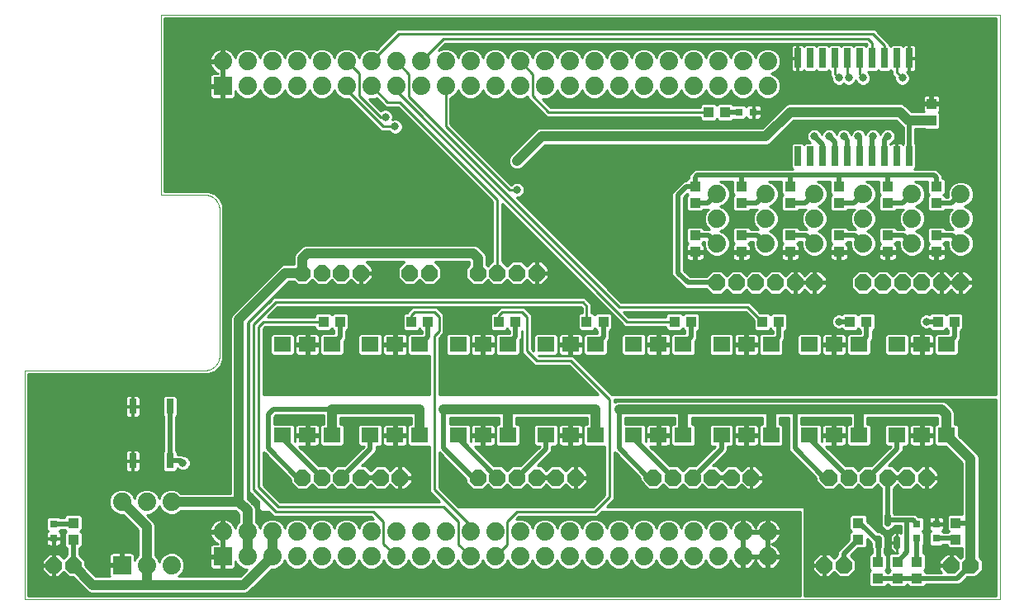
<source format=gtl>
G75*
%MOIN*%
%OFA0B0*%
%FSLAX25Y25*%
%IPPOS*%
%LPD*%
%AMOC8*
5,1,8,0,0,1.08239X$1,22.5*
%
%ADD10C,0.00000*%
%ADD11OC8,0.06600*%
%ADD12R,0.07400X0.07400*%
%ADD13C,0.07400*%
%ADD14R,0.07008X0.05984*%
%ADD15R,0.03937X0.04331*%
%ADD16R,0.04331X0.03937*%
%ADD17R,0.02600X0.08000*%
%ADD18R,0.03150X0.03150*%
%ADD19C,0.02559*%
%ADD20R,0.03000X0.06000*%
%ADD21C,0.00984*%
%ADD22C,0.03169*%
%ADD23C,0.01969*%
%ADD24C,0.03937*%
D10*
X0005000Y0001492D02*
X0005000Y0094012D01*
X0077835Y0094012D01*
X0077835Y0094011D02*
X0077987Y0094013D01*
X0078139Y0094019D01*
X0078291Y0094029D01*
X0078442Y0094042D01*
X0078593Y0094060D01*
X0078744Y0094081D01*
X0078894Y0094107D01*
X0079043Y0094136D01*
X0079192Y0094169D01*
X0079339Y0094206D01*
X0079486Y0094246D01*
X0079631Y0094291D01*
X0079775Y0094339D01*
X0079918Y0094391D01*
X0080060Y0094446D01*
X0080200Y0094505D01*
X0080339Y0094568D01*
X0080476Y0094634D01*
X0080611Y0094704D01*
X0080744Y0094777D01*
X0080875Y0094854D01*
X0081005Y0094934D01*
X0081132Y0095017D01*
X0081257Y0095103D01*
X0081380Y0095193D01*
X0081500Y0095286D01*
X0081618Y0095382D01*
X0081734Y0095481D01*
X0081847Y0095583D01*
X0081957Y0095687D01*
X0082065Y0095795D01*
X0082169Y0095905D01*
X0082271Y0096018D01*
X0082370Y0096134D01*
X0082466Y0096252D01*
X0082559Y0096372D01*
X0082649Y0096495D01*
X0082735Y0096620D01*
X0082818Y0096747D01*
X0082898Y0096877D01*
X0082975Y0097008D01*
X0083048Y0097141D01*
X0083118Y0097276D01*
X0083184Y0097413D01*
X0083247Y0097552D01*
X0083306Y0097692D01*
X0083361Y0097834D01*
X0083413Y0097977D01*
X0083461Y0098121D01*
X0083506Y0098266D01*
X0083546Y0098413D01*
X0083583Y0098560D01*
X0083616Y0098709D01*
X0083645Y0098858D01*
X0083671Y0099008D01*
X0083692Y0099159D01*
X0083710Y0099310D01*
X0083723Y0099461D01*
X0083733Y0099613D01*
X0083739Y0099765D01*
X0083741Y0099917D01*
X0083740Y0099917D02*
X0083740Y0158972D01*
X0083741Y0158972D02*
X0083739Y0159124D01*
X0083733Y0159276D01*
X0083723Y0159428D01*
X0083710Y0159579D01*
X0083692Y0159730D01*
X0083671Y0159881D01*
X0083645Y0160031D01*
X0083616Y0160180D01*
X0083583Y0160329D01*
X0083546Y0160476D01*
X0083506Y0160623D01*
X0083461Y0160768D01*
X0083413Y0160912D01*
X0083361Y0161055D01*
X0083306Y0161197D01*
X0083247Y0161337D01*
X0083184Y0161476D01*
X0083118Y0161613D01*
X0083048Y0161748D01*
X0082975Y0161881D01*
X0082898Y0162012D01*
X0082818Y0162142D01*
X0082735Y0162269D01*
X0082649Y0162394D01*
X0082559Y0162517D01*
X0082466Y0162637D01*
X0082370Y0162755D01*
X0082271Y0162871D01*
X0082169Y0162984D01*
X0082065Y0163094D01*
X0081957Y0163202D01*
X0081847Y0163306D01*
X0081734Y0163408D01*
X0081618Y0163507D01*
X0081500Y0163603D01*
X0081380Y0163696D01*
X0081257Y0163786D01*
X0081132Y0163872D01*
X0081005Y0163955D01*
X0080875Y0164035D01*
X0080744Y0164112D01*
X0080611Y0164185D01*
X0080476Y0164255D01*
X0080339Y0164321D01*
X0080200Y0164384D01*
X0080060Y0164443D01*
X0079918Y0164498D01*
X0079775Y0164550D01*
X0079631Y0164598D01*
X0079486Y0164643D01*
X0079339Y0164683D01*
X0079192Y0164720D01*
X0079043Y0164753D01*
X0078894Y0164782D01*
X0078744Y0164808D01*
X0078593Y0164829D01*
X0078442Y0164847D01*
X0078291Y0164860D01*
X0078139Y0164870D01*
X0077987Y0164876D01*
X0077835Y0164878D01*
X0060118Y0164878D01*
X0060118Y0237713D01*
X0398701Y0237713D01*
X0398701Y0001492D01*
X0005000Y0001492D01*
D11*
X0016811Y0015272D03*
X0024685Y0015272D03*
X0117205Y0050705D03*
X0125079Y0050705D03*
X0132953Y0050705D03*
X0140827Y0050705D03*
X0148701Y0050705D03*
X0156575Y0050705D03*
X0188071Y0050705D03*
X0195945Y0050705D03*
X0203819Y0050705D03*
X0211693Y0050705D03*
X0219567Y0050705D03*
X0227441Y0050705D03*
X0258937Y0050705D03*
X0266811Y0050705D03*
X0274685Y0050705D03*
X0282559Y0050705D03*
X0290433Y0050705D03*
X0298307Y0050705D03*
X0329803Y0050705D03*
X0337677Y0050705D03*
X0345551Y0050705D03*
X0353425Y0050705D03*
X0361299Y0050705D03*
X0369173Y0050705D03*
X0379016Y0015272D03*
X0386890Y0015272D03*
X0335709Y0015272D03*
X0327835Y0015272D03*
X0323898Y0129445D03*
X0316024Y0129445D03*
X0308150Y0129445D03*
X0300276Y0129445D03*
X0292402Y0129445D03*
X0284528Y0129445D03*
X0343583Y0129445D03*
X0351457Y0129445D03*
X0359331Y0129445D03*
X0367205Y0129445D03*
X0375079Y0129445D03*
X0382953Y0129445D03*
X0211693Y0133382D03*
X0203819Y0133382D03*
X0195945Y0133382D03*
X0188071Y0133382D03*
X0168386Y0133382D03*
X0160512Y0133382D03*
X0140827Y0133382D03*
X0132953Y0133382D03*
X0125079Y0133382D03*
X0117205Y0133382D03*
D12*
X0085000Y0208835D03*
X0085000Y0018835D03*
X0044370Y0015272D03*
D13*
X0054370Y0015272D03*
X0064370Y0015272D03*
X0085000Y0028835D03*
X0095000Y0028835D03*
X0105000Y0028835D03*
X0115000Y0028835D03*
X0125000Y0028835D03*
X0135000Y0028835D03*
X0145000Y0028835D03*
X0155000Y0028835D03*
X0165000Y0028835D03*
X0175000Y0028835D03*
X0185000Y0028835D03*
X0195000Y0028835D03*
X0205000Y0028835D03*
X0215000Y0028835D03*
X0225000Y0028835D03*
X0235000Y0028835D03*
X0245000Y0028835D03*
X0255000Y0028835D03*
X0265000Y0028835D03*
X0275000Y0028835D03*
X0285000Y0028835D03*
X0295000Y0028835D03*
X0305000Y0028835D03*
X0305000Y0018835D03*
X0295000Y0018835D03*
X0285000Y0018835D03*
X0275000Y0018835D03*
X0265000Y0018835D03*
X0255000Y0018835D03*
X0245000Y0018835D03*
X0235000Y0018835D03*
X0225000Y0018835D03*
X0215000Y0018835D03*
X0205000Y0018835D03*
X0195000Y0018835D03*
X0185000Y0018835D03*
X0175000Y0018835D03*
X0165000Y0018835D03*
X0155000Y0018835D03*
X0145000Y0018835D03*
X0135000Y0018835D03*
X0125000Y0018835D03*
X0115000Y0018835D03*
X0105000Y0018835D03*
X0095000Y0018835D03*
X0064370Y0040862D03*
X0054370Y0040862D03*
X0044370Y0040862D03*
X0284528Y0145193D03*
X0284528Y0155193D03*
X0284528Y0165193D03*
X0304213Y0165193D03*
X0323898Y0165193D03*
X0323898Y0155193D03*
X0323898Y0145193D03*
X0304213Y0145193D03*
X0304213Y0155193D03*
X0343583Y0155193D03*
X0343583Y0145193D03*
X0363268Y0145193D03*
X0363268Y0155193D03*
X0363268Y0165193D03*
X0382953Y0165193D03*
X0382953Y0155193D03*
X0382953Y0145193D03*
X0343583Y0165193D03*
X0305000Y0208835D03*
X0295000Y0208835D03*
X0285000Y0208835D03*
X0275000Y0208835D03*
X0265000Y0208835D03*
X0255000Y0208835D03*
X0245000Y0208835D03*
X0235000Y0208835D03*
X0225000Y0208835D03*
X0215000Y0208835D03*
X0205000Y0208835D03*
X0195000Y0208835D03*
X0185000Y0208835D03*
X0175000Y0208835D03*
X0165000Y0208835D03*
X0155000Y0208835D03*
X0145000Y0208835D03*
X0135000Y0208835D03*
X0125000Y0208835D03*
X0115000Y0208835D03*
X0105000Y0208835D03*
X0095000Y0208835D03*
X0095000Y0218835D03*
X0085000Y0218835D03*
X0105000Y0218835D03*
X0115000Y0218835D03*
X0125000Y0218835D03*
X0135000Y0218835D03*
X0145000Y0218835D03*
X0155000Y0218835D03*
X0165000Y0218835D03*
X0175000Y0218835D03*
X0185000Y0218835D03*
X0195000Y0218835D03*
X0205000Y0218835D03*
X0215000Y0218835D03*
X0225000Y0218835D03*
X0235000Y0218835D03*
X0245000Y0218835D03*
X0255000Y0218835D03*
X0265000Y0218835D03*
X0275000Y0218835D03*
X0285000Y0218835D03*
X0295000Y0218835D03*
X0305000Y0218835D03*
D14*
X0306339Y0104425D03*
X0296339Y0104425D03*
X0286339Y0104425D03*
X0270906Y0104425D03*
X0260906Y0104425D03*
X0250906Y0104425D03*
X0235472Y0104425D03*
X0225472Y0104425D03*
X0215472Y0104425D03*
X0200039Y0104425D03*
X0190039Y0104425D03*
X0180039Y0104425D03*
X0164606Y0104425D03*
X0154606Y0104425D03*
X0144606Y0104425D03*
X0129173Y0104425D03*
X0119173Y0104425D03*
X0109173Y0104425D03*
X0109173Y0067850D03*
X0119173Y0067850D03*
X0129173Y0067850D03*
X0144606Y0067850D03*
X0154606Y0067850D03*
X0164606Y0067850D03*
X0180039Y0067850D03*
X0190039Y0067850D03*
X0200039Y0067850D03*
X0215472Y0067850D03*
X0225472Y0067850D03*
X0235472Y0067850D03*
X0250906Y0067850D03*
X0260906Y0067850D03*
X0270906Y0067850D03*
X0286339Y0067850D03*
X0296339Y0067850D03*
X0306339Y0067850D03*
X0321772Y0067850D03*
X0331772Y0067850D03*
X0341772Y0067850D03*
X0357205Y0067850D03*
X0367205Y0067850D03*
X0377205Y0067850D03*
X0377205Y0104425D03*
X0367205Y0104425D03*
X0357205Y0104425D03*
X0341772Y0104425D03*
X0331772Y0104425D03*
X0321772Y0104425D03*
D15*
X0309528Y0113697D03*
X0302835Y0113697D03*
X0274094Y0113697D03*
X0267402Y0113697D03*
X0238661Y0113697D03*
X0231969Y0113697D03*
X0203228Y0113697D03*
X0196535Y0113697D03*
X0167795Y0113697D03*
X0161102Y0113697D03*
X0132362Y0113697D03*
X0125669Y0113697D03*
X0281181Y0198343D03*
X0287874Y0198343D03*
X0371142Y0201689D03*
X0371142Y0194996D03*
X0373701Y0113697D03*
X0380394Y0113697D03*
X0344961Y0113697D03*
X0338268Y0113697D03*
D16*
X0333740Y0141846D03*
X0333740Y0148539D03*
X0333740Y0161531D03*
X0333740Y0168224D03*
X0314055Y0168224D03*
X0314055Y0161531D03*
X0314055Y0148539D03*
X0314055Y0141846D03*
X0294370Y0141846D03*
X0294370Y0148539D03*
X0294370Y0161531D03*
X0294370Y0168224D03*
X0275669Y0168224D03*
X0275669Y0161531D03*
X0275669Y0148539D03*
X0275669Y0141846D03*
X0353425Y0141846D03*
X0353425Y0148539D03*
X0353425Y0161531D03*
X0353425Y0168224D03*
X0373110Y0168224D03*
X0373110Y0161531D03*
X0373110Y0148539D03*
X0373110Y0141846D03*
X0380984Y0032398D03*
X0380984Y0025705D03*
X0365236Y0016650D03*
X0365236Y0009957D03*
X0357362Y0009957D03*
X0357362Y0016650D03*
X0349488Y0016650D03*
X0349488Y0009957D03*
X0341614Y0025705D03*
X0341614Y0032398D03*
X0024685Y0032398D03*
X0024685Y0025705D03*
D17*
X0317146Y0180511D03*
X0322146Y0180511D03*
X0327146Y0180511D03*
X0332146Y0180511D03*
X0337146Y0180511D03*
X0342146Y0180511D03*
X0347146Y0180511D03*
X0352146Y0180511D03*
X0357146Y0180511D03*
X0362146Y0180511D03*
X0362146Y0220111D03*
X0357146Y0220111D03*
X0352146Y0220111D03*
X0347146Y0220111D03*
X0342146Y0220111D03*
X0337146Y0220111D03*
X0332146Y0220111D03*
X0327146Y0220111D03*
X0322146Y0220111D03*
X0317146Y0220111D03*
D18*
X0299291Y0198343D03*
X0293386Y0198343D03*
X0365236Y0032004D03*
X0373110Y0032004D03*
X0373110Y0026098D03*
X0365236Y0026098D03*
X0016811Y0026098D03*
X0016811Y0032004D03*
D19*
X0349685Y0026001D02*
X0349685Y0026001D01*
X0349685Y0023047D01*
X0349685Y0023047D01*
X0349685Y0026001D01*
X0349685Y0025605D02*
X0349685Y0025605D01*
X0357165Y0026001D02*
X0357165Y0026001D01*
X0357165Y0023047D01*
X0357165Y0023047D01*
X0357165Y0026001D01*
X0357165Y0025605D02*
X0357165Y0025605D01*
X0353425Y0035056D02*
X0353425Y0035056D01*
X0353425Y0032102D01*
X0353425Y0032102D01*
X0353425Y0035056D01*
X0353425Y0034660D02*
X0353425Y0034660D01*
D20*
X0063681Y0057421D03*
X0048681Y0057421D03*
X0048681Y0079421D03*
X0063681Y0079421D03*
D21*
X0060705Y0079130D02*
X0051673Y0079130D01*
X0051673Y0079163D02*
X0048939Y0079163D01*
X0048939Y0074929D01*
X0050378Y0074929D01*
X0050757Y0075031D01*
X0051097Y0075227D01*
X0051375Y0075505D01*
X0051572Y0075845D01*
X0051673Y0076225D01*
X0051673Y0079163D01*
X0051673Y0079679D02*
X0051673Y0082618D01*
X0051572Y0082997D01*
X0051375Y0083337D01*
X0051097Y0083615D01*
X0050757Y0083812D01*
X0050378Y0083913D01*
X0048939Y0083913D01*
X0048939Y0079679D01*
X0051673Y0079679D01*
X0051673Y0080113D02*
X0060705Y0080113D01*
X0060705Y0081096D02*
X0051673Y0081096D01*
X0051673Y0082079D02*
X0060705Y0082079D01*
X0060705Y0083033D02*
X0061570Y0083898D01*
X0065793Y0083898D01*
X0066657Y0083033D01*
X0066657Y0075810D01*
X0066142Y0075294D01*
X0066142Y0061549D01*
X0066657Y0061033D01*
X0066657Y0059882D01*
X0068655Y0059882D01*
X0069164Y0059671D01*
X0069585Y0059671D01*
X0070710Y0059205D01*
X0071571Y0058344D01*
X0072037Y0057219D01*
X0072037Y0056001D01*
X0071571Y0054877D01*
X0070710Y0054016D01*
X0069585Y0053550D01*
X0068368Y0053550D01*
X0067243Y0054016D01*
X0066657Y0054601D01*
X0066657Y0053810D01*
X0065793Y0052945D01*
X0061570Y0052945D01*
X0060705Y0053810D01*
X0060705Y0061033D01*
X0061220Y0061549D01*
X0061220Y0075294D01*
X0060705Y0075810D01*
X0060705Y0083033D01*
X0060733Y0083061D02*
X0051534Y0083061D01*
X0048939Y0083061D02*
X0048423Y0083061D01*
X0048423Y0083913D02*
X0046985Y0083913D01*
X0046605Y0083812D01*
X0046265Y0083615D01*
X0045987Y0083337D01*
X0045791Y0082997D01*
X0045689Y0082618D01*
X0045689Y0079679D01*
X0048423Y0079679D01*
X0048423Y0079163D01*
X0048939Y0079163D01*
X0048939Y0079679D01*
X0048423Y0079679D01*
X0048423Y0083913D01*
X0048423Y0082079D02*
X0048939Y0082079D01*
X0048939Y0081096D02*
X0048423Y0081096D01*
X0048423Y0080113D02*
X0048939Y0080113D01*
X0048939Y0079130D02*
X0048423Y0079130D01*
X0048423Y0079163D02*
X0048423Y0074929D01*
X0046985Y0074929D01*
X0046605Y0075031D01*
X0046265Y0075227D01*
X0045987Y0075505D01*
X0045791Y0075845D01*
X0045689Y0076225D01*
X0045689Y0079163D01*
X0048423Y0079163D01*
X0048423Y0078148D02*
X0048939Y0078148D01*
X0048939Y0077165D02*
X0048423Y0077165D01*
X0048423Y0076182D02*
X0048939Y0076182D01*
X0048939Y0075199D02*
X0048423Y0075199D01*
X0046313Y0075199D02*
X0006492Y0075199D01*
X0006492Y0074217D02*
X0061220Y0074217D01*
X0061220Y0075199D02*
X0051049Y0075199D01*
X0051662Y0076182D02*
X0060705Y0076182D01*
X0060705Y0077165D02*
X0051673Y0077165D01*
X0051673Y0078148D02*
X0060705Y0078148D01*
X0066657Y0078148D02*
X0088169Y0078148D01*
X0088169Y0079130D02*
X0066657Y0079130D01*
X0066657Y0080113D02*
X0088169Y0080113D01*
X0088169Y0081096D02*
X0066657Y0081096D01*
X0066657Y0082079D02*
X0088169Y0082079D01*
X0088169Y0083061D02*
X0066629Y0083061D01*
X0066657Y0077165D02*
X0088169Y0077165D01*
X0088169Y0076182D02*
X0066657Y0076182D01*
X0066142Y0075199D02*
X0088169Y0075199D01*
X0088169Y0074217D02*
X0066142Y0074217D01*
X0066142Y0073234D02*
X0088169Y0073234D01*
X0088169Y0072251D02*
X0066142Y0072251D01*
X0066142Y0071268D02*
X0088169Y0071268D01*
X0088169Y0070286D02*
X0066142Y0070286D01*
X0066142Y0069303D02*
X0088169Y0069303D01*
X0088169Y0068320D02*
X0066142Y0068320D01*
X0066142Y0067337D02*
X0088169Y0067337D01*
X0088169Y0066355D02*
X0066142Y0066355D01*
X0066142Y0065372D02*
X0088169Y0065372D01*
X0088169Y0064389D02*
X0066142Y0064389D01*
X0066142Y0063406D02*
X0088169Y0063406D01*
X0088169Y0062423D02*
X0066142Y0062423D01*
X0066250Y0061441D02*
X0088169Y0061441D01*
X0088169Y0060458D02*
X0066657Y0060458D01*
X0070058Y0059475D02*
X0088169Y0059475D01*
X0088169Y0058492D02*
X0071423Y0058492D01*
X0071917Y0057510D02*
X0088169Y0057510D01*
X0088169Y0056527D02*
X0072037Y0056527D01*
X0071848Y0055544D02*
X0088169Y0055544D01*
X0088169Y0054561D02*
X0071256Y0054561D01*
X0069655Y0053579D02*
X0088169Y0053579D01*
X0088169Y0052596D02*
X0006492Y0052596D01*
X0006492Y0053579D02*
X0045945Y0053579D01*
X0045987Y0053505D02*
X0046265Y0053227D01*
X0046605Y0053031D01*
X0046985Y0052929D01*
X0048423Y0052929D01*
X0048423Y0057163D01*
X0048939Y0057163D01*
X0048939Y0052929D01*
X0050378Y0052929D01*
X0050757Y0053031D01*
X0051097Y0053227D01*
X0051375Y0053505D01*
X0051572Y0053845D01*
X0051673Y0054225D01*
X0051673Y0057163D01*
X0048939Y0057163D01*
X0048939Y0057679D01*
X0051673Y0057679D01*
X0051673Y0060618D01*
X0051572Y0060997D01*
X0051375Y0061337D01*
X0051097Y0061615D01*
X0050757Y0061812D01*
X0050378Y0061913D01*
X0048939Y0061913D01*
X0048939Y0057679D01*
X0048423Y0057679D01*
X0048423Y0057163D01*
X0045689Y0057163D01*
X0045689Y0054225D01*
X0045791Y0053845D01*
X0045987Y0053505D01*
X0045689Y0054561D02*
X0006492Y0054561D01*
X0006492Y0055544D02*
X0045689Y0055544D01*
X0045689Y0056527D02*
X0006492Y0056527D01*
X0006492Y0057510D02*
X0048423Y0057510D01*
X0048423Y0057679D02*
X0045689Y0057679D01*
X0045689Y0060618D01*
X0045791Y0060997D01*
X0045987Y0061337D01*
X0046265Y0061615D01*
X0046605Y0061812D01*
X0046985Y0061913D01*
X0048423Y0061913D01*
X0048423Y0057679D01*
X0048939Y0057510D02*
X0060705Y0057510D01*
X0060705Y0058492D02*
X0051673Y0058492D01*
X0051673Y0059475D02*
X0060705Y0059475D01*
X0060705Y0060458D02*
X0051673Y0060458D01*
X0051272Y0061441D02*
X0061113Y0061441D01*
X0061220Y0062423D02*
X0006492Y0062423D01*
X0006492Y0061441D02*
X0046090Y0061441D01*
X0045689Y0060458D02*
X0006492Y0060458D01*
X0006492Y0059475D02*
X0045689Y0059475D01*
X0045689Y0058492D02*
X0006492Y0058492D01*
X0006492Y0063406D02*
X0061220Y0063406D01*
X0061220Y0064389D02*
X0006492Y0064389D01*
X0006492Y0065372D02*
X0061220Y0065372D01*
X0061220Y0066355D02*
X0006492Y0066355D01*
X0006492Y0067337D02*
X0061220Y0067337D01*
X0061220Y0068320D02*
X0006492Y0068320D01*
X0006492Y0069303D02*
X0061220Y0069303D01*
X0061220Y0070286D02*
X0006492Y0070286D01*
X0006492Y0071268D02*
X0061220Y0071268D01*
X0061220Y0072251D02*
X0006492Y0072251D01*
X0006492Y0073234D02*
X0061220Y0073234D01*
X0045700Y0076182D02*
X0006492Y0076182D01*
X0006492Y0077165D02*
X0045689Y0077165D01*
X0045689Y0078148D02*
X0006492Y0078148D01*
X0006492Y0079130D02*
X0045689Y0079130D01*
X0045689Y0080113D02*
X0006492Y0080113D01*
X0006492Y0081096D02*
X0045689Y0081096D01*
X0045689Y0082079D02*
X0006492Y0082079D01*
X0006492Y0083061D02*
X0045828Y0083061D01*
X0079306Y0092520D02*
X0082025Y0093646D01*
X0082025Y0093646D01*
X0084106Y0095727D01*
X0085232Y0098446D01*
X0085232Y0160444D01*
X0084106Y0163163D01*
X0082025Y0165244D01*
X0079306Y0166370D01*
X0061610Y0166370D01*
X0061610Y0236220D01*
X0397209Y0236220D01*
X0397209Y0084169D01*
X0242036Y0084169D01*
X0227441Y0098764D01*
X0226288Y0099917D01*
X0212508Y0099917D01*
X0212469Y0099957D01*
X0219588Y0099957D01*
X0220453Y0100822D01*
X0220453Y0108029D01*
X0219588Y0108894D01*
X0211357Y0108894D01*
X0210492Y0108029D01*
X0210492Y0101933D01*
X0209724Y0102701D01*
X0209724Y0116481D01*
X0207756Y0118449D01*
X0206603Y0119602D01*
X0197098Y0119602D01*
X0195720Y0118224D01*
X0194834Y0117339D01*
X0193955Y0117339D01*
X0193091Y0116474D01*
X0193091Y0110920D01*
X0193955Y0110055D01*
X0199115Y0110055D01*
X0199882Y0110822D01*
X0200648Y0110055D01*
X0200768Y0110055D01*
X0200768Y0108894D01*
X0195924Y0108894D01*
X0195059Y0108029D01*
X0195059Y0100822D01*
X0195924Y0099957D01*
X0204155Y0099957D01*
X0205020Y0100822D01*
X0205020Y0105926D01*
X0205314Y0106220D01*
X0205689Y0107125D01*
X0205689Y0110055D01*
X0205787Y0110055D01*
X0205787Y0101070D01*
X0206941Y0099917D01*
X0210878Y0095980D01*
X0224657Y0095980D01*
X0236468Y0084169D01*
X0172323Y0084169D01*
X0172323Y0106976D01*
X0173138Y0107791D01*
X0174291Y0108944D01*
X0174291Y0116481D01*
X0172323Y0118449D01*
X0171170Y0119602D01*
X0161665Y0119602D01*
X0160512Y0118449D01*
X0160287Y0118224D01*
X0159401Y0117339D01*
X0158522Y0117339D01*
X0157657Y0116474D01*
X0157657Y0110920D01*
X0158522Y0110055D01*
X0163682Y0110055D01*
X0164449Y0110822D01*
X0165215Y0110055D01*
X0165335Y0110055D01*
X0165335Y0108894D01*
X0160491Y0108894D01*
X0159626Y0108029D01*
X0159626Y0100822D01*
X0160491Y0099957D01*
X0168386Y0099957D01*
X0168386Y0084169D01*
X0101457Y0084169D01*
X0101457Y0110913D01*
X0102272Y0111728D01*
X0122224Y0111728D01*
X0122224Y0110920D01*
X0123089Y0110055D01*
X0128249Y0110055D01*
X0129016Y0110822D01*
X0129782Y0110055D01*
X0129902Y0110055D01*
X0129902Y0108894D01*
X0125058Y0108894D01*
X0124193Y0108029D01*
X0124193Y0100822D01*
X0125058Y0099957D01*
X0133289Y0099957D01*
X0134154Y0100822D01*
X0134154Y0105926D01*
X0134448Y0106220D01*
X0134823Y0107125D01*
X0134823Y0110055D01*
X0134942Y0110055D01*
X0135807Y0110920D01*
X0135807Y0116474D01*
X0134942Y0117339D01*
X0129782Y0117339D01*
X0129016Y0116572D01*
X0128249Y0117339D01*
X0123089Y0117339D01*
X0122224Y0116474D01*
X0122224Y0115665D01*
X0103256Y0115665D01*
X0107193Y0119602D01*
X0229578Y0119602D01*
X0230000Y0119181D01*
X0230000Y0117339D01*
X0229388Y0117339D01*
X0228524Y0116474D01*
X0228524Y0110920D01*
X0229388Y0110055D01*
X0234549Y0110055D01*
X0235315Y0110822D01*
X0236081Y0110055D01*
X0236201Y0110055D01*
X0236201Y0108894D01*
X0231357Y0108894D01*
X0230492Y0108029D01*
X0230492Y0100822D01*
X0231357Y0099957D01*
X0239588Y0099957D01*
X0240453Y0100822D01*
X0240453Y0105926D01*
X0240747Y0106220D01*
X0241122Y0107125D01*
X0241122Y0110055D01*
X0241241Y0110055D01*
X0242106Y0110920D01*
X0242106Y0116474D01*
X0241241Y0117339D01*
X0236081Y0117339D01*
X0235315Y0116572D01*
X0234549Y0117339D01*
X0233937Y0117339D01*
X0233937Y0120811D01*
X0232784Y0121965D01*
X0231209Y0123539D01*
X0105563Y0123539D01*
X0104409Y0122386D01*
X0095551Y0113528D01*
X0095551Y0044968D01*
X0096704Y0043815D01*
X0099488Y0041031D01*
X0099488Y0038078D01*
X0100641Y0036925D01*
X0103594Y0036925D01*
X0105563Y0034957D01*
X0144933Y0034957D01*
X0145878Y0034011D01*
X0143970Y0034011D01*
X0142068Y0033223D01*
X0140612Y0031767D01*
X0140000Y0030290D01*
X0139388Y0031767D01*
X0137932Y0033223D01*
X0136030Y0034011D01*
X0133970Y0034011D01*
X0132068Y0033223D01*
X0130612Y0031767D01*
X0130000Y0030290D01*
X0129388Y0031767D01*
X0127932Y0033223D01*
X0126030Y0034011D01*
X0123970Y0034011D01*
X0122068Y0033223D01*
X0120612Y0031767D01*
X0120000Y0030290D01*
X0119388Y0031767D01*
X0117932Y0033223D01*
X0116030Y0034011D01*
X0113970Y0034011D01*
X0112068Y0033223D01*
X0110612Y0031767D01*
X0110000Y0030290D01*
X0109388Y0031767D01*
X0107932Y0033223D01*
X0106030Y0034011D01*
X0103970Y0034011D01*
X0102068Y0033223D01*
X0100612Y0031767D01*
X0100000Y0030290D01*
X0099388Y0031767D01*
X0098445Y0032710D01*
X0098445Y0038162D01*
X0097920Y0039428D01*
X0096951Y0040397D01*
X0095059Y0042289D01*
X0095059Y0113254D01*
X0111742Y0129937D01*
X0113895Y0129937D01*
X0115226Y0128606D01*
X0119183Y0128606D01*
X0121142Y0130564D01*
X0123100Y0128606D01*
X0127057Y0128606D01*
X0129016Y0130564D01*
X0130974Y0128606D01*
X0134931Y0128606D01*
X0136879Y0130553D01*
X0138842Y0128590D01*
X0140519Y0128590D01*
X0140519Y0133074D01*
X0141135Y0133074D01*
X0141135Y0133690D01*
X0145619Y0133690D01*
X0145619Y0135367D01*
X0143175Y0137811D01*
X0158186Y0137811D01*
X0155735Y0135360D01*
X0155735Y0131403D01*
X0158533Y0128606D01*
X0162490Y0128606D01*
X0164449Y0130564D01*
X0166407Y0128606D01*
X0170364Y0128606D01*
X0173162Y0131403D01*
X0173162Y0135360D01*
X0170711Y0137811D01*
X0184626Y0137811D01*
X0184626Y0136692D01*
X0183294Y0135360D01*
X0183294Y0131403D01*
X0186092Y0128606D01*
X0190049Y0128606D01*
X0192008Y0130564D01*
X0193966Y0128606D01*
X0197923Y0128606D01*
X0199882Y0130564D01*
X0201840Y0128606D01*
X0205797Y0128606D01*
X0207745Y0130553D01*
X0209708Y0128590D01*
X0211385Y0128590D01*
X0211385Y0133074D01*
X0212001Y0133074D01*
X0212001Y0133690D01*
X0211385Y0133690D01*
X0211385Y0138174D01*
X0209708Y0138174D01*
X0207745Y0136211D01*
X0205797Y0138158D01*
X0201840Y0138158D01*
X0199882Y0136200D01*
X0197923Y0138158D01*
X0197913Y0138158D01*
X0197913Y0161110D01*
X0246142Y0112881D01*
X0247295Y0111728D01*
X0263957Y0111728D01*
X0263957Y0110920D01*
X0264822Y0110055D01*
X0269982Y0110055D01*
X0270748Y0110822D01*
X0271514Y0110055D01*
X0271634Y0110055D01*
X0271634Y0108894D01*
X0266790Y0108894D01*
X0265925Y0108029D01*
X0265925Y0100822D01*
X0266790Y0099957D01*
X0275021Y0099957D01*
X0275886Y0100822D01*
X0275886Y0105926D01*
X0276180Y0106220D01*
X0276555Y0107125D01*
X0276555Y0110055D01*
X0276675Y0110055D01*
X0277539Y0110920D01*
X0277539Y0116474D01*
X0276675Y0117339D01*
X0271514Y0117339D01*
X0270748Y0116572D01*
X0269982Y0117339D01*
X0264822Y0117339D01*
X0263957Y0116474D01*
X0263957Y0115665D01*
X0248926Y0115665D01*
X0246957Y0117634D01*
X0296114Y0117634D01*
X0299390Y0114358D01*
X0299390Y0110920D01*
X0300255Y0110055D01*
X0305415Y0110055D01*
X0306181Y0110822D01*
X0306948Y0110055D01*
X0307067Y0110055D01*
X0307067Y0108894D01*
X0302223Y0108894D01*
X0301358Y0108029D01*
X0301358Y0100822D01*
X0302223Y0099957D01*
X0310454Y0099957D01*
X0311319Y0100822D01*
X0311319Y0105926D01*
X0311614Y0106220D01*
X0311988Y0107125D01*
X0311988Y0110055D01*
X0312108Y0110055D01*
X0312972Y0110920D01*
X0312972Y0116474D01*
X0312108Y0117339D01*
X0306948Y0117339D01*
X0306181Y0116572D01*
X0305415Y0117339D01*
X0301977Y0117339D01*
X0297745Y0121571D01*
X0245973Y0121571D01*
X0203758Y0163786D01*
X0204428Y0163786D01*
X0205553Y0164252D01*
X0206414Y0165113D01*
X0206880Y0166238D01*
X0206880Y0167455D01*
X0206414Y0168580D01*
X0205553Y0169441D01*
X0204428Y0169907D01*
X0203210Y0169907D01*
X0202085Y0169441D01*
X0201570Y0168926D01*
X0176968Y0193528D01*
X0176968Y0204047D01*
X0177932Y0204446D01*
X0179388Y0205902D01*
X0180000Y0207379D01*
X0180612Y0205902D01*
X0182068Y0204446D01*
X0183970Y0203658D01*
X0186030Y0203658D01*
X0187932Y0204446D01*
X0189388Y0205902D01*
X0190000Y0207379D01*
X0190612Y0205902D01*
X0192068Y0204446D01*
X0193970Y0203658D01*
X0196030Y0203658D01*
X0197932Y0204446D01*
X0199388Y0205902D01*
X0200000Y0207379D01*
X0200612Y0205902D01*
X0202068Y0204446D01*
X0203970Y0203658D01*
X0206030Y0203658D01*
X0207932Y0204446D01*
X0208150Y0204664D01*
X0208150Y0204023D01*
X0209303Y0202870D01*
X0215799Y0196374D01*
X0277736Y0196374D01*
X0277736Y0195566D01*
X0278601Y0194701D01*
X0283761Y0194701D01*
X0284528Y0195467D01*
X0285294Y0194701D01*
X0290454Y0194701D01*
X0291122Y0195369D01*
X0291199Y0195291D01*
X0295572Y0195291D01*
X0296380Y0196099D01*
X0296523Y0195852D01*
X0296800Y0195574D01*
X0297141Y0195377D01*
X0297520Y0195276D01*
X0298996Y0195276D01*
X0298996Y0198047D01*
X0299587Y0198047D01*
X0299587Y0198638D01*
X0302358Y0198638D01*
X0302358Y0200114D01*
X0302257Y0200493D01*
X0302060Y0200834D01*
X0301782Y0201111D01*
X0301442Y0201308D01*
X0301063Y0201409D01*
X0299587Y0201409D01*
X0299587Y0198638D01*
X0298996Y0198638D01*
X0298996Y0201409D01*
X0297520Y0201409D01*
X0297141Y0201308D01*
X0296800Y0201111D01*
X0296523Y0200834D01*
X0296380Y0200586D01*
X0295572Y0201394D01*
X0291199Y0201394D01*
X0291122Y0201316D01*
X0290454Y0201984D01*
X0285294Y0201984D01*
X0284528Y0201218D01*
X0283761Y0201984D01*
X0278601Y0201984D01*
X0277736Y0201119D01*
X0277736Y0200311D01*
X0217430Y0200311D01*
X0214082Y0203658D01*
X0216030Y0203658D01*
X0217932Y0204446D01*
X0219388Y0205902D01*
X0220000Y0207379D01*
X0220612Y0205902D01*
X0222068Y0204446D01*
X0223970Y0203658D01*
X0226030Y0203658D01*
X0227932Y0204446D01*
X0229388Y0205902D01*
X0230000Y0207379D01*
X0230612Y0205902D01*
X0232068Y0204446D01*
X0233970Y0203658D01*
X0236030Y0203658D01*
X0237932Y0204446D01*
X0239388Y0205902D01*
X0240000Y0207379D01*
X0240612Y0205902D01*
X0242068Y0204446D01*
X0243970Y0203658D01*
X0246030Y0203658D01*
X0247932Y0204446D01*
X0249388Y0205902D01*
X0250000Y0207379D01*
X0250612Y0205902D01*
X0252068Y0204446D01*
X0253970Y0203658D01*
X0256030Y0203658D01*
X0257932Y0204446D01*
X0259388Y0205902D01*
X0260000Y0207379D01*
X0260612Y0205902D01*
X0262068Y0204446D01*
X0263970Y0203658D01*
X0266030Y0203658D01*
X0267932Y0204446D01*
X0269388Y0205902D01*
X0270000Y0207379D01*
X0270612Y0205902D01*
X0272068Y0204446D01*
X0273970Y0203658D01*
X0276030Y0203658D01*
X0277932Y0204446D01*
X0279388Y0205902D01*
X0280000Y0207379D01*
X0280612Y0205902D01*
X0282068Y0204446D01*
X0283970Y0203658D01*
X0286030Y0203658D01*
X0287932Y0204446D01*
X0289388Y0205902D01*
X0290000Y0207379D01*
X0290612Y0205902D01*
X0292068Y0204446D01*
X0293970Y0203658D01*
X0296030Y0203658D01*
X0297932Y0204446D01*
X0299388Y0205902D01*
X0300000Y0207379D01*
X0300612Y0205902D01*
X0302068Y0204446D01*
X0303970Y0203658D01*
X0306030Y0203658D01*
X0307932Y0204446D01*
X0309388Y0205902D01*
X0310176Y0207805D01*
X0310176Y0209864D01*
X0309388Y0211767D01*
X0307932Y0213223D01*
X0306455Y0213835D01*
X0307932Y0214446D01*
X0309388Y0215902D01*
X0310176Y0217805D01*
X0310176Y0219864D01*
X0309388Y0221767D01*
X0307932Y0223223D01*
X0306030Y0224011D01*
X0303970Y0224011D01*
X0302068Y0223223D01*
X0300612Y0221767D01*
X0300000Y0220290D01*
X0299388Y0221767D01*
X0297932Y0223223D01*
X0296030Y0224011D01*
X0293970Y0224011D01*
X0292068Y0223223D01*
X0290612Y0221767D01*
X0290000Y0220290D01*
X0289388Y0221767D01*
X0287932Y0223223D01*
X0286030Y0224011D01*
X0283970Y0224011D01*
X0282068Y0223223D01*
X0280612Y0221767D01*
X0280000Y0220290D01*
X0279388Y0221767D01*
X0277932Y0223223D01*
X0276030Y0224011D01*
X0273970Y0224011D01*
X0272068Y0223223D01*
X0270612Y0221767D01*
X0270000Y0220290D01*
X0269388Y0221767D01*
X0267932Y0223223D01*
X0266030Y0224011D01*
X0263970Y0224011D01*
X0262068Y0223223D01*
X0260612Y0221767D01*
X0260000Y0220290D01*
X0259388Y0221767D01*
X0257932Y0223223D01*
X0256030Y0224011D01*
X0253970Y0224011D01*
X0252068Y0223223D01*
X0250612Y0221767D01*
X0250000Y0220290D01*
X0249388Y0221767D01*
X0247932Y0223223D01*
X0246030Y0224011D01*
X0243970Y0224011D01*
X0242068Y0223223D01*
X0240612Y0221767D01*
X0240000Y0220290D01*
X0239388Y0221767D01*
X0237932Y0223223D01*
X0236030Y0224011D01*
X0233970Y0224011D01*
X0232068Y0223223D01*
X0230612Y0221767D01*
X0230000Y0220290D01*
X0229388Y0221767D01*
X0227932Y0223223D01*
X0226030Y0224011D01*
X0223970Y0224011D01*
X0222068Y0223223D01*
X0220612Y0221767D01*
X0220000Y0220290D01*
X0219388Y0221767D01*
X0217932Y0223223D01*
X0216030Y0224011D01*
X0213970Y0224011D01*
X0212068Y0223223D01*
X0210612Y0221767D01*
X0210000Y0220290D01*
X0209388Y0221767D01*
X0207932Y0223223D01*
X0206030Y0224011D01*
X0203970Y0224011D01*
X0202068Y0223223D01*
X0200612Y0221767D01*
X0200000Y0220290D01*
X0199388Y0221767D01*
X0197932Y0223223D01*
X0196030Y0224011D01*
X0193970Y0224011D01*
X0192068Y0223223D01*
X0190612Y0221767D01*
X0190000Y0220290D01*
X0189388Y0221767D01*
X0187932Y0223223D01*
X0186030Y0224011D01*
X0183970Y0224011D01*
X0182068Y0223223D01*
X0180612Y0221767D01*
X0180000Y0220290D01*
X0179388Y0221767D01*
X0177932Y0223223D01*
X0176030Y0224011D01*
X0173970Y0224011D01*
X0172246Y0223297D01*
X0174851Y0225902D01*
X0344736Y0225902D01*
X0345142Y0225495D01*
X0344646Y0224999D01*
X0344057Y0225587D01*
X0340234Y0225587D01*
X0339646Y0224999D01*
X0339057Y0225587D01*
X0335234Y0225587D01*
X0334646Y0224999D01*
X0334057Y0225587D01*
X0330234Y0225587D01*
X0329646Y0224999D01*
X0329057Y0225587D01*
X0325234Y0225587D01*
X0324646Y0224999D01*
X0324057Y0225587D01*
X0320234Y0225587D01*
X0319652Y0225005D01*
X0319640Y0225027D01*
X0319362Y0225305D01*
X0319022Y0225501D01*
X0318642Y0225603D01*
X0317304Y0225603D01*
X0317304Y0220269D01*
X0316988Y0220269D01*
X0316988Y0225603D01*
X0315649Y0225603D01*
X0315270Y0225501D01*
X0314929Y0225305D01*
X0314652Y0225027D01*
X0314455Y0224687D01*
X0314354Y0224307D01*
X0314354Y0220269D01*
X0316988Y0220269D01*
X0316988Y0219953D01*
X0317304Y0219953D01*
X0317304Y0214619D01*
X0318642Y0214619D01*
X0319022Y0214721D01*
X0319362Y0214917D01*
X0319640Y0215195D01*
X0319652Y0215217D01*
X0320234Y0214635D01*
X0324057Y0214635D01*
X0324646Y0215223D01*
X0325234Y0214635D01*
X0329057Y0214635D01*
X0329646Y0215223D01*
X0330177Y0214692D01*
X0330177Y0212901D01*
X0330680Y0212399D01*
X0330680Y0211513D01*
X0331145Y0210388D01*
X0332006Y0209527D01*
X0333131Y0209061D01*
X0334349Y0209061D01*
X0335474Y0209527D01*
X0335709Y0209762D01*
X0335943Y0209527D01*
X0337068Y0209061D01*
X0338286Y0209061D01*
X0339411Y0209527D01*
X0340272Y0210388D01*
X0340630Y0211253D01*
X0340988Y0210388D01*
X0341849Y0209527D01*
X0342974Y0209061D01*
X0344191Y0209061D01*
X0345316Y0209527D01*
X0346177Y0210388D01*
X0346643Y0211513D01*
X0346643Y0212731D01*
X0346177Y0213856D01*
X0345398Y0214635D01*
X0349057Y0214635D01*
X0349646Y0215223D01*
X0350234Y0214635D01*
X0354057Y0214635D01*
X0354646Y0215223D01*
X0355177Y0214692D01*
X0355177Y0213492D01*
X0356270Y0212399D01*
X0356270Y0211513D01*
X0356736Y0210388D01*
X0357597Y0209527D01*
X0358722Y0209061D01*
X0359940Y0209061D01*
X0361064Y0209527D01*
X0361925Y0210388D01*
X0362391Y0211513D01*
X0362391Y0212731D01*
X0361925Y0213856D01*
X0361162Y0214619D01*
X0361988Y0214619D01*
X0361988Y0219953D01*
X0362304Y0219953D01*
X0362304Y0220269D01*
X0364938Y0220269D01*
X0364938Y0224307D01*
X0364836Y0224687D01*
X0364640Y0225027D01*
X0364362Y0225305D01*
X0364022Y0225501D01*
X0363642Y0225603D01*
X0362304Y0225603D01*
X0362304Y0220269D01*
X0361988Y0220269D01*
X0361988Y0225603D01*
X0360649Y0225603D01*
X0360270Y0225501D01*
X0359929Y0225305D01*
X0359652Y0225027D01*
X0359639Y0225005D01*
X0359057Y0225587D01*
X0355234Y0225587D01*
X0354646Y0224999D01*
X0354114Y0225530D01*
X0354114Y0226028D01*
X0349488Y0230654D01*
X0348335Y0231807D01*
X0155189Y0231807D01*
X0146993Y0223612D01*
X0146030Y0224011D01*
X0143970Y0224011D01*
X0142068Y0223223D01*
X0140612Y0221767D01*
X0140000Y0220290D01*
X0139388Y0221767D01*
X0137932Y0223223D01*
X0136030Y0224011D01*
X0133970Y0224011D01*
X0132068Y0223223D01*
X0130612Y0221767D01*
X0130000Y0220290D01*
X0129388Y0221767D01*
X0127932Y0223223D01*
X0126030Y0224011D01*
X0123970Y0224011D01*
X0122068Y0223223D01*
X0120612Y0221767D01*
X0120000Y0220290D01*
X0119388Y0221767D01*
X0117932Y0223223D01*
X0116030Y0224011D01*
X0113970Y0224011D01*
X0112068Y0223223D01*
X0110612Y0221767D01*
X0110000Y0220290D01*
X0109388Y0221767D01*
X0107932Y0223223D01*
X0106030Y0224011D01*
X0103970Y0224011D01*
X0102068Y0223223D01*
X0100612Y0221767D01*
X0100000Y0220290D01*
X0099388Y0221767D01*
X0097932Y0223223D01*
X0096030Y0224011D01*
X0093970Y0224011D01*
X0092068Y0223223D01*
X0090612Y0221767D01*
X0089992Y0220272D01*
X0089812Y0220828D01*
X0089441Y0221556D01*
X0088960Y0222217D01*
X0088382Y0222795D01*
X0087721Y0223275D01*
X0086993Y0223646D01*
X0086216Y0223899D01*
X0085492Y0224014D01*
X0085492Y0219327D01*
X0084508Y0219327D01*
X0084508Y0224014D01*
X0083784Y0223899D01*
X0083007Y0223646D01*
X0082279Y0223275D01*
X0081618Y0222795D01*
X0081040Y0222217D01*
X0080559Y0221556D01*
X0080188Y0220828D01*
X0079936Y0220050D01*
X0079821Y0219327D01*
X0084508Y0219327D01*
X0084508Y0218343D01*
X0079821Y0218343D01*
X0079936Y0217619D01*
X0080188Y0216842D01*
X0080559Y0216113D01*
X0081040Y0215452D01*
X0081618Y0214874D01*
X0082279Y0214394D01*
X0082999Y0214027D01*
X0081104Y0214027D01*
X0080724Y0213925D01*
X0080384Y0213729D01*
X0080106Y0213451D01*
X0079910Y0213111D01*
X0079808Y0212731D01*
X0079808Y0209327D01*
X0084508Y0209327D01*
X0084508Y0218342D01*
X0085492Y0218342D01*
X0085492Y0214027D01*
X0085492Y0209327D01*
X0084508Y0209327D01*
X0084508Y0208343D01*
X0079808Y0208343D01*
X0079808Y0204938D01*
X0079910Y0204559D01*
X0080106Y0204218D01*
X0080384Y0203941D01*
X0080724Y0203744D01*
X0081104Y0203643D01*
X0084508Y0203643D01*
X0084508Y0208342D01*
X0085492Y0208342D01*
X0085492Y0203643D01*
X0088896Y0203643D01*
X0089276Y0203744D01*
X0089616Y0203941D01*
X0089894Y0204218D01*
X0090090Y0204559D01*
X0090192Y0204938D01*
X0090192Y0206915D01*
X0090612Y0205902D01*
X0092068Y0204446D01*
X0093970Y0203658D01*
X0096030Y0203658D01*
X0097932Y0204446D01*
X0099388Y0205902D01*
X0100000Y0207379D01*
X0100612Y0205902D01*
X0102068Y0204446D01*
X0103970Y0203658D01*
X0106030Y0203658D01*
X0107932Y0204446D01*
X0109388Y0205902D01*
X0110000Y0207379D01*
X0110612Y0205902D01*
X0112068Y0204446D01*
X0113970Y0203658D01*
X0116030Y0203658D01*
X0117932Y0204446D01*
X0119388Y0205902D01*
X0120000Y0207379D01*
X0120612Y0205902D01*
X0122068Y0204446D01*
X0123970Y0203658D01*
X0126030Y0203658D01*
X0127932Y0204446D01*
X0129388Y0205902D01*
X0130000Y0207379D01*
X0130612Y0205902D01*
X0132068Y0204446D01*
X0133970Y0203658D01*
X0135680Y0203658D01*
X0147717Y0191622D01*
X0148870Y0190469D01*
X0152246Y0190469D01*
X0152873Y0189842D01*
X0153997Y0189376D01*
X0155215Y0189376D01*
X0156340Y0189842D01*
X0157201Y0190703D01*
X0157667Y0191828D01*
X0157667Y0193046D01*
X0157201Y0194171D01*
X0156340Y0195032D01*
X0155215Y0195498D01*
X0153997Y0195498D01*
X0153541Y0195308D01*
X0153730Y0195765D01*
X0153730Y0196983D01*
X0153264Y0198108D01*
X0152403Y0198969D01*
X0151278Y0199435D01*
X0150060Y0199435D01*
X0148936Y0198969D01*
X0148913Y0198946D01*
X0144200Y0203658D01*
X0146030Y0203658D01*
X0146993Y0204057D01*
X0150740Y0200311D01*
X0155759Y0200311D01*
X0193976Y0162094D01*
X0193976Y0138158D01*
X0193966Y0138158D01*
X0192008Y0136200D01*
X0191516Y0136692D01*
X0191516Y0139973D01*
X0190991Y0141239D01*
X0188054Y0144176D01*
X0186788Y0144701D01*
X0118488Y0144701D01*
X0117222Y0144176D01*
X0116253Y0143207D01*
X0115253Y0142208D01*
X0114284Y0141239D01*
X0113760Y0139973D01*
X0113760Y0136827D01*
X0109630Y0136827D01*
X0108364Y0136302D01*
X0107395Y0135333D01*
X0089663Y0117602D01*
X0088694Y0116632D01*
X0088169Y0115366D01*
X0088169Y0044307D01*
X0068246Y0044307D01*
X0067302Y0045251D01*
X0065400Y0046039D01*
X0063340Y0046039D01*
X0061438Y0045251D01*
X0059982Y0043794D01*
X0059370Y0042318D01*
X0058758Y0043794D01*
X0057302Y0045251D01*
X0055400Y0046039D01*
X0053340Y0046039D01*
X0051438Y0045251D01*
X0049982Y0043794D01*
X0049370Y0042318D01*
X0048758Y0043794D01*
X0047302Y0045251D01*
X0045400Y0046039D01*
X0043340Y0046039D01*
X0041438Y0045251D01*
X0039982Y0043794D01*
X0039194Y0041892D01*
X0039194Y0039833D01*
X0039982Y0037930D01*
X0041438Y0036474D01*
X0043340Y0035686D01*
X0044675Y0035686D01*
X0050925Y0029435D01*
X0050925Y0019147D01*
X0049982Y0018204D01*
X0049562Y0017191D01*
X0049562Y0019168D01*
X0049461Y0019548D01*
X0049264Y0019888D01*
X0048986Y0020166D01*
X0048646Y0020362D01*
X0048267Y0020464D01*
X0044862Y0020464D01*
X0044862Y0015764D01*
X0043878Y0015764D01*
X0043878Y0020464D01*
X0040474Y0020464D01*
X0040094Y0020362D01*
X0039754Y0020166D01*
X0039476Y0019888D01*
X0039280Y0019548D01*
X0039178Y0019168D01*
X0039178Y0015764D01*
X0043878Y0015764D01*
X0043878Y0014780D01*
X0039178Y0014780D01*
X0039178Y0011375D01*
X0039280Y0010996D01*
X0039368Y0010843D01*
X0033986Y0010843D01*
X0029461Y0015367D01*
X0029461Y0017250D01*
X0027146Y0019566D01*
X0027146Y0022260D01*
X0027462Y0022260D01*
X0028327Y0023125D01*
X0028327Y0028285D01*
X0027560Y0029051D01*
X0028327Y0029818D01*
X0028327Y0034978D01*
X0027462Y0035843D01*
X0021908Y0035843D01*
X0021043Y0034978D01*
X0021043Y0034465D01*
X0019588Y0034465D01*
X0018997Y0035055D01*
X0014625Y0035055D01*
X0013760Y0034190D01*
X0013760Y0029818D01*
X0014567Y0029010D01*
X0014320Y0028867D01*
X0014042Y0028589D01*
X0013846Y0028249D01*
X0013744Y0027870D01*
X0013744Y0026394D01*
X0016516Y0026394D01*
X0016516Y0025803D01*
X0017106Y0025803D01*
X0017106Y0023031D01*
X0018582Y0023031D01*
X0018962Y0023133D01*
X0019302Y0023330D01*
X0019580Y0023607D01*
X0019776Y0023948D01*
X0019878Y0024327D01*
X0019878Y0025803D01*
X0017106Y0025803D01*
X0017106Y0026394D01*
X0019878Y0026394D01*
X0019878Y0027870D01*
X0019776Y0028249D01*
X0019580Y0028589D01*
X0019302Y0028867D01*
X0019055Y0029010D01*
X0019588Y0029543D01*
X0021318Y0029543D01*
X0021810Y0029051D01*
X0021043Y0028285D01*
X0021043Y0023125D01*
X0021908Y0022260D01*
X0022224Y0022260D01*
X0022224Y0019566D01*
X0020759Y0018101D01*
X0018796Y0020064D01*
X0017119Y0020064D01*
X0017119Y0015580D01*
X0016503Y0015580D01*
X0016503Y0020064D01*
X0014826Y0020064D01*
X0012019Y0017257D01*
X0012019Y0015580D01*
X0016503Y0015580D01*
X0016503Y0014964D01*
X0012019Y0014964D01*
X0012019Y0013287D01*
X0014826Y0010480D01*
X0016503Y0010480D01*
X0016503Y0014964D01*
X0017119Y0014964D01*
X0017119Y0010480D01*
X0018796Y0010480D01*
X0020759Y0012443D01*
X0022707Y0010495D01*
X0024590Y0010495D01*
X0029639Y0005446D01*
X0030608Y0004477D01*
X0031874Y0003953D01*
X0094248Y0003953D01*
X0095514Y0004477D01*
X0096483Y0005446D01*
X0104695Y0013658D01*
X0106030Y0013658D01*
X0107932Y0014446D01*
X0109388Y0015902D01*
X0110000Y0017379D01*
X0110612Y0015902D01*
X0112068Y0014446D01*
X0113970Y0013658D01*
X0116030Y0013658D01*
X0117932Y0014446D01*
X0119388Y0015902D01*
X0120000Y0017379D01*
X0120612Y0015902D01*
X0122068Y0014446D01*
X0123970Y0013658D01*
X0126030Y0013658D01*
X0127932Y0014446D01*
X0129388Y0015902D01*
X0130000Y0017379D01*
X0130612Y0015902D01*
X0132068Y0014446D01*
X0133970Y0013658D01*
X0136030Y0013658D01*
X0137932Y0014446D01*
X0139388Y0015902D01*
X0140000Y0017379D01*
X0140612Y0015902D01*
X0142068Y0014446D01*
X0143970Y0013658D01*
X0146030Y0013658D01*
X0147932Y0014446D01*
X0149388Y0015902D01*
X0150000Y0017379D01*
X0150612Y0015902D01*
X0152068Y0014446D01*
X0153970Y0013658D01*
X0156030Y0013658D01*
X0157932Y0014446D01*
X0159388Y0015902D01*
X0160000Y0017379D01*
X0160612Y0015902D01*
X0162068Y0014446D01*
X0163970Y0013658D01*
X0166030Y0013658D01*
X0167932Y0014446D01*
X0169388Y0015902D01*
X0170000Y0017379D01*
X0170612Y0015902D01*
X0172068Y0014446D01*
X0173970Y0013658D01*
X0176030Y0013658D01*
X0177932Y0014446D01*
X0179388Y0015902D01*
X0180000Y0017379D01*
X0180612Y0015902D01*
X0182068Y0014446D01*
X0183970Y0013658D01*
X0186030Y0013658D01*
X0187932Y0014446D01*
X0189388Y0015902D01*
X0190000Y0017379D01*
X0190612Y0015902D01*
X0192068Y0014446D01*
X0193970Y0013658D01*
X0196030Y0013658D01*
X0197932Y0014446D01*
X0199388Y0015902D01*
X0200000Y0017379D01*
X0200612Y0015902D01*
X0202068Y0014446D01*
X0203970Y0013658D01*
X0206030Y0013658D01*
X0207932Y0014446D01*
X0209388Y0015902D01*
X0210000Y0017379D01*
X0210612Y0015902D01*
X0212068Y0014446D01*
X0213970Y0013658D01*
X0216030Y0013658D01*
X0217932Y0014446D01*
X0219388Y0015902D01*
X0220000Y0017379D01*
X0220612Y0015902D01*
X0222068Y0014446D01*
X0223970Y0013658D01*
X0226030Y0013658D01*
X0227932Y0014446D01*
X0229388Y0015902D01*
X0230000Y0017379D01*
X0230612Y0015902D01*
X0232068Y0014446D01*
X0233970Y0013658D01*
X0236030Y0013658D01*
X0237932Y0014446D01*
X0239388Y0015902D01*
X0240000Y0017379D01*
X0240612Y0015902D01*
X0242068Y0014446D01*
X0243970Y0013658D01*
X0246030Y0013658D01*
X0247932Y0014446D01*
X0249388Y0015902D01*
X0250000Y0017379D01*
X0250612Y0015902D01*
X0252068Y0014446D01*
X0253970Y0013658D01*
X0256030Y0013658D01*
X0257932Y0014446D01*
X0259388Y0015902D01*
X0260000Y0017379D01*
X0260612Y0015902D01*
X0262068Y0014446D01*
X0263970Y0013658D01*
X0266030Y0013658D01*
X0267932Y0014446D01*
X0269388Y0015902D01*
X0270000Y0017379D01*
X0270612Y0015902D01*
X0272068Y0014446D01*
X0273970Y0013658D01*
X0276030Y0013658D01*
X0277932Y0014446D01*
X0279388Y0015902D01*
X0280000Y0017379D01*
X0280612Y0015902D01*
X0282068Y0014446D01*
X0283970Y0013658D01*
X0286030Y0013658D01*
X0287932Y0014446D01*
X0289388Y0015902D01*
X0290008Y0017398D01*
X0290188Y0016842D01*
X0290559Y0016113D01*
X0291040Y0015452D01*
X0291618Y0014874D01*
X0292279Y0014394D01*
X0293007Y0014023D01*
X0293784Y0013770D01*
X0294508Y0013656D01*
X0294508Y0018342D01*
X0295492Y0018342D01*
X0295492Y0013656D01*
X0296216Y0013770D01*
X0296993Y0014023D01*
X0297721Y0014394D01*
X0298382Y0014874D01*
X0298960Y0015452D01*
X0299441Y0016113D01*
X0299812Y0016842D01*
X0300000Y0017421D01*
X0300188Y0016842D01*
X0300559Y0016113D01*
X0301040Y0015452D01*
X0301618Y0014874D01*
X0302279Y0014394D01*
X0303007Y0014023D01*
X0303784Y0013770D01*
X0304508Y0013656D01*
X0304508Y0018342D01*
X0305492Y0018342D01*
X0305492Y0013656D01*
X0306216Y0013770D01*
X0306993Y0014023D01*
X0307721Y0014394D01*
X0308382Y0014874D01*
X0308960Y0015452D01*
X0309441Y0016113D01*
X0309812Y0016842D01*
X0310064Y0017619D01*
X0310179Y0018343D01*
X0305492Y0018343D01*
X0305492Y0019327D01*
X0304508Y0019327D01*
X0304508Y0028342D01*
X0305492Y0028342D01*
X0305492Y0023656D01*
X0305492Y0019327D01*
X0310179Y0019327D01*
X0310064Y0020050D01*
X0309812Y0020828D01*
X0309441Y0021556D01*
X0308960Y0022217D01*
X0308382Y0022795D01*
X0307721Y0023275D01*
X0306993Y0023646D01*
X0306414Y0023835D01*
X0306993Y0024023D01*
X0307721Y0024394D01*
X0308382Y0024874D01*
X0308960Y0025452D01*
X0309441Y0026113D01*
X0309812Y0026842D01*
X0310064Y0027619D01*
X0310179Y0028343D01*
X0305492Y0028343D01*
X0305492Y0029327D01*
X0304508Y0029327D01*
X0304508Y0034014D01*
X0303784Y0033899D01*
X0303007Y0033646D01*
X0302279Y0033275D01*
X0301618Y0032795D01*
X0301040Y0032217D01*
X0300559Y0031556D01*
X0300188Y0030828D01*
X0300000Y0030248D01*
X0299812Y0030828D01*
X0299441Y0031556D01*
X0298960Y0032217D01*
X0298382Y0032795D01*
X0297721Y0033275D01*
X0296993Y0033646D01*
X0296216Y0033899D01*
X0295492Y0034014D01*
X0295492Y0029327D01*
X0294508Y0029327D01*
X0294508Y0034014D01*
X0293784Y0033899D01*
X0293007Y0033646D01*
X0292279Y0033275D01*
X0291618Y0032795D01*
X0291040Y0032217D01*
X0290559Y0031556D01*
X0290188Y0030828D01*
X0290008Y0030272D01*
X0289388Y0031767D01*
X0287932Y0033223D01*
X0286030Y0034011D01*
X0283970Y0034011D01*
X0282068Y0033223D01*
X0280612Y0031767D01*
X0280000Y0030290D01*
X0279388Y0031767D01*
X0277932Y0033223D01*
X0276030Y0034011D01*
X0273970Y0034011D01*
X0272068Y0033223D01*
X0270612Y0031767D01*
X0270000Y0030290D01*
X0269388Y0031767D01*
X0267932Y0033223D01*
X0266030Y0034011D01*
X0263970Y0034011D01*
X0262068Y0033223D01*
X0260612Y0031767D01*
X0260000Y0030290D01*
X0259388Y0031767D01*
X0257932Y0033223D01*
X0256030Y0034011D01*
X0253970Y0034011D01*
X0252068Y0033223D01*
X0250612Y0031767D01*
X0250000Y0030290D01*
X0249388Y0031767D01*
X0247932Y0033223D01*
X0246030Y0034011D01*
X0243970Y0034011D01*
X0242068Y0033223D01*
X0240612Y0031767D01*
X0240000Y0030290D01*
X0239388Y0031767D01*
X0237932Y0033223D01*
X0236030Y0034011D01*
X0233970Y0034011D01*
X0232068Y0033223D01*
X0230612Y0031767D01*
X0230000Y0030290D01*
X0229388Y0031767D01*
X0227932Y0033223D01*
X0226030Y0034011D01*
X0223970Y0034011D01*
X0222068Y0033223D01*
X0220612Y0031767D01*
X0220000Y0030290D01*
X0219388Y0031767D01*
X0217932Y0033223D01*
X0216030Y0034011D01*
X0213970Y0034011D01*
X0212068Y0033223D01*
X0210612Y0031767D01*
X0210000Y0030290D01*
X0209388Y0031767D01*
X0207932Y0033223D01*
X0206030Y0034011D01*
X0203970Y0034011D01*
X0203489Y0033812D01*
X0204634Y0034957D01*
X0236130Y0034957D01*
X0238099Y0036925D01*
X0317992Y0036925D01*
X0317992Y0002984D01*
X0006492Y0002984D01*
X0006492Y0092520D01*
X0079306Y0092520D01*
X0080198Y0092889D02*
X0088169Y0092889D01*
X0088169Y0091906D02*
X0006492Y0091906D01*
X0006492Y0090924D02*
X0088169Y0090924D01*
X0088169Y0089941D02*
X0006492Y0089941D01*
X0006492Y0088958D02*
X0088169Y0088958D01*
X0088169Y0087975D02*
X0006492Y0087975D01*
X0006492Y0086993D02*
X0088169Y0086993D01*
X0088169Y0086010D02*
X0006492Y0086010D01*
X0006492Y0085027D02*
X0088169Y0085027D01*
X0088169Y0084044D02*
X0006492Y0084044D01*
X0048423Y0061441D02*
X0048939Y0061441D01*
X0048939Y0060458D02*
X0048423Y0060458D01*
X0048423Y0059475D02*
X0048939Y0059475D01*
X0048939Y0058492D02*
X0048423Y0058492D01*
X0048423Y0056527D02*
X0048939Y0056527D01*
X0048939Y0055544D02*
X0048423Y0055544D01*
X0048423Y0054561D02*
X0048939Y0054561D01*
X0048939Y0053579D02*
X0048423Y0053579D01*
X0051418Y0053579D02*
X0060936Y0053579D01*
X0060705Y0054561D02*
X0051673Y0054561D01*
X0051673Y0055544D02*
X0060705Y0055544D01*
X0060705Y0056527D02*
X0051673Y0056527D01*
X0052563Y0045716D02*
X0046177Y0045716D01*
X0047819Y0044734D02*
X0050921Y0044734D01*
X0049964Y0043751D02*
X0048776Y0043751D01*
X0049183Y0042768D02*
X0049557Y0042768D01*
X0056177Y0045716D02*
X0062563Y0045716D01*
X0060921Y0044734D02*
X0057819Y0044734D01*
X0058776Y0043751D02*
X0059964Y0043751D01*
X0059557Y0042768D02*
X0059183Y0042768D01*
X0059370Y0039407D02*
X0059982Y0037930D01*
X0061438Y0036474D01*
X0063340Y0035686D01*
X0065400Y0035686D01*
X0067302Y0036474D01*
X0068246Y0037417D01*
X0090187Y0037417D01*
X0091555Y0036049D01*
X0091555Y0032710D01*
X0090612Y0031767D01*
X0089992Y0030272D01*
X0089812Y0030828D01*
X0089441Y0031556D01*
X0088960Y0032217D01*
X0088382Y0032795D01*
X0087721Y0033275D01*
X0086993Y0033646D01*
X0086216Y0033899D01*
X0085492Y0034014D01*
X0085492Y0029327D01*
X0084508Y0029327D01*
X0084508Y0034014D01*
X0083784Y0033899D01*
X0083007Y0033646D01*
X0082279Y0033275D01*
X0081618Y0032795D01*
X0081040Y0032217D01*
X0080559Y0031556D01*
X0080188Y0030828D01*
X0079936Y0030050D01*
X0079821Y0029327D01*
X0084508Y0029327D01*
X0084508Y0028343D01*
X0079821Y0028343D01*
X0079936Y0027619D01*
X0080188Y0026842D01*
X0080559Y0026113D01*
X0081040Y0025452D01*
X0081618Y0024874D01*
X0082279Y0024394D01*
X0082999Y0024027D01*
X0081104Y0024027D01*
X0080724Y0023925D01*
X0080384Y0023729D01*
X0080106Y0023451D01*
X0079910Y0023111D01*
X0079808Y0022731D01*
X0079808Y0019327D01*
X0084508Y0019327D01*
X0084508Y0028342D01*
X0085492Y0028342D01*
X0085492Y0023656D01*
X0085492Y0019327D01*
X0084508Y0019327D01*
X0084508Y0018343D01*
X0079808Y0018343D01*
X0079808Y0014938D01*
X0079910Y0014559D01*
X0080106Y0014218D01*
X0080384Y0013941D01*
X0080724Y0013744D01*
X0081104Y0013643D01*
X0084508Y0013643D01*
X0084508Y0018342D01*
X0085492Y0018342D01*
X0085492Y0013643D01*
X0088896Y0013643D01*
X0089276Y0013744D01*
X0089616Y0013941D01*
X0089894Y0014218D01*
X0090090Y0014559D01*
X0090192Y0014938D01*
X0090192Y0016915D01*
X0090612Y0015902D01*
X0092068Y0014446D01*
X0093970Y0013658D01*
X0094952Y0013658D01*
X0092136Y0010843D01*
X0067204Y0010843D01*
X0067302Y0010883D01*
X0068758Y0012339D01*
X0069546Y0014242D01*
X0069546Y0016301D01*
X0068758Y0018204D01*
X0067302Y0019660D01*
X0065400Y0020448D01*
X0063340Y0020448D01*
X0061438Y0019660D01*
X0059982Y0018204D01*
X0059370Y0016727D01*
X0058758Y0018204D01*
X0057815Y0019147D01*
X0057815Y0031547D01*
X0057291Y0032814D01*
X0056321Y0033783D01*
X0054418Y0035686D01*
X0055400Y0035686D01*
X0057302Y0036474D01*
X0058758Y0037930D01*
X0059370Y0039407D01*
X0059134Y0038837D02*
X0059606Y0038837D01*
X0060057Y0037854D02*
X0058683Y0037854D01*
X0057700Y0036872D02*
X0061040Y0036872D01*
X0062850Y0035889D02*
X0055890Y0035889D01*
X0055198Y0034906D02*
X0091555Y0034906D01*
X0091555Y0033923D02*
X0086062Y0033923D01*
X0085492Y0033923D02*
X0084508Y0033923D01*
X0083938Y0033923D02*
X0056181Y0033923D01*
X0057164Y0032941D02*
X0081818Y0032941D01*
X0080851Y0031958D02*
X0057645Y0031958D01*
X0057815Y0030975D02*
X0080263Y0030975D01*
X0079927Y0029992D02*
X0057815Y0029992D01*
X0057815Y0029009D02*
X0084508Y0029009D01*
X0084508Y0028027D02*
X0085492Y0028027D01*
X0085492Y0027044D02*
X0084508Y0027044D01*
X0084508Y0026061D02*
X0085492Y0026061D01*
X0085492Y0025078D02*
X0084508Y0025078D01*
X0084508Y0024096D02*
X0085492Y0024096D01*
X0085492Y0023113D02*
X0084508Y0023113D01*
X0084508Y0022130D02*
X0085492Y0022130D01*
X0085492Y0021147D02*
X0084508Y0021147D01*
X0084508Y0020165D02*
X0085492Y0020165D01*
X0084508Y0019182D02*
X0067780Y0019182D01*
X0068760Y0018199D02*
X0079808Y0018199D01*
X0079808Y0017216D02*
X0069167Y0017216D01*
X0069546Y0016234D02*
X0079808Y0016234D01*
X0079808Y0015251D02*
X0069546Y0015251D01*
X0069546Y0014268D02*
X0080077Y0014268D01*
X0084508Y0014268D02*
X0085492Y0014268D01*
X0085492Y0015251D02*
X0084508Y0015251D01*
X0084508Y0016234D02*
X0085492Y0016234D01*
X0085492Y0017216D02*
X0084508Y0017216D01*
X0084508Y0018199D02*
X0085492Y0018199D01*
X0090192Y0016234D02*
X0090475Y0016234D01*
X0090192Y0015251D02*
X0091263Y0015251D01*
X0092498Y0014268D02*
X0089923Y0014268D01*
X0092613Y0011320D02*
X0067739Y0011320D01*
X0068721Y0012303D02*
X0093596Y0012303D01*
X0094579Y0013285D02*
X0069150Y0013285D01*
X0066084Y0020165D02*
X0079808Y0020165D01*
X0079808Y0021147D02*
X0057815Y0021147D01*
X0057815Y0020165D02*
X0062656Y0020165D01*
X0060960Y0019182D02*
X0057815Y0019182D01*
X0058760Y0018199D02*
X0059980Y0018199D01*
X0059573Y0017216D02*
X0059167Y0017216D01*
X0057815Y0022130D02*
X0079808Y0022130D01*
X0079911Y0023113D02*
X0057815Y0023113D01*
X0057815Y0024096D02*
X0082864Y0024096D01*
X0081413Y0025078D02*
X0057815Y0025078D01*
X0057815Y0026061D02*
X0080597Y0026061D01*
X0080122Y0027044D02*
X0057815Y0027044D01*
X0057815Y0028027D02*
X0079871Y0028027D01*
X0084508Y0029992D02*
X0085492Y0029992D01*
X0085492Y0030975D02*
X0084508Y0030975D01*
X0084508Y0031958D02*
X0085492Y0031958D01*
X0085492Y0032941D02*
X0084508Y0032941D01*
X0088182Y0032941D02*
X0091555Y0032941D01*
X0090803Y0031958D02*
X0089149Y0031958D01*
X0089737Y0030975D02*
X0090284Y0030975D01*
X0098445Y0032941D02*
X0101785Y0032941D01*
X0100803Y0031958D02*
X0099197Y0031958D01*
X0099716Y0030975D02*
X0100284Y0030975D01*
X0098445Y0033923D02*
X0103759Y0033923D01*
X0104630Y0035889D02*
X0098445Y0035889D01*
X0098445Y0036872D02*
X0103648Y0036872D01*
X0106378Y0036925D02*
X0097520Y0045783D01*
X0097520Y0112713D01*
X0106378Y0121571D01*
X0230394Y0121571D01*
X0231969Y0119996D01*
X0231969Y0113697D01*
X0228524Y0113527D02*
X0209724Y0113527D01*
X0209724Y0112544D02*
X0228524Y0112544D01*
X0228524Y0111562D02*
X0209724Y0111562D01*
X0209724Y0110579D02*
X0228865Y0110579D01*
X0229173Y0108909D02*
X0225965Y0108909D01*
X0225965Y0104917D01*
X0230468Y0104917D01*
X0230468Y0107614D01*
X0230367Y0107993D01*
X0230170Y0108334D01*
X0229893Y0108611D01*
X0229552Y0108808D01*
X0229173Y0108909D01*
X0229889Y0108613D02*
X0231077Y0108613D01*
X0230492Y0107631D02*
X0230464Y0107631D01*
X0230468Y0106648D02*
X0230492Y0106648D01*
X0230468Y0105665D02*
X0230492Y0105665D01*
X0230492Y0104682D02*
X0225965Y0104682D01*
X0225965Y0104917D02*
X0225965Y0103933D01*
X0230468Y0103933D01*
X0230468Y0101237D01*
X0230367Y0100857D01*
X0230170Y0100517D01*
X0229893Y0100239D01*
X0229552Y0100043D01*
X0229173Y0099941D01*
X0225965Y0099941D01*
X0225965Y0103933D01*
X0224980Y0103933D01*
X0220476Y0103933D01*
X0220476Y0101237D01*
X0220578Y0100857D01*
X0220775Y0100517D01*
X0221052Y0100239D01*
X0221393Y0100043D01*
X0221772Y0099941D01*
X0224980Y0099941D01*
X0224980Y0103933D01*
X0224980Y0104917D01*
X0220476Y0104917D01*
X0220476Y0107614D01*
X0220578Y0107993D01*
X0220775Y0108334D01*
X0221052Y0108611D01*
X0221393Y0108808D01*
X0221772Y0108909D01*
X0224980Y0108909D01*
X0224980Y0104917D01*
X0225965Y0104917D01*
X0225965Y0105665D02*
X0224980Y0105665D01*
X0224980Y0104682D02*
X0220453Y0104682D01*
X0220453Y0103700D02*
X0220476Y0103700D01*
X0220453Y0102717D02*
X0220476Y0102717D01*
X0220453Y0101734D02*
X0220476Y0101734D01*
X0220382Y0100751D02*
X0220639Y0100751D01*
X0224980Y0100751D02*
X0225965Y0100751D01*
X0225965Y0101734D02*
X0224980Y0101734D01*
X0224980Y0102717D02*
X0225965Y0102717D01*
X0225965Y0103700D02*
X0224980Y0103700D01*
X0224980Y0106648D02*
X0225965Y0106648D01*
X0225965Y0107631D02*
X0224980Y0107631D01*
X0224980Y0108613D02*
X0225965Y0108613D01*
X0221056Y0108613D02*
X0219868Y0108613D01*
X0220453Y0107631D02*
X0220481Y0107631D01*
X0220453Y0106648D02*
X0220476Y0106648D01*
X0220453Y0105665D02*
X0220476Y0105665D01*
X0230468Y0103700D02*
X0230492Y0103700D01*
X0230468Y0102717D02*
X0230492Y0102717D01*
X0230468Y0101734D02*
X0230492Y0101734D01*
X0230562Y0100751D02*
X0230306Y0100751D01*
X0227419Y0098786D02*
X0397209Y0098786D01*
X0397209Y0099768D02*
X0226437Y0099768D01*
X0225472Y0097949D02*
X0211693Y0097949D01*
X0207756Y0101886D01*
X0207756Y0115665D01*
X0205787Y0117634D01*
X0197913Y0117634D01*
X0196535Y0116256D01*
X0196535Y0113697D01*
X0193091Y0113527D02*
X0174291Y0113527D01*
X0174291Y0112544D02*
X0193091Y0112544D01*
X0193091Y0111562D02*
X0174291Y0111562D01*
X0174291Y0110579D02*
X0193432Y0110579D01*
X0193740Y0108909D02*
X0190531Y0108909D01*
X0190531Y0104917D01*
X0189547Y0104917D01*
X0189547Y0103933D01*
X0185043Y0103933D01*
X0185043Y0101237D01*
X0185145Y0100857D01*
X0185341Y0100517D01*
X0185619Y0100239D01*
X0185959Y0100043D01*
X0186339Y0099941D01*
X0189547Y0099941D01*
X0189547Y0103933D01*
X0190531Y0103933D01*
X0190531Y0099941D01*
X0193740Y0099941D01*
X0194119Y0100043D01*
X0194459Y0100239D01*
X0194737Y0100517D01*
X0194934Y0100857D01*
X0195035Y0101237D01*
X0195035Y0103933D01*
X0190532Y0103933D01*
X0190532Y0104917D01*
X0195035Y0104917D01*
X0195035Y0107614D01*
X0194934Y0107993D01*
X0194737Y0108334D01*
X0194459Y0108611D01*
X0194119Y0108808D01*
X0193740Y0108909D01*
X0194456Y0108613D02*
X0195644Y0108613D01*
X0195059Y0107631D02*
X0195031Y0107631D01*
X0195035Y0106648D02*
X0195059Y0106648D01*
X0195035Y0105665D02*
X0195059Y0105665D01*
X0195059Y0104682D02*
X0190532Y0104682D01*
X0190531Y0103700D02*
X0189547Y0103700D01*
X0189547Y0104682D02*
X0185020Y0104682D01*
X0185043Y0104917D02*
X0189547Y0104917D01*
X0189547Y0108909D01*
X0186339Y0108909D01*
X0185959Y0108808D01*
X0185619Y0108611D01*
X0185341Y0108334D01*
X0185145Y0107993D01*
X0185043Y0107614D01*
X0185043Y0104917D01*
X0185020Y0105665D02*
X0185043Y0105665D01*
X0185020Y0106648D02*
X0185043Y0106648D01*
X0185020Y0107631D02*
X0185048Y0107631D01*
X0185020Y0108029D02*
X0184155Y0108894D01*
X0175924Y0108894D01*
X0175059Y0108029D01*
X0175059Y0100822D01*
X0175924Y0099957D01*
X0184155Y0099957D01*
X0185020Y0100822D01*
X0185020Y0108029D01*
X0184435Y0108613D02*
X0185623Y0108613D01*
X0189547Y0108613D02*
X0190531Y0108613D01*
X0190531Y0107631D02*
X0189547Y0107631D01*
X0189547Y0106648D02*
X0190531Y0106648D01*
X0190531Y0105665D02*
X0189547Y0105665D01*
X0185043Y0103700D02*
X0185020Y0103700D01*
X0185020Y0102717D02*
X0185043Y0102717D01*
X0185020Y0101734D02*
X0185043Y0101734D01*
X0184949Y0100751D02*
X0185206Y0100751D01*
X0189547Y0100751D02*
X0190531Y0100751D01*
X0190531Y0101734D02*
X0189547Y0101734D01*
X0189547Y0102717D02*
X0190531Y0102717D01*
X0195035Y0102717D02*
X0195059Y0102717D01*
X0195035Y0103700D02*
X0195059Y0103700D01*
X0195035Y0101734D02*
X0195059Y0101734D01*
X0195129Y0100751D02*
X0194873Y0100751D01*
X0204949Y0100751D02*
X0206107Y0100751D01*
X0205787Y0101734D02*
X0205020Y0101734D01*
X0205020Y0102717D02*
X0205787Y0102717D01*
X0205787Y0103700D02*
X0205020Y0103700D01*
X0205020Y0104682D02*
X0205787Y0104682D01*
X0205787Y0105665D02*
X0205020Y0105665D01*
X0205491Y0106648D02*
X0205787Y0106648D01*
X0205787Y0107631D02*
X0205689Y0107631D01*
X0205689Y0108613D02*
X0205787Y0108613D01*
X0205787Y0109596D02*
X0205689Y0109596D01*
X0209724Y0109596D02*
X0236201Y0109596D01*
X0235558Y0110579D02*
X0235072Y0110579D01*
X0228524Y0114510D02*
X0209724Y0114510D01*
X0209724Y0115493D02*
X0228524Y0115493D01*
X0228525Y0116475D02*
X0209724Y0116475D01*
X0208747Y0117458D02*
X0230000Y0117458D01*
X0230000Y0118441D02*
X0207764Y0118441D01*
X0206781Y0119424D02*
X0229757Y0119424D01*
X0233359Y0121389D02*
X0237634Y0121389D01*
X0238617Y0120406D02*
X0233937Y0120406D01*
X0233937Y0119424D02*
X0239599Y0119424D01*
X0240582Y0118441D02*
X0233937Y0118441D01*
X0233937Y0117458D02*
X0241565Y0117458D01*
X0242105Y0116475D02*
X0242548Y0116475D01*
X0242106Y0115493D02*
X0243531Y0115493D01*
X0244513Y0114510D02*
X0242106Y0114510D01*
X0242106Y0113527D02*
X0245496Y0113527D01*
X0246479Y0112544D02*
X0242106Y0112544D01*
X0242106Y0111562D02*
X0263957Y0111562D01*
X0264298Y0110579D02*
X0241765Y0110579D01*
X0241122Y0109596D02*
X0271634Y0109596D01*
X0270991Y0110579D02*
X0270505Y0110579D01*
X0267402Y0113697D02*
X0248110Y0113697D01*
X0155000Y0206807D01*
X0155000Y0208835D01*
X0160118Y0204642D02*
X0245157Y0119602D01*
X0296929Y0119602D01*
X0302835Y0113697D01*
X0299390Y0113527D02*
X0277539Y0113527D01*
X0277539Y0112544D02*
X0299390Y0112544D01*
X0299390Y0111562D02*
X0277539Y0111562D01*
X0277198Y0110579D02*
X0299731Y0110579D01*
X0300039Y0108909D02*
X0296831Y0108909D01*
X0296831Y0104917D01*
X0301335Y0104917D01*
X0301335Y0107614D01*
X0301233Y0107993D01*
X0301037Y0108334D01*
X0300759Y0108611D01*
X0300418Y0108808D01*
X0300039Y0108909D01*
X0300755Y0108613D02*
X0301943Y0108613D01*
X0301358Y0107631D02*
X0301330Y0107631D01*
X0301335Y0106648D02*
X0301358Y0106648D01*
X0301335Y0105665D02*
X0301358Y0105665D01*
X0301358Y0104682D02*
X0296831Y0104682D01*
X0296831Y0104917D02*
X0296831Y0103933D01*
X0301335Y0103933D01*
X0301335Y0101237D01*
X0301233Y0100857D01*
X0301037Y0100517D01*
X0300759Y0100239D01*
X0300418Y0100043D01*
X0300039Y0099941D01*
X0296831Y0099941D01*
X0296831Y0103933D01*
X0295846Y0103933D01*
X0291343Y0103933D01*
X0291343Y0101237D01*
X0291444Y0100857D01*
X0291641Y0100517D01*
X0291918Y0100239D01*
X0292259Y0100043D01*
X0292638Y0099941D01*
X0295846Y0099941D01*
X0295846Y0103933D01*
X0295846Y0104917D01*
X0291343Y0104917D01*
X0291343Y0107614D01*
X0291444Y0107993D01*
X0291641Y0108334D01*
X0291918Y0108611D01*
X0292259Y0108808D01*
X0292638Y0108909D01*
X0295846Y0108909D01*
X0295846Y0104917D01*
X0296831Y0104917D01*
X0296831Y0105665D02*
X0295846Y0105665D01*
X0295846Y0104682D02*
X0291319Y0104682D01*
X0291319Y0103700D02*
X0291343Y0103700D01*
X0291319Y0102717D02*
X0291343Y0102717D01*
X0291319Y0101734D02*
X0291343Y0101734D01*
X0291319Y0100822D02*
X0291319Y0108029D01*
X0290454Y0108894D01*
X0282223Y0108894D01*
X0281358Y0108029D01*
X0281358Y0100822D01*
X0282223Y0099957D01*
X0290454Y0099957D01*
X0291319Y0100822D01*
X0291249Y0100751D02*
X0291505Y0100751D01*
X0295846Y0100751D02*
X0296831Y0100751D01*
X0296831Y0101734D02*
X0295846Y0101734D01*
X0295846Y0102717D02*
X0296831Y0102717D01*
X0296831Y0103700D02*
X0295846Y0103700D01*
X0295846Y0106648D02*
X0296831Y0106648D01*
X0296831Y0107631D02*
X0295846Y0107631D01*
X0295846Y0108613D02*
X0296831Y0108613D01*
X0291922Y0108613D02*
X0290734Y0108613D01*
X0291319Y0107631D02*
X0291347Y0107631D01*
X0291319Y0106648D02*
X0291343Y0106648D01*
X0291319Y0105665D02*
X0291343Y0105665D01*
X0281943Y0108613D02*
X0276555Y0108613D01*
X0276555Y0107631D02*
X0281358Y0107631D01*
X0281358Y0106648D02*
X0276358Y0106648D01*
X0275886Y0105665D02*
X0281358Y0105665D01*
X0281358Y0104682D02*
X0275886Y0104682D01*
X0275886Y0103700D02*
X0281358Y0103700D01*
X0281358Y0102717D02*
X0275886Y0102717D01*
X0275886Y0101734D02*
X0281358Y0101734D01*
X0281429Y0100751D02*
X0275816Y0100751D01*
X0265996Y0100751D02*
X0265739Y0100751D01*
X0265800Y0100857D02*
X0265902Y0101237D01*
X0265902Y0103933D01*
X0261398Y0103933D01*
X0261398Y0104917D01*
X0265902Y0104917D01*
X0265902Y0107614D01*
X0265800Y0107993D01*
X0265603Y0108334D01*
X0265326Y0108611D01*
X0264985Y0108808D01*
X0264606Y0108909D01*
X0261398Y0108909D01*
X0261398Y0104917D01*
X0260413Y0104917D01*
X0260413Y0103933D01*
X0255909Y0103933D01*
X0255909Y0101237D01*
X0256011Y0100857D01*
X0256208Y0100517D01*
X0256485Y0100239D01*
X0256826Y0100043D01*
X0257205Y0099941D01*
X0260413Y0099941D01*
X0260413Y0103933D01*
X0261398Y0103933D01*
X0261398Y0099941D01*
X0264606Y0099941D01*
X0264985Y0100043D01*
X0265326Y0100239D01*
X0265603Y0100517D01*
X0265800Y0100857D01*
X0265902Y0101734D02*
X0265925Y0101734D01*
X0265902Y0102717D02*
X0265925Y0102717D01*
X0265902Y0103700D02*
X0265925Y0103700D01*
X0265925Y0104682D02*
X0261398Y0104682D01*
X0261398Y0103700D02*
X0260413Y0103700D01*
X0260413Y0104682D02*
X0255886Y0104682D01*
X0255909Y0104917D02*
X0260413Y0104917D01*
X0260413Y0108909D01*
X0257205Y0108909D01*
X0256826Y0108808D01*
X0256485Y0108611D01*
X0256208Y0108334D01*
X0256011Y0107993D01*
X0255909Y0107614D01*
X0255909Y0104917D01*
X0255886Y0105665D02*
X0255909Y0105665D01*
X0255886Y0106648D02*
X0255909Y0106648D01*
X0255886Y0107631D02*
X0255914Y0107631D01*
X0255886Y0108029D02*
X0255021Y0108894D01*
X0246790Y0108894D01*
X0245925Y0108029D01*
X0245925Y0100822D01*
X0246790Y0099957D01*
X0255021Y0099957D01*
X0255886Y0100822D01*
X0255886Y0108029D01*
X0255301Y0108613D02*
X0256489Y0108613D01*
X0260413Y0108613D02*
X0261398Y0108613D01*
X0261398Y0107631D02*
X0260413Y0107631D01*
X0260413Y0106648D02*
X0261398Y0106648D01*
X0261398Y0105665D02*
X0260413Y0105665D01*
X0265902Y0105665D02*
X0265925Y0105665D01*
X0265902Y0106648D02*
X0265925Y0106648D01*
X0265897Y0107631D02*
X0265925Y0107631D01*
X0266510Y0108613D02*
X0265322Y0108613D01*
X0261398Y0102717D02*
X0260413Y0102717D01*
X0260413Y0101734D02*
X0261398Y0101734D01*
X0261398Y0100751D02*
X0260413Y0100751D01*
X0256072Y0100751D02*
X0255816Y0100751D01*
X0255886Y0101734D02*
X0255909Y0101734D01*
X0255886Y0102717D02*
X0255909Y0102717D01*
X0255886Y0103700D02*
X0255909Y0103700D01*
X0245925Y0103700D02*
X0240453Y0103700D01*
X0240453Y0104682D02*
X0245925Y0104682D01*
X0245925Y0105665D02*
X0240453Y0105665D01*
X0240924Y0106648D02*
X0245925Y0106648D01*
X0245925Y0107631D02*
X0241122Y0107631D01*
X0241122Y0108613D02*
X0246510Y0108613D01*
X0245925Y0102717D02*
X0240453Y0102717D01*
X0240453Y0101734D02*
X0245925Y0101734D01*
X0245996Y0100751D02*
X0240382Y0100751D01*
X0232333Y0093872D02*
X0397209Y0093872D01*
X0397209Y0094855D02*
X0231350Y0094855D01*
X0230368Y0095837D02*
X0397209Y0095837D01*
X0397209Y0096820D02*
X0229385Y0096820D01*
X0228402Y0097803D02*
X0397209Y0097803D01*
X0397209Y0100751D02*
X0382115Y0100751D01*
X0382185Y0100822D02*
X0382185Y0105926D01*
X0382480Y0106220D01*
X0382854Y0107125D01*
X0382854Y0110055D01*
X0382974Y0110055D01*
X0383839Y0110920D01*
X0383839Y0116474D01*
X0382974Y0117339D01*
X0377814Y0117339D01*
X0377047Y0116572D01*
X0376281Y0117339D01*
X0371121Y0117339D01*
X0370318Y0116536D01*
X0369782Y0116757D01*
X0368564Y0116757D01*
X0367440Y0116292D01*
X0366579Y0115431D01*
X0366113Y0114306D01*
X0366113Y0113088D01*
X0366579Y0111963D01*
X0367440Y0111102D01*
X0368564Y0110636D01*
X0369782Y0110636D01*
X0370318Y0110858D01*
X0371121Y0110055D01*
X0376281Y0110055D01*
X0377047Y0110822D01*
X0377814Y0110055D01*
X0377933Y0110055D01*
X0377933Y0108894D01*
X0373089Y0108894D01*
X0372224Y0108029D01*
X0372224Y0100822D01*
X0373089Y0099957D01*
X0381320Y0099957D01*
X0382185Y0100822D01*
X0382185Y0101734D02*
X0397209Y0101734D01*
X0397209Y0102717D02*
X0382185Y0102717D01*
X0382185Y0103700D02*
X0397209Y0103700D01*
X0397209Y0104682D02*
X0382185Y0104682D01*
X0382185Y0105665D02*
X0397209Y0105665D01*
X0397209Y0106648D02*
X0382657Y0106648D01*
X0382854Y0107631D02*
X0397209Y0107631D01*
X0397209Y0108613D02*
X0382854Y0108613D01*
X0382854Y0109596D02*
X0397209Y0109596D01*
X0397209Y0110579D02*
X0383497Y0110579D01*
X0383839Y0111562D02*
X0397209Y0111562D01*
X0397209Y0112544D02*
X0383839Y0112544D01*
X0383839Y0113527D02*
X0397209Y0113527D01*
X0397209Y0114510D02*
X0383839Y0114510D01*
X0383839Y0115493D02*
X0397209Y0115493D01*
X0397209Y0116475D02*
X0383837Y0116475D01*
X0377290Y0110579D02*
X0376805Y0110579D01*
X0377933Y0109596D02*
X0347421Y0109596D01*
X0347421Y0110055D02*
X0347421Y0107125D01*
X0347047Y0106220D01*
X0346752Y0105926D01*
X0346752Y0100822D01*
X0345887Y0099957D01*
X0337656Y0099957D01*
X0336791Y0100822D01*
X0336791Y0108029D01*
X0337656Y0108894D01*
X0342500Y0108894D01*
X0342500Y0110055D01*
X0342381Y0110055D01*
X0341614Y0110822D01*
X0340848Y0110055D01*
X0335688Y0110055D01*
X0334885Y0110858D01*
X0334349Y0110636D01*
X0333131Y0110636D01*
X0332006Y0111102D01*
X0331145Y0111963D01*
X0330680Y0113088D01*
X0330680Y0114306D01*
X0331145Y0115431D01*
X0332006Y0116292D01*
X0333131Y0116757D01*
X0334349Y0116757D01*
X0334885Y0116536D01*
X0335688Y0117339D01*
X0340848Y0117339D01*
X0341614Y0116572D01*
X0342381Y0117339D01*
X0347541Y0117339D01*
X0348405Y0116474D01*
X0348405Y0110920D01*
X0347541Y0110055D01*
X0347421Y0110055D01*
X0348064Y0110579D02*
X0370597Y0110579D01*
X0370905Y0108909D02*
X0367697Y0108909D01*
X0367697Y0104917D01*
X0372201Y0104917D01*
X0372201Y0107614D01*
X0372099Y0107993D01*
X0371903Y0108334D01*
X0371625Y0108611D01*
X0371285Y0108808D01*
X0370905Y0108909D01*
X0371621Y0108613D02*
X0372809Y0108613D01*
X0372224Y0107631D02*
X0372196Y0107631D01*
X0372201Y0106648D02*
X0372224Y0106648D01*
X0372201Y0105665D02*
X0372224Y0105665D01*
X0372224Y0104682D02*
X0367697Y0104682D01*
X0367697Y0104917D02*
X0367697Y0103933D01*
X0372201Y0103933D01*
X0372201Y0101237D01*
X0372099Y0100857D01*
X0371903Y0100517D01*
X0371625Y0100239D01*
X0371285Y0100043D01*
X0370905Y0099941D01*
X0367697Y0099941D01*
X0367697Y0103933D01*
X0366713Y0103933D01*
X0366713Y0099941D01*
X0363504Y0099941D01*
X0363125Y0100043D01*
X0362785Y0100239D01*
X0362507Y0100517D01*
X0362310Y0100857D01*
X0362209Y0101237D01*
X0362209Y0103933D01*
X0366713Y0103933D01*
X0366713Y0104917D01*
X0362209Y0104917D01*
X0362209Y0107614D01*
X0362310Y0107993D01*
X0362507Y0108334D01*
X0362785Y0108611D01*
X0363125Y0108808D01*
X0363504Y0108909D01*
X0366713Y0108909D01*
X0366713Y0104917D01*
X0367697Y0104917D01*
X0367697Y0105665D02*
X0366713Y0105665D01*
X0366713Y0104682D02*
X0362185Y0104682D01*
X0362185Y0103700D02*
X0362209Y0103700D01*
X0362185Y0102717D02*
X0362209Y0102717D01*
X0362185Y0101734D02*
X0362209Y0101734D01*
X0362185Y0100822D02*
X0362185Y0108029D01*
X0361320Y0108894D01*
X0353089Y0108894D01*
X0352224Y0108029D01*
X0352224Y0100822D01*
X0353089Y0099957D01*
X0361320Y0099957D01*
X0362185Y0100822D01*
X0362115Y0100751D02*
X0362371Y0100751D01*
X0366713Y0100751D02*
X0367697Y0100751D01*
X0367697Y0101734D02*
X0366713Y0101734D01*
X0366713Y0102717D02*
X0367697Y0102717D01*
X0367697Y0103700D02*
X0366713Y0103700D01*
X0366713Y0106648D02*
X0367697Y0106648D01*
X0367697Y0107631D02*
X0366713Y0107631D01*
X0366713Y0108613D02*
X0367697Y0108613D01*
X0366980Y0111562D02*
X0348405Y0111562D01*
X0348405Y0112544D02*
X0366338Y0112544D01*
X0366113Y0113527D02*
X0348405Y0113527D01*
X0348405Y0114510D02*
X0366197Y0114510D01*
X0366641Y0115493D02*
X0348405Y0115493D01*
X0348404Y0116475D02*
X0367884Y0116475D01*
X0362788Y0108613D02*
X0361601Y0108613D01*
X0362185Y0107631D02*
X0362213Y0107631D01*
X0362185Y0106648D02*
X0362209Y0106648D01*
X0362185Y0105665D02*
X0362209Y0105665D01*
X0352809Y0108613D02*
X0347421Y0108613D01*
X0347421Y0107631D02*
X0352224Y0107631D01*
X0352224Y0106648D02*
X0347224Y0106648D01*
X0346752Y0105665D02*
X0352224Y0105665D01*
X0352224Y0104682D02*
X0346752Y0104682D01*
X0346752Y0103700D02*
X0352224Y0103700D01*
X0352224Y0102717D02*
X0346752Y0102717D01*
X0346752Y0101734D02*
X0352224Y0101734D01*
X0352295Y0100751D02*
X0346682Y0100751D01*
X0336862Y0100751D02*
X0336605Y0100751D01*
X0336666Y0100857D02*
X0336768Y0101237D01*
X0336768Y0103933D01*
X0332264Y0103933D01*
X0332264Y0104917D01*
X0336768Y0104917D01*
X0336768Y0107614D01*
X0336666Y0107993D01*
X0336470Y0108334D01*
X0336192Y0108611D01*
X0335852Y0108808D01*
X0335472Y0108909D01*
X0332264Y0108909D01*
X0332264Y0104917D01*
X0331280Y0104917D01*
X0331279Y0104917D02*
X0331279Y0103933D01*
X0326776Y0103933D01*
X0326776Y0101237D01*
X0326877Y0100857D01*
X0327074Y0100517D01*
X0327352Y0100239D01*
X0327692Y0100043D01*
X0328071Y0099941D01*
X0331280Y0099941D01*
X0331280Y0103933D01*
X0332264Y0103933D01*
X0332264Y0099941D01*
X0335472Y0099941D01*
X0335852Y0100043D01*
X0336192Y0100239D01*
X0336470Y0100517D01*
X0336666Y0100857D01*
X0336768Y0101734D02*
X0336791Y0101734D01*
X0336768Y0102717D02*
X0336791Y0102717D01*
X0336768Y0103700D02*
X0336791Y0103700D01*
X0336791Y0104682D02*
X0332264Y0104682D01*
X0332264Y0103700D02*
X0331280Y0103700D01*
X0331279Y0104682D02*
X0326752Y0104682D01*
X0326776Y0104917D02*
X0331279Y0104917D01*
X0331280Y0104917D02*
X0331280Y0108909D01*
X0328071Y0108909D01*
X0327692Y0108808D01*
X0327352Y0108611D01*
X0327074Y0108334D01*
X0326877Y0107993D01*
X0326776Y0107614D01*
X0326776Y0104917D01*
X0326752Y0105665D02*
X0326776Y0105665D01*
X0326752Y0106648D02*
X0326776Y0106648D01*
X0326752Y0107631D02*
X0326780Y0107631D01*
X0326752Y0108029D02*
X0325887Y0108894D01*
X0317656Y0108894D01*
X0316791Y0108029D01*
X0316791Y0100822D01*
X0317656Y0099957D01*
X0325887Y0099957D01*
X0326752Y0100822D01*
X0326752Y0108029D01*
X0326167Y0108613D02*
X0327355Y0108613D01*
X0331280Y0108613D02*
X0332264Y0108613D01*
X0332264Y0107631D02*
X0331280Y0107631D01*
X0331280Y0106648D02*
X0332264Y0106648D01*
X0332264Y0105665D02*
X0331280Y0105665D01*
X0326776Y0103700D02*
X0326752Y0103700D01*
X0326752Y0102717D02*
X0326776Y0102717D01*
X0326752Y0101734D02*
X0326776Y0101734D01*
X0326682Y0100751D02*
X0326938Y0100751D01*
X0331280Y0100751D02*
X0332264Y0100751D01*
X0332264Y0101734D02*
X0331280Y0101734D01*
X0331280Y0102717D02*
X0332264Y0102717D01*
X0336768Y0105665D02*
X0336791Y0105665D01*
X0336768Y0106648D02*
X0336791Y0106648D01*
X0336763Y0107631D02*
X0336791Y0107631D01*
X0337376Y0108613D02*
X0336188Y0108613D01*
X0335164Y0110579D02*
X0312631Y0110579D01*
X0312972Y0111562D02*
X0331547Y0111562D01*
X0330905Y0112544D02*
X0312972Y0112544D01*
X0312972Y0113527D02*
X0330680Y0113527D01*
X0330764Y0114510D02*
X0312972Y0114510D01*
X0312972Y0115493D02*
X0331208Y0115493D01*
X0332450Y0116475D02*
X0312971Y0116475D01*
X0306424Y0110579D02*
X0305938Y0110579D01*
X0307067Y0109596D02*
X0276555Y0109596D01*
X0277539Y0114510D02*
X0299238Y0114510D01*
X0298255Y0115493D02*
X0277539Y0115493D01*
X0277538Y0116475D02*
X0297272Y0116475D01*
X0296289Y0117458D02*
X0247133Y0117458D01*
X0248116Y0116475D02*
X0263958Y0116475D01*
X0245172Y0122372D02*
X0397209Y0122372D01*
X0397209Y0121389D02*
X0297926Y0121389D01*
X0298909Y0120406D02*
X0397209Y0120406D01*
X0397209Y0119424D02*
X0299892Y0119424D01*
X0300874Y0118441D02*
X0397209Y0118441D01*
X0397209Y0117458D02*
X0301857Y0117458D01*
X0302254Y0124669D02*
X0298297Y0124669D01*
X0296339Y0126627D01*
X0294380Y0124669D01*
X0290423Y0124669D01*
X0288465Y0126627D01*
X0286506Y0124669D01*
X0282549Y0124669D01*
X0280233Y0126984D01*
X0272227Y0126984D01*
X0271323Y0127359D01*
X0267386Y0131296D01*
X0266694Y0131988D01*
X0266319Y0132892D01*
X0266319Y0165367D01*
X0266694Y0166272D01*
X0270040Y0169618D01*
X0270732Y0170310D01*
X0271637Y0170685D01*
X0272028Y0170685D01*
X0272028Y0170804D01*
X0272892Y0171669D01*
X0273209Y0171669D01*
X0273209Y0172257D01*
X0273583Y0173162D01*
X0274568Y0174146D01*
X0275260Y0174838D01*
X0276164Y0175213D01*
X0315056Y0175213D01*
X0314369Y0175899D01*
X0314369Y0185123D01*
X0315234Y0185987D01*
X0319057Y0185987D01*
X0319646Y0185399D01*
X0320234Y0185987D01*
X0322082Y0185987D01*
X0321303Y0186766D01*
X0320837Y0187891D01*
X0320837Y0189109D01*
X0321303Y0190234D01*
X0322164Y0191095D01*
X0323289Y0191561D01*
X0324506Y0191561D01*
X0325631Y0191095D01*
X0326492Y0190234D01*
X0326850Y0189369D01*
X0327208Y0190234D01*
X0328069Y0191095D01*
X0329194Y0191561D01*
X0330412Y0191561D01*
X0331537Y0191095D01*
X0332398Y0190234D01*
X0332756Y0189369D01*
X0333114Y0190234D01*
X0333975Y0191095D01*
X0335100Y0191561D01*
X0336317Y0191561D01*
X0337442Y0191095D01*
X0338303Y0190234D01*
X0338661Y0189369D01*
X0339020Y0190234D01*
X0339880Y0191095D01*
X0341005Y0191561D01*
X0342223Y0191561D01*
X0343348Y0191095D01*
X0344209Y0190234D01*
X0344567Y0189369D01*
X0344925Y0190234D01*
X0345786Y0191095D01*
X0346911Y0191561D01*
X0348128Y0191561D01*
X0349253Y0191095D01*
X0350114Y0190234D01*
X0350472Y0189369D01*
X0350831Y0190234D01*
X0351691Y0191095D01*
X0352816Y0191561D01*
X0354034Y0191561D01*
X0355159Y0191095D01*
X0356020Y0190234D01*
X0356486Y0189109D01*
X0356486Y0187891D01*
X0356020Y0186766D01*
X0355159Y0185905D01*
X0354606Y0185676D01*
X0354606Y0185438D01*
X0354639Y0185405D01*
X0354652Y0185427D01*
X0354929Y0185705D01*
X0355270Y0185901D01*
X0355649Y0186003D01*
X0356988Y0186003D01*
X0356988Y0180669D01*
X0357304Y0180669D01*
X0357304Y0186003D01*
X0358642Y0186003D01*
X0359022Y0185901D01*
X0359362Y0185705D01*
X0359640Y0185427D01*
X0359652Y0185405D01*
X0359685Y0185438D01*
X0359685Y0192132D01*
X0356920Y0194898D01*
X0315482Y0194898D01*
X0307133Y0186549D01*
X0306164Y0185580D01*
X0304898Y0185055D01*
X0215088Y0185055D01*
X0205770Y0175737D01*
X0204504Y0175213D01*
X0203134Y0175213D01*
X0201868Y0175737D01*
X0200898Y0176706D01*
X0200374Y0177972D01*
X0200374Y0179343D01*
X0200898Y0180609D01*
X0210741Y0190451D01*
X0211710Y0191420D01*
X0212976Y0191945D01*
X0302786Y0191945D01*
X0312104Y0201263D01*
X0313370Y0201787D01*
X0359032Y0201787D01*
X0360298Y0201263D01*
X0363120Y0198441D01*
X0368146Y0198441D01*
X0367979Y0198607D01*
X0367783Y0198948D01*
X0367681Y0199327D01*
X0367681Y0201197D01*
X0370650Y0201197D01*
X0370650Y0202181D01*
X0370650Y0205346D01*
X0368977Y0205346D01*
X0368597Y0205245D01*
X0368257Y0205048D01*
X0367979Y0204771D01*
X0367783Y0204430D01*
X0367681Y0204051D01*
X0367681Y0202181D01*
X0370650Y0202181D01*
X0371634Y0202181D01*
X0374602Y0202181D01*
X0374602Y0204051D01*
X0374501Y0204430D01*
X0374304Y0204771D01*
X0374026Y0205048D01*
X0373686Y0205245D01*
X0373307Y0205346D01*
X0371634Y0205346D01*
X0371634Y0202181D01*
X0371634Y0201197D01*
X0374602Y0201197D01*
X0374602Y0199327D01*
X0374501Y0198948D01*
X0374304Y0198607D01*
X0374028Y0198331D01*
X0374587Y0197773D01*
X0374587Y0192219D01*
X0373722Y0191354D01*
X0368562Y0191354D01*
X0368365Y0191551D01*
X0364606Y0191551D01*
X0364606Y0185438D01*
X0364922Y0185123D01*
X0364922Y0175899D01*
X0364235Y0175213D01*
X0372615Y0175213D01*
X0373520Y0174838D01*
X0374504Y0173854D01*
X0375196Y0173162D01*
X0375571Y0172257D01*
X0375571Y0171669D01*
X0375887Y0171669D01*
X0376752Y0170804D01*
X0376752Y0165644D01*
X0375986Y0164878D01*
X0376752Y0164112D01*
X0376752Y0163992D01*
X0377847Y0163992D01*
X0377776Y0164163D01*
X0377776Y0166223D01*
X0378564Y0168125D01*
X0380021Y0169581D01*
X0381923Y0170369D01*
X0383982Y0170369D01*
X0385885Y0169581D01*
X0387341Y0168125D01*
X0388129Y0166223D01*
X0388129Y0164163D01*
X0387341Y0162261D01*
X0385885Y0160805D01*
X0384408Y0160193D01*
X0385885Y0159581D01*
X0387341Y0158125D01*
X0388129Y0156223D01*
X0388129Y0154163D01*
X0387341Y0152261D01*
X0385885Y0150805D01*
X0384408Y0150193D01*
X0385885Y0149581D01*
X0387341Y0148125D01*
X0388129Y0146223D01*
X0388129Y0144163D01*
X0387341Y0142261D01*
X0385885Y0140805D01*
X0383982Y0140017D01*
X0381923Y0140017D01*
X0380021Y0140805D01*
X0378564Y0142261D01*
X0377776Y0144163D01*
X0377776Y0146079D01*
X0376752Y0146079D01*
X0376752Y0145959D01*
X0375944Y0145152D01*
X0376192Y0145009D01*
X0376470Y0144731D01*
X0376666Y0144391D01*
X0376768Y0144011D01*
X0376768Y0142339D01*
X0373602Y0142339D01*
X0373602Y0141354D01*
X0373602Y0138386D01*
X0375472Y0138386D01*
X0375852Y0138488D01*
X0376192Y0138684D01*
X0376470Y0138962D01*
X0376666Y0139302D01*
X0376768Y0139681D01*
X0376768Y0141354D01*
X0373602Y0141354D01*
X0372618Y0141354D01*
X0372618Y0138386D01*
X0370748Y0138386D01*
X0370369Y0138488D01*
X0370029Y0138684D01*
X0369751Y0138962D01*
X0369554Y0139302D01*
X0369453Y0139681D01*
X0369453Y0141354D01*
X0372618Y0141354D01*
X0372618Y0142339D01*
X0369453Y0142339D01*
X0369453Y0144011D01*
X0369554Y0144391D01*
X0369751Y0144731D01*
X0370029Y0145009D01*
X0370276Y0145152D01*
X0369469Y0145959D01*
X0369469Y0151119D01*
X0370333Y0151984D01*
X0375887Y0151984D01*
X0376752Y0151119D01*
X0376752Y0151000D01*
X0379825Y0151000D01*
X0378564Y0152261D01*
X0377776Y0154163D01*
X0377776Y0156223D01*
X0378564Y0158125D01*
X0379510Y0159071D01*
X0376752Y0159071D01*
X0376752Y0158951D01*
X0375887Y0158087D01*
X0370333Y0158087D01*
X0369469Y0158951D01*
X0369469Y0164112D01*
X0370235Y0164878D01*
X0369469Y0165644D01*
X0369469Y0170291D01*
X0364485Y0170291D01*
X0366200Y0169581D01*
X0367656Y0168125D01*
X0368444Y0166223D01*
X0368444Y0164163D01*
X0367656Y0162261D01*
X0366200Y0160805D01*
X0364723Y0160193D01*
X0366200Y0159581D01*
X0367656Y0158125D01*
X0368444Y0156223D01*
X0368444Y0154163D01*
X0367656Y0152261D01*
X0366200Y0150805D01*
X0364723Y0150193D01*
X0366200Y0149581D01*
X0367656Y0148125D01*
X0368444Y0146223D01*
X0368444Y0144163D01*
X0367656Y0142261D01*
X0366200Y0140805D01*
X0364297Y0140017D01*
X0362238Y0140017D01*
X0360336Y0140805D01*
X0358879Y0142261D01*
X0358091Y0144163D01*
X0358091Y0146079D01*
X0357067Y0146079D01*
X0357067Y0145959D01*
X0356259Y0145152D01*
X0356507Y0145009D01*
X0356785Y0144731D01*
X0356981Y0144391D01*
X0357083Y0144011D01*
X0357083Y0142339D01*
X0353917Y0142339D01*
X0353917Y0141354D01*
X0353917Y0138386D01*
X0355787Y0138386D01*
X0356166Y0138488D01*
X0356507Y0138684D01*
X0356785Y0138962D01*
X0356981Y0139302D01*
X0357083Y0139681D01*
X0357083Y0141354D01*
X0353917Y0141354D01*
X0352933Y0141354D01*
X0352933Y0138386D01*
X0351063Y0138386D01*
X0350684Y0138488D01*
X0350344Y0138684D01*
X0350066Y0138962D01*
X0349869Y0139302D01*
X0349768Y0139681D01*
X0349768Y0141354D01*
X0352933Y0141354D01*
X0352933Y0142339D01*
X0349768Y0142339D01*
X0349768Y0144011D01*
X0349869Y0144391D01*
X0350066Y0144731D01*
X0350344Y0145009D01*
X0350591Y0145152D01*
X0349783Y0145959D01*
X0349783Y0151119D01*
X0350648Y0151984D01*
X0356202Y0151984D01*
X0357067Y0151119D01*
X0357067Y0151000D01*
X0360140Y0151000D01*
X0358879Y0152261D01*
X0358091Y0154163D01*
X0358091Y0156223D01*
X0358879Y0158125D01*
X0359825Y0159071D01*
X0357067Y0159071D01*
X0357067Y0158951D01*
X0356202Y0158087D01*
X0350648Y0158087D01*
X0349783Y0158951D01*
X0349783Y0164112D01*
X0350550Y0164878D01*
X0349783Y0165644D01*
X0349783Y0170291D01*
X0344800Y0170291D01*
X0346515Y0169581D01*
X0347971Y0168125D01*
X0348759Y0166223D01*
X0348759Y0164163D01*
X0347971Y0162261D01*
X0346515Y0160805D01*
X0345038Y0160193D01*
X0346515Y0159581D01*
X0347971Y0158125D01*
X0348759Y0156223D01*
X0348759Y0154163D01*
X0347971Y0152261D01*
X0346515Y0150805D01*
X0345038Y0150193D01*
X0346515Y0149581D01*
X0347971Y0148125D01*
X0348759Y0146223D01*
X0348759Y0144163D01*
X0347971Y0142261D01*
X0346515Y0140805D01*
X0344612Y0140017D01*
X0342553Y0140017D01*
X0340650Y0140805D01*
X0339194Y0142261D01*
X0338406Y0144163D01*
X0338406Y0146079D01*
X0337382Y0146079D01*
X0337382Y0145959D01*
X0336574Y0145152D01*
X0336822Y0145009D01*
X0337099Y0144731D01*
X0337296Y0144391D01*
X0337398Y0144011D01*
X0337398Y0142339D01*
X0334232Y0142339D01*
X0334232Y0141354D01*
X0334232Y0138386D01*
X0336102Y0138386D01*
X0336481Y0138488D01*
X0336822Y0138684D01*
X0337099Y0138962D01*
X0337296Y0139302D01*
X0337398Y0139681D01*
X0337398Y0141354D01*
X0334232Y0141354D01*
X0333248Y0141354D01*
X0333248Y0138386D01*
X0331378Y0138386D01*
X0330999Y0138488D01*
X0330659Y0138684D01*
X0330381Y0138962D01*
X0330184Y0139302D01*
X0330083Y0139681D01*
X0330083Y0141354D01*
X0333248Y0141354D01*
X0333248Y0142339D01*
X0330083Y0142339D01*
X0330083Y0144011D01*
X0330184Y0144391D01*
X0330381Y0144731D01*
X0330659Y0145009D01*
X0330906Y0145152D01*
X0330098Y0145959D01*
X0330098Y0151119D01*
X0330963Y0151984D01*
X0336517Y0151984D01*
X0337382Y0151119D01*
X0337382Y0151000D01*
X0340455Y0151000D01*
X0339194Y0152261D01*
X0338406Y0154163D01*
X0338406Y0156223D01*
X0339194Y0158125D01*
X0340140Y0159071D01*
X0337382Y0159071D01*
X0337382Y0158951D01*
X0336517Y0158087D01*
X0330963Y0158087D01*
X0330098Y0158951D01*
X0330098Y0164112D01*
X0330865Y0164878D01*
X0330098Y0165644D01*
X0330098Y0170291D01*
X0325115Y0170291D01*
X0326830Y0169581D01*
X0328286Y0168125D01*
X0329074Y0166223D01*
X0329074Y0164163D01*
X0328286Y0162261D01*
X0326830Y0160805D01*
X0325353Y0160193D01*
X0326830Y0159581D01*
X0328286Y0158125D01*
X0329074Y0156223D01*
X0329074Y0154163D01*
X0328286Y0152261D01*
X0326830Y0150805D01*
X0325353Y0150193D01*
X0326830Y0149581D01*
X0328286Y0148125D01*
X0329074Y0146223D01*
X0329074Y0144163D01*
X0328286Y0142261D01*
X0326830Y0140805D01*
X0324927Y0140017D01*
X0322868Y0140017D01*
X0320965Y0140805D01*
X0319509Y0142261D01*
X0318721Y0144163D01*
X0318721Y0146079D01*
X0317697Y0146079D01*
X0317697Y0145959D01*
X0316889Y0145152D01*
X0317137Y0145009D01*
X0317414Y0144731D01*
X0317611Y0144391D01*
X0317713Y0144011D01*
X0317713Y0142339D01*
X0314547Y0142339D01*
X0314547Y0141354D01*
X0314547Y0138386D01*
X0316417Y0138386D01*
X0316796Y0138488D01*
X0317137Y0138684D01*
X0317414Y0138962D01*
X0317611Y0139302D01*
X0317713Y0139681D01*
X0317713Y0141354D01*
X0314547Y0141354D01*
X0313563Y0141354D01*
X0313563Y0138386D01*
X0311693Y0138386D01*
X0311314Y0138488D01*
X0310974Y0138684D01*
X0310696Y0138962D01*
X0310499Y0139302D01*
X0310398Y0139681D01*
X0310398Y0141354D01*
X0313563Y0141354D01*
X0313563Y0142339D01*
X0310398Y0142339D01*
X0310398Y0144011D01*
X0310499Y0144391D01*
X0310696Y0144731D01*
X0310974Y0145009D01*
X0311221Y0145152D01*
X0310413Y0145959D01*
X0310413Y0151119D01*
X0311278Y0151984D01*
X0316832Y0151984D01*
X0317697Y0151119D01*
X0317697Y0151000D01*
X0320770Y0151000D01*
X0319509Y0152261D01*
X0318721Y0154163D01*
X0318721Y0156223D01*
X0319509Y0158125D01*
X0320455Y0159071D01*
X0317697Y0159071D01*
X0317697Y0158951D01*
X0316832Y0158087D01*
X0311278Y0158087D01*
X0310413Y0158951D01*
X0310413Y0164112D01*
X0311180Y0164878D01*
X0310413Y0165644D01*
X0310413Y0170291D01*
X0305430Y0170291D01*
X0307145Y0169581D01*
X0308601Y0168125D01*
X0309389Y0166223D01*
X0309389Y0164163D01*
X0308601Y0162261D01*
X0307145Y0160805D01*
X0305668Y0160193D01*
X0307145Y0159581D01*
X0308601Y0158125D01*
X0309389Y0156223D01*
X0309389Y0154163D01*
X0308601Y0152261D01*
X0307145Y0150805D01*
X0305668Y0150193D01*
X0307145Y0149581D01*
X0308601Y0148125D01*
X0309389Y0146223D01*
X0309389Y0144163D01*
X0308601Y0142261D01*
X0307145Y0140805D01*
X0305242Y0140017D01*
X0303183Y0140017D01*
X0301280Y0140805D01*
X0299824Y0142261D01*
X0299036Y0144163D01*
X0299036Y0146079D01*
X0298012Y0146079D01*
X0298012Y0145959D01*
X0297204Y0145152D01*
X0297452Y0145009D01*
X0297729Y0144731D01*
X0297926Y0144391D01*
X0298028Y0144011D01*
X0298028Y0142339D01*
X0294862Y0142339D01*
X0294862Y0141354D01*
X0294862Y0138386D01*
X0296732Y0138386D01*
X0297111Y0138488D01*
X0297452Y0138684D01*
X0297729Y0138962D01*
X0297926Y0139302D01*
X0298028Y0139681D01*
X0298028Y0141354D01*
X0294862Y0141354D01*
X0293878Y0141354D01*
X0293878Y0138386D01*
X0292008Y0138386D01*
X0291629Y0138488D01*
X0291289Y0138684D01*
X0291011Y0138962D01*
X0290814Y0139302D01*
X0290713Y0139681D01*
X0290713Y0141354D01*
X0293878Y0141354D01*
X0293878Y0142339D01*
X0290713Y0142339D01*
X0290713Y0144011D01*
X0290814Y0144391D01*
X0291011Y0144731D01*
X0291289Y0145009D01*
X0291536Y0145152D01*
X0290728Y0145959D01*
X0290728Y0151119D01*
X0291593Y0151984D01*
X0297147Y0151984D01*
X0298012Y0151119D01*
X0298012Y0151000D01*
X0301085Y0151000D01*
X0299824Y0152261D01*
X0299036Y0154163D01*
X0299036Y0156223D01*
X0299824Y0158125D01*
X0300770Y0159071D01*
X0298012Y0159071D01*
X0298012Y0158951D01*
X0297147Y0158087D01*
X0291593Y0158087D01*
X0290728Y0158951D01*
X0290728Y0164112D01*
X0291495Y0164878D01*
X0290728Y0165644D01*
X0290728Y0170291D01*
X0285745Y0170291D01*
X0287460Y0169581D01*
X0288916Y0168125D01*
X0289704Y0166223D01*
X0289704Y0164163D01*
X0288916Y0162261D01*
X0287460Y0160805D01*
X0285983Y0160193D01*
X0287460Y0159581D01*
X0288916Y0158125D01*
X0289704Y0156223D01*
X0289704Y0154163D01*
X0288916Y0152261D01*
X0287460Y0150805D01*
X0285983Y0150193D01*
X0287460Y0149581D01*
X0288916Y0148125D01*
X0289704Y0146223D01*
X0289704Y0144163D01*
X0288916Y0142261D01*
X0287460Y0140805D01*
X0285557Y0140017D01*
X0283498Y0140017D01*
X0281595Y0140805D01*
X0280139Y0142261D01*
X0279351Y0144163D01*
X0279351Y0146079D01*
X0279311Y0146079D01*
X0279311Y0145959D01*
X0278503Y0145152D01*
X0278751Y0145009D01*
X0279029Y0144731D01*
X0279225Y0144391D01*
X0279327Y0144011D01*
X0279327Y0142339D01*
X0276161Y0142339D01*
X0276161Y0141354D01*
X0276161Y0138386D01*
X0278031Y0138386D01*
X0278411Y0138488D01*
X0278751Y0138684D01*
X0279029Y0138962D01*
X0279225Y0139302D01*
X0279327Y0139681D01*
X0279327Y0141354D01*
X0276161Y0141354D01*
X0275177Y0141354D01*
X0275177Y0138386D01*
X0273307Y0138386D01*
X0272928Y0138488D01*
X0272588Y0138684D01*
X0272310Y0138962D01*
X0272113Y0139302D01*
X0272012Y0139681D01*
X0272012Y0141354D01*
X0275177Y0141354D01*
X0275177Y0142339D01*
X0272012Y0142339D01*
X0272012Y0144011D01*
X0272113Y0144391D01*
X0272310Y0144731D01*
X0272588Y0145009D01*
X0272835Y0145152D01*
X0272028Y0145959D01*
X0272028Y0151119D01*
X0272892Y0151984D01*
X0278446Y0151984D01*
X0279311Y0151119D01*
X0279311Y0151000D01*
X0281400Y0151000D01*
X0280139Y0152261D01*
X0279351Y0154163D01*
X0279351Y0156223D01*
X0280139Y0158125D01*
X0281085Y0159071D01*
X0279311Y0159071D01*
X0279311Y0158951D01*
X0278446Y0158087D01*
X0272892Y0158087D01*
X0272028Y0158951D01*
X0272028Y0164112D01*
X0272794Y0164878D01*
X0272527Y0165145D01*
X0271240Y0163859D01*
X0271240Y0134401D01*
X0273736Y0131905D01*
X0280233Y0131905D01*
X0282549Y0134221D01*
X0286506Y0134221D01*
X0288465Y0132263D01*
X0290423Y0134221D01*
X0294380Y0134221D01*
X0296339Y0132263D01*
X0298297Y0134221D01*
X0302254Y0134221D01*
X0304213Y0132263D01*
X0306171Y0134221D01*
X0310128Y0134221D01*
X0312075Y0132274D01*
X0314039Y0134237D01*
X0315716Y0134237D01*
X0315716Y0129753D01*
X0316331Y0129753D01*
X0316331Y0134237D01*
X0318009Y0134237D01*
X0319961Y0132285D01*
X0321913Y0134237D01*
X0323590Y0134237D01*
X0323590Y0129753D01*
X0324206Y0129753D01*
X0328690Y0129753D01*
X0328690Y0131430D01*
X0325883Y0134237D01*
X0324206Y0134237D01*
X0324206Y0129753D01*
X0324206Y0129137D01*
X0328690Y0129137D01*
X0328690Y0127460D01*
X0325883Y0124653D01*
X0324206Y0124653D01*
X0324206Y0129137D01*
X0323590Y0129137D01*
X0323590Y0124653D01*
X0321913Y0124653D01*
X0319961Y0126605D01*
X0318009Y0124653D01*
X0316331Y0124653D01*
X0316331Y0129137D01*
X0315716Y0129137D01*
X0315716Y0124653D01*
X0314039Y0124653D01*
X0312075Y0126616D01*
X0310128Y0124669D01*
X0306171Y0124669D01*
X0304213Y0126627D01*
X0302254Y0124669D01*
X0302906Y0125320D02*
X0305519Y0125320D01*
X0304537Y0126303D02*
X0303889Y0126303D01*
X0297645Y0125320D02*
X0295032Y0125320D01*
X0296015Y0126303D02*
X0296663Y0126303D01*
X0289771Y0125320D02*
X0287158Y0125320D01*
X0288141Y0126303D02*
X0288789Y0126303D01*
X0281897Y0125320D02*
X0242223Y0125320D01*
X0241241Y0126303D02*
X0280915Y0126303D01*
X0280528Y0132200D02*
X0273442Y0132200D01*
X0272459Y0133182D02*
X0281510Y0133182D01*
X0282493Y0134165D02*
X0271476Y0134165D01*
X0271240Y0135148D02*
X0397209Y0135148D01*
X0397209Y0136131D02*
X0271240Y0136131D01*
X0271240Y0137113D02*
X0397209Y0137113D01*
X0397209Y0138096D02*
X0271240Y0138096D01*
X0271240Y0139079D02*
X0272242Y0139079D01*
X0272012Y0140062D02*
X0271240Y0140062D01*
X0271240Y0141045D02*
X0272012Y0141045D01*
X0271240Y0142027D02*
X0275177Y0142027D01*
X0275177Y0141045D02*
X0276161Y0141045D01*
X0276161Y0142027D02*
X0280373Y0142027D01*
X0279829Y0143010D02*
X0279327Y0143010D01*
X0279327Y0143993D02*
X0279422Y0143993D01*
X0279351Y0144976D02*
X0278784Y0144976D01*
X0279310Y0145958D02*
X0279351Y0145958D01*
X0272554Y0144976D02*
X0271240Y0144976D01*
X0271240Y0145958D02*
X0272029Y0145958D01*
X0272028Y0146941D02*
X0271240Y0146941D01*
X0271240Y0147924D02*
X0272028Y0147924D01*
X0272028Y0148907D02*
X0271240Y0148907D01*
X0271240Y0149889D02*
X0272028Y0149889D01*
X0272028Y0150872D02*
X0271240Y0150872D01*
X0271240Y0151855D02*
X0272763Y0151855D01*
X0271240Y0152838D02*
X0279900Y0152838D01*
X0279493Y0153820D02*
X0271240Y0153820D01*
X0271240Y0154803D02*
X0279351Y0154803D01*
X0279351Y0155786D02*
X0271240Y0155786D01*
X0271240Y0156769D02*
X0279577Y0156769D01*
X0279984Y0157751D02*
X0271240Y0157751D01*
X0271240Y0158734D02*
X0272245Y0158734D01*
X0272028Y0159717D02*
X0271240Y0159717D01*
X0271240Y0160700D02*
X0272028Y0160700D01*
X0272028Y0161683D02*
X0271240Y0161683D01*
X0271240Y0162665D02*
X0272028Y0162665D01*
X0272028Y0163648D02*
X0271240Y0163648D01*
X0272012Y0164631D02*
X0272547Y0164631D01*
X0268984Y0168562D02*
X0206421Y0168562D01*
X0206828Y0167579D02*
X0268001Y0167579D01*
X0267018Y0166596D02*
X0206880Y0166596D01*
X0206621Y0165614D02*
X0266421Y0165614D01*
X0266319Y0164631D02*
X0205932Y0164631D01*
X0204878Y0162665D02*
X0266319Y0162665D01*
X0266319Y0161683D02*
X0205861Y0161683D01*
X0206844Y0160700D02*
X0266319Y0160700D01*
X0266319Y0159717D02*
X0207827Y0159717D01*
X0208809Y0158734D02*
X0266319Y0158734D01*
X0266319Y0157751D02*
X0209792Y0157751D01*
X0210775Y0156769D02*
X0266319Y0156769D01*
X0266319Y0155786D02*
X0211758Y0155786D01*
X0212741Y0154803D02*
X0266319Y0154803D01*
X0266319Y0153820D02*
X0213723Y0153820D01*
X0214706Y0152838D02*
X0266319Y0152838D01*
X0266319Y0151855D02*
X0215689Y0151855D01*
X0216672Y0150872D02*
X0266319Y0150872D01*
X0266319Y0149889D02*
X0217654Y0149889D01*
X0218637Y0148907D02*
X0266319Y0148907D01*
X0266319Y0147924D02*
X0219620Y0147924D01*
X0220603Y0146941D02*
X0266319Y0146941D01*
X0266319Y0145958D02*
X0221585Y0145958D01*
X0222568Y0144976D02*
X0266319Y0144976D01*
X0266319Y0143993D02*
X0223551Y0143993D01*
X0224534Y0143010D02*
X0266319Y0143010D01*
X0266319Y0142027D02*
X0225516Y0142027D01*
X0226499Y0141045D02*
X0266319Y0141045D01*
X0266319Y0140062D02*
X0227482Y0140062D01*
X0228465Y0139079D02*
X0266319Y0139079D01*
X0266319Y0138096D02*
X0229447Y0138096D01*
X0230430Y0137113D02*
X0266319Y0137113D01*
X0266319Y0136131D02*
X0231413Y0136131D01*
X0232396Y0135148D02*
X0266319Y0135148D01*
X0266319Y0134165D02*
X0233379Y0134165D01*
X0234361Y0133182D02*
X0266319Y0133182D01*
X0266606Y0132200D02*
X0235344Y0132200D01*
X0236327Y0131217D02*
X0267465Y0131217D01*
X0268447Y0130234D02*
X0237310Y0130234D01*
X0238292Y0129251D02*
X0269430Y0129251D01*
X0270413Y0128269D02*
X0239275Y0128269D01*
X0240258Y0127286D02*
X0271499Y0127286D01*
X0286562Y0134165D02*
X0290367Y0134165D01*
X0289384Y0133182D02*
X0287545Y0133182D01*
X0294436Y0134165D02*
X0298241Y0134165D01*
X0297258Y0133182D02*
X0295419Y0133182D01*
X0302310Y0134165D02*
X0306115Y0134165D01*
X0305132Y0133182D02*
X0303293Y0133182D01*
X0310184Y0134165D02*
X0313967Y0134165D01*
X0312984Y0133182D02*
X0311167Y0133182D01*
X0315716Y0133182D02*
X0316331Y0133182D01*
X0316331Y0132200D02*
X0315716Y0132200D01*
X0315716Y0131217D02*
X0316331Y0131217D01*
X0316331Y0130234D02*
X0315716Y0130234D01*
X0316332Y0129753D02*
X0316332Y0129137D01*
X0320816Y0129137D01*
X0323590Y0129137D01*
X0323590Y0129753D01*
X0316332Y0129753D01*
X0316332Y0129251D02*
X0323590Y0129251D01*
X0324206Y0129251D02*
X0338806Y0129251D01*
X0338806Y0128269D02*
X0328690Y0128269D01*
X0328516Y0127286D02*
X0338987Y0127286D01*
X0338806Y0127466D02*
X0341604Y0124669D01*
X0345561Y0124669D01*
X0347520Y0126627D01*
X0349478Y0124669D01*
X0353435Y0124669D01*
X0355394Y0126627D01*
X0357352Y0124669D01*
X0361309Y0124669D01*
X0363268Y0126627D01*
X0365226Y0124669D01*
X0369183Y0124669D01*
X0371131Y0126616D01*
X0373094Y0124653D01*
X0374771Y0124653D01*
X0374771Y0129137D01*
X0375387Y0129137D01*
X0375387Y0129753D01*
X0382645Y0129753D01*
X0382645Y0134237D01*
X0380968Y0134237D01*
X0379016Y0132285D01*
X0377064Y0134237D01*
X0375387Y0134237D01*
X0375387Y0129753D01*
X0374771Y0129753D01*
X0374771Y0134237D01*
X0373094Y0134237D01*
X0371131Y0132274D01*
X0369183Y0134221D01*
X0365226Y0134221D01*
X0363268Y0132263D01*
X0361309Y0134221D01*
X0357352Y0134221D01*
X0355394Y0132263D01*
X0353435Y0134221D01*
X0349478Y0134221D01*
X0347520Y0132263D01*
X0345561Y0134221D01*
X0341604Y0134221D01*
X0338806Y0131423D01*
X0338806Y0127466D01*
X0339970Y0126303D02*
X0327533Y0126303D01*
X0326550Y0125320D02*
X0340952Y0125320D01*
X0346213Y0125320D02*
X0348826Y0125320D01*
X0347844Y0126303D02*
X0347196Y0126303D01*
X0354087Y0125320D02*
X0356700Y0125320D01*
X0355718Y0126303D02*
X0355070Y0126303D01*
X0361961Y0125320D02*
X0364574Y0125320D01*
X0363592Y0126303D02*
X0362944Y0126303D01*
X0369835Y0125320D02*
X0372426Y0125320D01*
X0371443Y0126303D02*
X0370818Y0126303D01*
X0374771Y0126303D02*
X0375387Y0126303D01*
X0375387Y0125320D02*
X0374771Y0125320D01*
X0375387Y0124653D02*
X0377064Y0124653D01*
X0379016Y0126605D01*
X0380968Y0124653D01*
X0382645Y0124653D01*
X0382645Y0129137D01*
X0383261Y0129137D01*
X0383261Y0129753D01*
X0387745Y0129753D01*
X0387745Y0131430D01*
X0384938Y0134237D01*
X0383261Y0134237D01*
X0383261Y0129753D01*
X0382645Y0129753D01*
X0382645Y0129137D01*
X0378161Y0129137D01*
X0375387Y0129137D01*
X0375387Y0124653D01*
X0377731Y0125320D02*
X0380300Y0125320D01*
X0379317Y0126303D02*
X0378714Y0126303D01*
X0375387Y0127286D02*
X0374771Y0127286D01*
X0374771Y0128269D02*
X0375387Y0128269D01*
X0375387Y0129251D02*
X0382645Y0129251D01*
X0383261Y0129251D02*
X0397209Y0129251D01*
X0397209Y0128269D02*
X0387745Y0128269D01*
X0387745Y0127460D02*
X0387745Y0129137D01*
X0383261Y0129137D01*
X0383261Y0124653D01*
X0384938Y0124653D01*
X0387745Y0127460D01*
X0387571Y0127286D02*
X0397209Y0127286D01*
X0397209Y0126303D02*
X0386588Y0126303D01*
X0385605Y0125320D02*
X0397209Y0125320D01*
X0397209Y0124338D02*
X0243206Y0124338D01*
X0244189Y0123355D02*
X0397209Y0123355D01*
X0397209Y0130234D02*
X0387745Y0130234D01*
X0387745Y0131217D02*
X0397209Y0131217D01*
X0397209Y0132200D02*
X0386975Y0132200D01*
X0385992Y0133182D02*
X0397209Y0133182D01*
X0397209Y0134165D02*
X0385010Y0134165D01*
X0383261Y0134165D02*
X0382645Y0134165D01*
X0382645Y0133182D02*
X0383261Y0133182D01*
X0383261Y0132200D02*
X0382645Y0132200D01*
X0382645Y0131217D02*
X0383261Y0131217D01*
X0383261Y0130234D02*
X0382645Y0130234D01*
X0382645Y0128269D02*
X0383261Y0128269D01*
X0383261Y0127286D02*
X0382645Y0127286D01*
X0382645Y0126303D02*
X0383261Y0126303D01*
X0383261Y0125320D02*
X0382645Y0125320D01*
X0375387Y0130234D02*
X0374771Y0130234D01*
X0374771Y0131217D02*
X0375387Y0131217D01*
X0375387Y0132200D02*
X0374771Y0132200D01*
X0374771Y0133182D02*
X0375387Y0133182D01*
X0375387Y0134165D02*
X0374771Y0134165D01*
X0373022Y0134165D02*
X0369239Y0134165D01*
X0370222Y0133182D02*
X0372039Y0133182D01*
X0365170Y0134165D02*
X0361365Y0134165D01*
X0362348Y0133182D02*
X0364187Y0133182D01*
X0357296Y0134165D02*
X0353491Y0134165D01*
X0354474Y0133182D02*
X0356313Y0133182D01*
X0349422Y0134165D02*
X0345617Y0134165D01*
X0346600Y0133182D02*
X0348439Y0133182D01*
X0341548Y0134165D02*
X0325954Y0134165D01*
X0326937Y0133182D02*
X0340565Y0133182D01*
X0339583Y0132200D02*
X0327920Y0132200D01*
X0328690Y0131217D02*
X0338806Y0131217D01*
X0338806Y0130234D02*
X0328690Y0130234D01*
X0324206Y0130234D02*
X0323590Y0130234D01*
X0323590Y0131217D02*
X0324206Y0131217D01*
X0324206Y0132200D02*
X0323590Y0132200D01*
X0323590Y0133182D02*
X0324206Y0133182D01*
X0324206Y0134165D02*
X0323590Y0134165D01*
X0321841Y0134165D02*
X0318080Y0134165D01*
X0319063Y0133182D02*
X0320858Y0133182D01*
X0316331Y0134165D02*
X0315716Y0134165D01*
X0314547Y0139079D02*
X0313563Y0139079D01*
X0313563Y0140062D02*
X0314547Y0140062D01*
X0314547Y0141045D02*
X0313563Y0141045D01*
X0313563Y0142027D02*
X0308367Y0142027D01*
X0308911Y0143010D02*
X0310398Y0143010D01*
X0310398Y0143993D02*
X0309318Y0143993D01*
X0309389Y0144976D02*
X0310940Y0144976D01*
X0310414Y0145958D02*
X0309389Y0145958D01*
X0309091Y0146941D02*
X0310413Y0146941D01*
X0310413Y0147924D02*
X0308684Y0147924D01*
X0307819Y0148907D02*
X0310413Y0148907D01*
X0310413Y0149889D02*
X0306401Y0149889D01*
X0307212Y0150872D02*
X0310413Y0150872D01*
X0311149Y0151855D02*
X0308195Y0151855D01*
X0308840Y0152838D02*
X0319270Y0152838D01*
X0318863Y0153820D02*
X0309247Y0153820D01*
X0309389Y0154803D02*
X0318721Y0154803D01*
X0318721Y0155786D02*
X0309389Y0155786D01*
X0309163Y0156769D02*
X0318948Y0156769D01*
X0319355Y0157751D02*
X0308756Y0157751D01*
X0307992Y0158734D02*
X0310631Y0158734D01*
X0310413Y0159717D02*
X0306817Y0159717D01*
X0306892Y0160700D02*
X0310413Y0160700D01*
X0310413Y0161683D02*
X0308023Y0161683D01*
X0308768Y0162665D02*
X0310413Y0162665D01*
X0310413Y0163648D02*
X0309176Y0163648D01*
X0309389Y0164631D02*
X0310933Y0164631D01*
X0310444Y0165614D02*
X0309389Y0165614D01*
X0309234Y0166596D02*
X0310413Y0166596D01*
X0310413Y0167579D02*
X0308827Y0167579D01*
X0308164Y0168562D02*
X0310413Y0168562D01*
X0310413Y0169545D02*
X0307181Y0169545D01*
X0314828Y0175441D02*
X0205056Y0175441D01*
X0206457Y0176424D02*
X0314369Y0176424D01*
X0314369Y0177407D02*
X0207440Y0177407D01*
X0208423Y0178390D02*
X0314369Y0178390D01*
X0314369Y0179372D02*
X0209405Y0179372D01*
X0210388Y0180355D02*
X0314369Y0180355D01*
X0314369Y0181338D02*
X0211371Y0181338D01*
X0212354Y0182321D02*
X0314369Y0182321D01*
X0314369Y0183303D02*
X0213337Y0183303D01*
X0214319Y0184286D02*
X0314369Y0184286D01*
X0314516Y0185269D02*
X0305414Y0185269D01*
X0306836Y0186252D02*
X0321818Y0186252D01*
X0321109Y0187234D02*
X0307819Y0187234D01*
X0308802Y0188217D02*
X0320837Y0188217D01*
X0320875Y0189200D02*
X0309784Y0189200D01*
X0310767Y0190183D02*
X0321282Y0190183D01*
X0322335Y0191165D02*
X0311750Y0191165D01*
X0312733Y0192148D02*
X0359669Y0192148D01*
X0359685Y0191165D02*
X0354988Y0191165D01*
X0356041Y0190183D02*
X0359685Y0190183D01*
X0359685Y0189200D02*
X0356448Y0189200D01*
X0356486Y0188217D02*
X0359685Y0188217D01*
X0359685Y0187234D02*
X0356214Y0187234D01*
X0355505Y0186252D02*
X0359685Y0186252D01*
X0357304Y0185269D02*
X0356988Y0185269D01*
X0356988Y0184286D02*
X0357304Y0184286D01*
X0357304Y0183303D02*
X0356988Y0183303D01*
X0356988Y0182321D02*
X0357304Y0182321D01*
X0357304Y0181338D02*
X0356988Y0181338D01*
X0364922Y0181338D02*
X0397209Y0181338D01*
X0397209Y0182321D02*
X0364922Y0182321D01*
X0364922Y0183303D02*
X0397209Y0183303D01*
X0397209Y0184286D02*
X0364922Y0184286D01*
X0364776Y0185269D02*
X0397209Y0185269D01*
X0397209Y0186252D02*
X0364606Y0186252D01*
X0364606Y0187234D02*
X0397209Y0187234D01*
X0397209Y0188217D02*
X0364606Y0188217D01*
X0364606Y0189200D02*
X0397209Y0189200D01*
X0397209Y0190183D02*
X0364606Y0190183D01*
X0364606Y0191165D02*
X0397209Y0191165D01*
X0397209Y0192148D02*
X0374516Y0192148D01*
X0374587Y0193131D02*
X0397209Y0193131D01*
X0397209Y0194114D02*
X0374587Y0194114D01*
X0374587Y0195096D02*
X0397209Y0195096D01*
X0397209Y0196079D02*
X0374587Y0196079D01*
X0374587Y0197062D02*
X0397209Y0197062D01*
X0397209Y0198045D02*
X0374315Y0198045D01*
X0374522Y0199028D02*
X0397209Y0199028D01*
X0397209Y0200010D02*
X0374602Y0200010D01*
X0374602Y0200993D02*
X0397209Y0200993D01*
X0397209Y0201976D02*
X0371634Y0201976D01*
X0371634Y0202959D02*
X0370650Y0202959D01*
X0370650Y0203941D02*
X0371634Y0203941D01*
X0371634Y0204924D02*
X0370650Y0204924D01*
X0368133Y0204924D02*
X0308410Y0204924D01*
X0309390Y0205907D02*
X0397209Y0205907D01*
X0397209Y0206890D02*
X0309797Y0206890D01*
X0310176Y0207872D02*
X0397209Y0207872D01*
X0397209Y0208855D02*
X0310176Y0208855D01*
X0310176Y0209838D02*
X0331696Y0209838D01*
X0330966Y0210821D02*
X0309780Y0210821D01*
X0309352Y0211803D02*
X0330680Y0211803D01*
X0330292Y0212786D02*
X0308369Y0212786D01*
X0308238Y0214752D02*
X0315216Y0214752D01*
X0315270Y0214721D02*
X0315649Y0214619D01*
X0316988Y0214619D01*
X0316988Y0219953D01*
X0314354Y0219953D01*
X0314354Y0215915D01*
X0314455Y0215535D01*
X0314652Y0215195D01*
X0314929Y0214917D01*
X0315270Y0214721D01*
X0314402Y0215735D02*
X0309220Y0215735D01*
X0309726Y0216717D02*
X0314354Y0216717D01*
X0314354Y0217700D02*
X0310133Y0217700D01*
X0310176Y0218683D02*
X0314354Y0218683D01*
X0314354Y0219666D02*
X0310176Y0219666D01*
X0309852Y0220648D02*
X0314354Y0220648D01*
X0314354Y0221631D02*
X0309445Y0221631D01*
X0308541Y0222614D02*
X0314354Y0222614D01*
X0314354Y0223597D02*
X0307030Y0223597D01*
X0302970Y0223597D02*
X0297030Y0223597D01*
X0298541Y0222614D02*
X0301459Y0222614D01*
X0300555Y0221631D02*
X0299445Y0221631D01*
X0299852Y0220648D02*
X0300148Y0220648D01*
X0292970Y0223597D02*
X0287030Y0223597D01*
X0288541Y0222614D02*
X0291459Y0222614D01*
X0290555Y0221631D02*
X0289445Y0221631D01*
X0289852Y0220648D02*
X0290148Y0220648D01*
X0282970Y0223597D02*
X0277030Y0223597D01*
X0278541Y0222614D02*
X0281459Y0222614D01*
X0280555Y0221631D02*
X0279445Y0221631D01*
X0279852Y0220648D02*
X0280148Y0220648D01*
X0272970Y0223597D02*
X0267030Y0223597D01*
X0268541Y0222614D02*
X0271459Y0222614D01*
X0270555Y0221631D02*
X0269445Y0221631D01*
X0269852Y0220648D02*
X0270148Y0220648D01*
X0262970Y0223597D02*
X0257030Y0223597D01*
X0258541Y0222614D02*
X0261459Y0222614D01*
X0260555Y0221631D02*
X0259445Y0221631D01*
X0259852Y0220648D02*
X0260148Y0220648D01*
X0252970Y0223597D02*
X0247030Y0223597D01*
X0248541Y0222614D02*
X0251459Y0222614D01*
X0250555Y0221631D02*
X0249445Y0221631D01*
X0249852Y0220648D02*
X0250148Y0220648D01*
X0242970Y0223597D02*
X0237030Y0223597D01*
X0238541Y0222614D02*
X0241459Y0222614D01*
X0240555Y0221631D02*
X0239445Y0221631D01*
X0239852Y0220648D02*
X0240148Y0220648D01*
X0232970Y0223597D02*
X0227030Y0223597D01*
X0228541Y0222614D02*
X0231459Y0222614D01*
X0230555Y0221631D02*
X0229445Y0221631D01*
X0229852Y0220648D02*
X0230148Y0220648D01*
X0222970Y0223597D02*
X0217030Y0223597D01*
X0218541Y0222614D02*
X0221459Y0222614D01*
X0220555Y0221631D02*
X0219445Y0221631D01*
X0219852Y0220648D02*
X0220148Y0220648D01*
X0212970Y0223597D02*
X0207030Y0223597D01*
X0208541Y0222614D02*
X0211459Y0222614D01*
X0210555Y0221631D02*
X0209445Y0221631D01*
X0209852Y0220648D02*
X0210148Y0220648D01*
X0205000Y0218835D02*
X0210118Y0213717D01*
X0210118Y0204839D01*
X0216614Y0198343D01*
X0281181Y0198343D01*
X0277736Y0196079D02*
X0176968Y0196079D01*
X0176968Y0195096D02*
X0278205Y0195096D01*
X0284157Y0195096D02*
X0284898Y0195096D01*
X0290850Y0195096D02*
X0305937Y0195096D01*
X0304955Y0194114D02*
X0176968Y0194114D01*
X0177366Y0193131D02*
X0303972Y0193131D01*
X0302989Y0192148D02*
X0178348Y0192148D01*
X0179331Y0191165D02*
X0211455Y0191165D01*
X0210472Y0190183D02*
X0180314Y0190183D01*
X0181297Y0189200D02*
X0209490Y0189200D01*
X0208507Y0188217D02*
X0182279Y0188217D01*
X0183262Y0187234D02*
X0207524Y0187234D01*
X0206541Y0186252D02*
X0184245Y0186252D01*
X0185228Y0185269D02*
X0205558Y0185269D01*
X0204576Y0184286D02*
X0186210Y0184286D01*
X0187193Y0183303D02*
X0203593Y0183303D01*
X0202610Y0182321D02*
X0188176Y0182321D01*
X0189159Y0181338D02*
X0201627Y0181338D01*
X0200793Y0180355D02*
X0190141Y0180355D01*
X0191124Y0179372D02*
X0200386Y0179372D01*
X0200374Y0178390D02*
X0192107Y0178390D01*
X0193090Y0177407D02*
X0200608Y0177407D01*
X0201181Y0176424D02*
X0194072Y0176424D01*
X0195055Y0175441D02*
X0202582Y0175441D01*
X0198004Y0172493D02*
X0273306Y0172493D01*
X0272733Y0171510D02*
X0198986Y0171510D01*
X0199969Y0170527D02*
X0271256Y0170527D01*
X0269966Y0169545D02*
X0205303Y0169545D01*
X0202335Y0169545D02*
X0200952Y0169545D01*
X0200866Y0166846D02*
X0203819Y0166846D01*
X0200866Y0166846D02*
X0175000Y0192713D01*
X0175000Y0208835D01*
X0179797Y0206890D02*
X0180203Y0206890D01*
X0180610Y0205907D02*
X0179390Y0205907D01*
X0178410Y0204924D02*
X0181590Y0204924D01*
X0183287Y0203941D02*
X0176968Y0203941D01*
X0176968Y0202959D02*
X0209214Y0202959D01*
X0208231Y0203941D02*
X0206713Y0203941D01*
X0203287Y0203941D02*
X0196713Y0203941D01*
X0198410Y0204924D02*
X0201590Y0204924D01*
X0200610Y0205907D02*
X0199390Y0205907D01*
X0199797Y0206890D02*
X0200203Y0206890D01*
X0193287Y0203941D02*
X0186713Y0203941D01*
X0188410Y0204924D02*
X0191590Y0204924D01*
X0190610Y0205907D02*
X0189390Y0205907D01*
X0189797Y0206890D02*
X0190203Y0206890D01*
X0176968Y0201976D02*
X0210197Y0201976D01*
X0211180Y0200993D02*
X0176968Y0200993D01*
X0176968Y0200010D02*
X0212162Y0200010D01*
X0213145Y0199028D02*
X0176968Y0199028D01*
X0176968Y0198045D02*
X0214128Y0198045D01*
X0215111Y0197062D02*
X0176968Y0197062D01*
X0166871Y0189200D02*
X0061610Y0189200D01*
X0061610Y0190183D02*
X0152532Y0190183D01*
X0154606Y0192437D02*
X0149685Y0192437D01*
X0135000Y0207122D01*
X0135000Y0208835D01*
X0130203Y0206890D02*
X0129797Y0206890D01*
X0129390Y0205907D02*
X0130610Y0205907D01*
X0131590Y0204924D02*
X0128410Y0204924D01*
X0126713Y0203941D02*
X0133287Y0203941D01*
X0136380Y0202959D02*
X0061610Y0202959D01*
X0061610Y0203941D02*
X0080383Y0203941D01*
X0079812Y0204924D02*
X0061610Y0204924D01*
X0061610Y0205907D02*
X0079808Y0205907D01*
X0079808Y0206890D02*
X0061610Y0206890D01*
X0061610Y0207872D02*
X0079808Y0207872D01*
X0079808Y0209838D02*
X0061610Y0209838D01*
X0061610Y0210821D02*
X0079808Y0210821D01*
X0079808Y0211803D02*
X0061610Y0211803D01*
X0061610Y0212786D02*
X0079823Y0212786D01*
X0080454Y0213769D02*
X0061610Y0213769D01*
X0061610Y0214752D02*
X0081786Y0214752D01*
X0080835Y0215735D02*
X0061610Y0215735D01*
X0061610Y0216717D02*
X0080252Y0216717D01*
X0079923Y0217700D02*
X0061610Y0217700D01*
X0061610Y0218683D02*
X0084508Y0218683D01*
X0084508Y0219666D02*
X0085492Y0219666D01*
X0085492Y0220648D02*
X0084508Y0220648D01*
X0084508Y0221631D02*
X0085492Y0221631D01*
X0085492Y0222614D02*
X0084508Y0222614D01*
X0084508Y0223597D02*
X0085492Y0223597D01*
X0087091Y0223597D02*
X0092970Y0223597D01*
X0091459Y0222614D02*
X0088564Y0222614D01*
X0089386Y0221631D02*
X0090555Y0221631D01*
X0090148Y0220648D02*
X0089870Y0220648D01*
X0085492Y0217700D02*
X0084508Y0217700D01*
X0084508Y0216717D02*
X0085492Y0216717D01*
X0085492Y0215735D02*
X0084508Y0215735D01*
X0084508Y0214752D02*
X0085492Y0214752D01*
X0085492Y0213769D02*
X0084508Y0213769D01*
X0084508Y0212786D02*
X0085492Y0212786D01*
X0085492Y0211803D02*
X0084508Y0211803D01*
X0084508Y0210821D02*
X0085492Y0210821D01*
X0085492Y0209838D02*
X0084508Y0209838D01*
X0084508Y0208855D02*
X0061610Y0208855D01*
X0061610Y0201976D02*
X0137362Y0201976D01*
X0138345Y0200993D02*
X0061610Y0200993D01*
X0061610Y0200010D02*
X0139328Y0200010D01*
X0140311Y0199028D02*
X0061610Y0199028D01*
X0061610Y0198045D02*
X0141293Y0198045D01*
X0142276Y0197062D02*
X0061610Y0197062D01*
X0061610Y0196079D02*
X0143259Y0196079D01*
X0144242Y0195096D02*
X0061610Y0195096D01*
X0061610Y0194114D02*
X0145224Y0194114D01*
X0146207Y0193131D02*
X0061610Y0193131D01*
X0061610Y0192148D02*
X0147190Y0192148D01*
X0148173Y0191165D02*
X0061610Y0191165D01*
X0061610Y0188217D02*
X0167853Y0188217D01*
X0168836Y0187234D02*
X0061610Y0187234D01*
X0061610Y0186252D02*
X0169819Y0186252D01*
X0170802Y0185269D02*
X0061610Y0185269D01*
X0061610Y0184286D02*
X0171784Y0184286D01*
X0172767Y0183303D02*
X0061610Y0183303D01*
X0061610Y0182321D02*
X0173750Y0182321D01*
X0174733Y0181338D02*
X0061610Y0181338D01*
X0061610Y0180355D02*
X0175715Y0180355D01*
X0176698Y0179372D02*
X0061610Y0179372D01*
X0061610Y0178390D02*
X0177681Y0178390D01*
X0178664Y0177407D02*
X0061610Y0177407D01*
X0061610Y0176424D02*
X0179646Y0176424D01*
X0180629Y0175441D02*
X0061610Y0175441D01*
X0061610Y0174458D02*
X0181612Y0174458D01*
X0182595Y0173476D02*
X0061610Y0173476D01*
X0061610Y0172493D02*
X0183577Y0172493D01*
X0184560Y0171510D02*
X0061610Y0171510D01*
X0061610Y0170527D02*
X0185543Y0170527D01*
X0186526Y0169545D02*
X0061610Y0169545D01*
X0061610Y0168562D02*
X0187509Y0168562D01*
X0188491Y0167579D02*
X0061610Y0167579D01*
X0061610Y0166596D02*
X0189474Y0166596D01*
X0190457Y0165614D02*
X0081132Y0165614D01*
X0082025Y0165244D02*
X0082025Y0165244D01*
X0082638Y0164631D02*
X0191440Y0164631D01*
X0192422Y0163648D02*
X0083621Y0163648D01*
X0084106Y0163163D02*
X0084106Y0163163D01*
X0084312Y0162665D02*
X0193405Y0162665D01*
X0193976Y0161683D02*
X0084719Y0161683D01*
X0085126Y0160700D02*
X0193976Y0160700D01*
X0193976Y0159717D02*
X0085232Y0159717D01*
X0085232Y0158734D02*
X0193976Y0158734D01*
X0193976Y0157751D02*
X0085232Y0157751D01*
X0085232Y0156769D02*
X0193976Y0156769D01*
X0193976Y0155786D02*
X0085232Y0155786D01*
X0085232Y0154803D02*
X0193976Y0154803D01*
X0193976Y0153820D02*
X0085232Y0153820D01*
X0085232Y0152838D02*
X0193976Y0152838D01*
X0193976Y0151855D02*
X0085232Y0151855D01*
X0085232Y0150872D02*
X0193976Y0150872D01*
X0193976Y0149889D02*
X0085232Y0149889D01*
X0085232Y0148907D02*
X0193976Y0148907D01*
X0193976Y0147924D02*
X0085232Y0147924D01*
X0085232Y0146941D02*
X0193976Y0146941D01*
X0193976Y0145958D02*
X0085232Y0145958D01*
X0085232Y0144976D02*
X0193976Y0144976D01*
X0193976Y0143993D02*
X0188237Y0143993D01*
X0189220Y0143010D02*
X0193976Y0143010D01*
X0193976Y0142027D02*
X0190203Y0142027D01*
X0191072Y0141045D02*
X0193976Y0141045D01*
X0193976Y0140062D02*
X0191479Y0140062D01*
X0191516Y0139079D02*
X0193976Y0139079D01*
X0193904Y0138096D02*
X0191516Y0138096D01*
X0191516Y0137113D02*
X0192922Y0137113D01*
X0197985Y0138096D02*
X0201778Y0138096D01*
X0200796Y0137113D02*
X0198968Y0137113D01*
X0197913Y0139079D02*
X0219944Y0139079D01*
X0218961Y0140062D02*
X0197913Y0140062D01*
X0197913Y0141045D02*
X0217979Y0141045D01*
X0216996Y0142027D02*
X0197913Y0142027D01*
X0197913Y0143010D02*
X0216013Y0143010D01*
X0215030Y0143993D02*
X0197913Y0143993D01*
X0197913Y0144976D02*
X0214048Y0144976D01*
X0213065Y0145958D02*
X0197913Y0145958D01*
X0197913Y0146941D02*
X0212082Y0146941D01*
X0211099Y0147924D02*
X0197913Y0147924D01*
X0197913Y0148907D02*
X0210117Y0148907D01*
X0209134Y0149889D02*
X0197913Y0149889D01*
X0197913Y0150872D02*
X0208151Y0150872D01*
X0207168Y0151855D02*
X0197913Y0151855D01*
X0197913Y0152838D02*
X0206186Y0152838D01*
X0205203Y0153820D02*
X0197913Y0153820D01*
X0197913Y0154803D02*
X0204220Y0154803D01*
X0203237Y0155786D02*
X0197913Y0155786D01*
X0197913Y0156769D02*
X0202254Y0156769D01*
X0201272Y0157751D02*
X0197913Y0157751D01*
X0197913Y0158734D02*
X0200289Y0158734D01*
X0199306Y0159717D02*
X0197913Y0159717D01*
X0197913Y0160700D02*
X0198323Y0160700D01*
X0195945Y0162909D02*
X0156575Y0202280D01*
X0151555Y0202280D01*
X0145000Y0208835D01*
X0146713Y0203941D02*
X0147109Y0203941D01*
X0148092Y0202959D02*
X0144900Y0202959D01*
X0145883Y0201976D02*
X0149075Y0201976D01*
X0150058Y0200993D02*
X0146866Y0200993D01*
X0147848Y0200010D02*
X0156060Y0200010D01*
X0157043Y0199028D02*
X0152261Y0199028D01*
X0153290Y0198045D02*
X0158026Y0198045D01*
X0159008Y0197062D02*
X0153697Y0197062D01*
X0153730Y0196079D02*
X0159991Y0196079D01*
X0160974Y0195096D02*
X0156184Y0195096D01*
X0157225Y0194114D02*
X0161957Y0194114D01*
X0162939Y0193131D02*
X0157632Y0193131D01*
X0157667Y0192148D02*
X0163922Y0192148D01*
X0164905Y0191165D02*
X0157392Y0191165D01*
X0156680Y0190183D02*
X0165888Y0190183D01*
X0150669Y0196374D02*
X0148701Y0196374D01*
X0140039Y0205035D01*
X0140039Y0213795D01*
X0135000Y0218835D01*
X0139852Y0220648D02*
X0140148Y0220648D01*
X0140555Y0221631D02*
X0139445Y0221631D01*
X0138541Y0222614D02*
X0141459Y0222614D01*
X0142970Y0223597D02*
X0137030Y0223597D01*
X0132970Y0223597D02*
X0127030Y0223597D01*
X0128541Y0222614D02*
X0131459Y0222614D01*
X0130555Y0221631D02*
X0129445Y0221631D01*
X0129852Y0220648D02*
X0130148Y0220648D01*
X0122970Y0223597D02*
X0117030Y0223597D01*
X0118541Y0222614D02*
X0121459Y0222614D01*
X0120555Y0221631D02*
X0119445Y0221631D01*
X0119852Y0220648D02*
X0120148Y0220648D01*
X0112970Y0223597D02*
X0107030Y0223597D01*
X0108541Y0222614D02*
X0111459Y0222614D01*
X0110555Y0221631D02*
X0109445Y0221631D01*
X0109852Y0220648D02*
X0110148Y0220648D01*
X0102970Y0223597D02*
X0097030Y0223597D01*
X0098541Y0222614D02*
X0101459Y0222614D01*
X0100555Y0221631D02*
X0099445Y0221631D01*
X0099852Y0220648D02*
X0100148Y0220648D01*
X0082909Y0223597D02*
X0061610Y0223597D01*
X0061610Y0224579D02*
X0147961Y0224579D01*
X0148944Y0225562D02*
X0061610Y0225562D01*
X0061610Y0226545D02*
X0149926Y0226545D01*
X0150909Y0227528D02*
X0061610Y0227528D01*
X0061610Y0228510D02*
X0151892Y0228510D01*
X0152875Y0229493D02*
X0061610Y0229493D01*
X0061610Y0230476D02*
X0153857Y0230476D01*
X0154840Y0231459D02*
X0061610Y0231459D01*
X0061610Y0232441D02*
X0397209Y0232441D01*
X0397209Y0231459D02*
X0348683Y0231459D01*
X0349488Y0230654D02*
X0349488Y0230654D01*
X0349666Y0230476D02*
X0397209Y0230476D01*
X0397209Y0229493D02*
X0350649Y0229493D01*
X0351632Y0228510D02*
X0397209Y0228510D01*
X0397209Y0227528D02*
X0352614Y0227528D01*
X0353597Y0226545D02*
X0397209Y0226545D01*
X0397209Y0225562D02*
X0363795Y0225562D01*
X0364865Y0224579D02*
X0397209Y0224579D01*
X0397209Y0223597D02*
X0364938Y0223597D01*
X0364938Y0222614D02*
X0397209Y0222614D01*
X0397209Y0221631D02*
X0364938Y0221631D01*
X0364938Y0220648D02*
X0397209Y0220648D01*
X0397209Y0219666D02*
X0364938Y0219666D01*
X0364938Y0219953D02*
X0362304Y0219953D01*
X0362304Y0214619D01*
X0363642Y0214619D01*
X0364022Y0214721D01*
X0364362Y0214917D01*
X0364640Y0215195D01*
X0364836Y0215535D01*
X0364938Y0215915D01*
X0364938Y0219953D01*
X0364938Y0218683D02*
X0397209Y0218683D01*
X0397209Y0217700D02*
X0364938Y0217700D01*
X0364938Y0216717D02*
X0397209Y0216717D01*
X0397209Y0215735D02*
X0364890Y0215735D01*
X0364076Y0214752D02*
X0397209Y0214752D01*
X0397209Y0213769D02*
X0361961Y0213769D01*
X0361988Y0214752D02*
X0362304Y0214752D01*
X0362304Y0215735D02*
X0361988Y0215735D01*
X0361988Y0216717D02*
X0362304Y0216717D01*
X0362304Y0217700D02*
X0361988Y0217700D01*
X0361988Y0218683D02*
X0362304Y0218683D01*
X0362304Y0219666D02*
X0361988Y0219666D01*
X0361988Y0220648D02*
X0362304Y0220648D01*
X0362304Y0221631D02*
X0361988Y0221631D01*
X0361988Y0222614D02*
X0362304Y0222614D01*
X0362304Y0223597D02*
X0361988Y0223597D01*
X0361988Y0224579D02*
X0362304Y0224579D01*
X0362304Y0225562D02*
X0361988Y0225562D01*
X0360496Y0225562D02*
X0359082Y0225562D01*
X0355209Y0225562D02*
X0354114Y0225562D01*
X0352146Y0225213D02*
X0347520Y0229839D01*
X0156004Y0229839D01*
X0145000Y0218835D01*
X0155000Y0218835D02*
X0160118Y0213717D01*
X0160118Y0204642D01*
X0149078Y0199028D02*
X0148831Y0199028D01*
X0123287Y0203941D02*
X0116713Y0203941D01*
X0118410Y0204924D02*
X0121590Y0204924D01*
X0120610Y0205907D02*
X0119390Y0205907D01*
X0119797Y0206890D02*
X0120203Y0206890D01*
X0113287Y0203941D02*
X0106713Y0203941D01*
X0108410Y0204924D02*
X0111590Y0204924D01*
X0110610Y0205907D02*
X0109390Y0205907D01*
X0109797Y0206890D02*
X0110203Y0206890D01*
X0103287Y0203941D02*
X0096713Y0203941D01*
X0098410Y0204924D02*
X0101590Y0204924D01*
X0100610Y0205907D02*
X0099390Y0205907D01*
X0099797Y0206890D02*
X0100203Y0206890D01*
X0093287Y0203941D02*
X0089617Y0203941D01*
X0090188Y0204924D02*
X0091590Y0204924D01*
X0090610Y0205907D02*
X0090192Y0205907D01*
X0090192Y0206890D02*
X0090203Y0206890D01*
X0085492Y0206890D02*
X0084508Y0206890D01*
X0084508Y0207872D02*
X0085492Y0207872D01*
X0085492Y0205907D02*
X0084508Y0205907D01*
X0084508Y0204924D02*
X0085492Y0204924D01*
X0085492Y0203941D02*
X0084508Y0203941D01*
X0079875Y0219666D02*
X0061610Y0219666D01*
X0061610Y0220648D02*
X0080130Y0220648D01*
X0080614Y0221631D02*
X0061610Y0221631D01*
X0061610Y0222614D02*
X0081436Y0222614D01*
X0061610Y0233424D02*
X0397209Y0233424D01*
X0397209Y0234407D02*
X0061610Y0234407D01*
X0061610Y0235390D02*
X0397209Y0235390D01*
X0397209Y0212786D02*
X0362368Y0212786D01*
X0362391Y0211803D02*
X0397209Y0211803D01*
X0397209Y0210821D02*
X0362104Y0210821D01*
X0361375Y0209838D02*
X0397209Y0209838D01*
X0397209Y0204924D02*
X0374151Y0204924D01*
X0374602Y0203941D02*
X0397209Y0203941D01*
X0397209Y0202959D02*
X0374602Y0202959D01*
X0370650Y0201976D02*
X0290462Y0201976D01*
X0291590Y0204924D02*
X0288410Y0204924D01*
X0289390Y0205907D02*
X0290610Y0205907D01*
X0290203Y0206890D02*
X0289797Y0206890D01*
X0286713Y0203941D02*
X0293287Y0203941D01*
X0296713Y0203941D02*
X0303287Y0203941D01*
X0301590Y0204924D02*
X0298410Y0204924D01*
X0299390Y0205907D02*
X0300610Y0205907D01*
X0300203Y0206890D02*
X0299797Y0206890D01*
X0299587Y0200993D02*
X0298996Y0200993D01*
X0298996Y0200010D02*
X0299587Y0200010D01*
X0299587Y0199028D02*
X0298996Y0199028D01*
X0298996Y0198045D02*
X0299587Y0198045D01*
X0299587Y0198047D02*
X0299587Y0195276D01*
X0301063Y0195276D01*
X0301442Y0195377D01*
X0301782Y0195574D01*
X0302060Y0195852D01*
X0302257Y0196192D01*
X0302358Y0196571D01*
X0302358Y0198047D01*
X0299587Y0198047D01*
X0299587Y0197062D02*
X0298996Y0197062D01*
X0298996Y0196079D02*
X0299587Y0196079D01*
X0302192Y0196079D02*
X0306920Y0196079D01*
X0307903Y0197062D02*
X0302358Y0197062D01*
X0302358Y0198045D02*
X0308886Y0198045D01*
X0309868Y0199028D02*
X0302358Y0199028D01*
X0302358Y0200010D02*
X0310851Y0200010D01*
X0311834Y0200993D02*
X0301901Y0200993D01*
X0296682Y0200993D02*
X0295973Y0200993D01*
X0285286Y0201976D02*
X0283770Y0201976D01*
X0283287Y0203941D02*
X0276713Y0203941D01*
X0278410Y0204924D02*
X0281590Y0204924D01*
X0280610Y0205907D02*
X0279390Y0205907D01*
X0279797Y0206890D02*
X0280203Y0206890D01*
X0278593Y0201976D02*
X0215765Y0201976D01*
X0216747Y0200993D02*
X0277736Y0200993D01*
X0273287Y0203941D02*
X0266713Y0203941D01*
X0268410Y0204924D02*
X0271590Y0204924D01*
X0270610Y0205907D02*
X0269390Y0205907D01*
X0269797Y0206890D02*
X0270203Y0206890D01*
X0263287Y0203941D02*
X0256713Y0203941D01*
X0258410Y0204924D02*
X0261590Y0204924D01*
X0260610Y0205907D02*
X0259390Y0205907D01*
X0259797Y0206890D02*
X0260203Y0206890D01*
X0253287Y0203941D02*
X0246713Y0203941D01*
X0248410Y0204924D02*
X0251590Y0204924D01*
X0250610Y0205907D02*
X0249390Y0205907D01*
X0249797Y0206890D02*
X0250203Y0206890D01*
X0243287Y0203941D02*
X0236713Y0203941D01*
X0238410Y0204924D02*
X0241590Y0204924D01*
X0240610Y0205907D02*
X0239390Y0205907D01*
X0239797Y0206890D02*
X0240203Y0206890D01*
X0233287Y0203941D02*
X0226713Y0203941D01*
X0228410Y0204924D02*
X0231590Y0204924D01*
X0230610Y0205907D02*
X0229390Y0205907D01*
X0229797Y0206890D02*
X0230203Y0206890D01*
X0223287Y0203941D02*
X0216713Y0203941D01*
X0218410Y0204924D02*
X0221590Y0204924D01*
X0220610Y0205907D02*
X0219390Y0205907D01*
X0219797Y0206890D02*
X0220203Y0206890D01*
X0214782Y0202959D02*
X0367681Y0202959D01*
X0367681Y0203941D02*
X0306713Y0203941D01*
X0306614Y0213769D02*
X0330177Y0213769D01*
X0330117Y0214752D02*
X0329174Y0214752D01*
X0332146Y0213717D02*
X0333740Y0212122D01*
X0332146Y0213717D02*
X0332146Y0220111D01*
X0337146Y0220111D02*
X0337146Y0212654D01*
X0337677Y0212122D01*
X0340451Y0210821D02*
X0340809Y0210821D01*
X0341538Y0209838D02*
X0339721Y0209838D01*
X0342146Y0213559D02*
X0343583Y0212122D01*
X0342146Y0213559D02*
X0342146Y0220111D01*
X0347146Y0220111D02*
X0347146Y0226276D01*
X0345551Y0227870D01*
X0174035Y0227870D01*
X0165000Y0218835D01*
X0172546Y0223597D02*
X0172970Y0223597D01*
X0173529Y0224579D02*
X0314426Y0224579D01*
X0315496Y0225562D02*
X0174511Y0225562D01*
X0177030Y0223597D02*
X0182970Y0223597D01*
X0181459Y0222614D02*
X0178541Y0222614D01*
X0179445Y0221631D02*
X0180555Y0221631D01*
X0180148Y0220648D02*
X0179852Y0220648D01*
X0187030Y0223597D02*
X0192970Y0223597D01*
X0191459Y0222614D02*
X0188541Y0222614D01*
X0189445Y0221631D02*
X0190555Y0221631D01*
X0190148Y0220648D02*
X0189852Y0220648D01*
X0197030Y0223597D02*
X0202970Y0223597D01*
X0201459Y0222614D02*
X0198541Y0222614D01*
X0199445Y0221631D02*
X0200555Y0221631D01*
X0200148Y0220648D02*
X0199852Y0220648D01*
X0196038Y0174458D02*
X0274880Y0174458D01*
X0273897Y0173476D02*
X0197021Y0173476D01*
X0195945Y0162909D02*
X0195945Y0133382D01*
X0199552Y0130234D02*
X0200212Y0130234D01*
X0201195Y0129251D02*
X0198569Y0129251D01*
X0193321Y0129251D02*
X0190695Y0129251D01*
X0191678Y0130234D02*
X0192338Y0130234D01*
X0185447Y0129251D02*
X0171010Y0129251D01*
X0171993Y0130234D02*
X0184464Y0130234D01*
X0183481Y0131217D02*
X0172976Y0131217D01*
X0173162Y0132200D02*
X0183294Y0132200D01*
X0183294Y0133182D02*
X0173162Y0133182D01*
X0173162Y0134165D02*
X0183294Y0134165D01*
X0183294Y0135148D02*
X0173162Y0135148D01*
X0172392Y0136131D02*
X0184065Y0136131D01*
X0184626Y0137113D02*
X0171409Y0137113D01*
X0164779Y0130234D02*
X0164119Y0130234D01*
X0163136Y0129251D02*
X0165762Y0129251D01*
X0157888Y0129251D02*
X0143473Y0129251D01*
X0142812Y0128590D02*
X0145619Y0131397D01*
X0145619Y0133074D01*
X0141135Y0133074D01*
X0141135Y0128590D01*
X0142812Y0128590D01*
X0141135Y0129251D02*
X0140519Y0129251D01*
X0140519Y0130234D02*
X0141135Y0130234D01*
X0141135Y0131217D02*
X0140519Y0131217D01*
X0140519Y0132200D02*
X0141135Y0132200D01*
X0141135Y0133182D02*
X0155735Y0133182D01*
X0155735Y0132200D02*
X0145619Y0132200D01*
X0145439Y0131217D02*
X0155922Y0131217D01*
X0156905Y0130234D02*
X0144456Y0130234D01*
X0145619Y0134165D02*
X0155735Y0134165D01*
X0155735Y0135148D02*
X0145619Y0135148D01*
X0144855Y0136131D02*
X0156506Y0136131D01*
X0157489Y0137113D02*
X0143872Y0137113D01*
X0137197Y0130234D02*
X0136560Y0130234D01*
X0135577Y0129251D02*
X0138180Y0129251D01*
X0130328Y0129251D02*
X0127703Y0129251D01*
X0128686Y0130234D02*
X0129346Y0130234D01*
X0122454Y0129251D02*
X0119829Y0129251D01*
X0120812Y0130234D02*
X0121472Y0130234D01*
X0114580Y0129251D02*
X0111056Y0129251D01*
X0110073Y0128269D02*
X0230755Y0128269D01*
X0229772Y0129251D02*
X0214339Y0129251D01*
X0213678Y0128590D02*
X0212001Y0128590D01*
X0212001Y0133074D01*
X0216485Y0133074D01*
X0216485Y0131397D01*
X0213678Y0128590D01*
X0212001Y0129251D02*
X0211385Y0129251D01*
X0211385Y0130234D02*
X0212001Y0130234D01*
X0212001Y0131217D02*
X0211385Y0131217D01*
X0211385Y0132200D02*
X0212001Y0132200D01*
X0212001Y0133182D02*
X0225841Y0133182D01*
X0226824Y0132200D02*
X0216485Y0132200D01*
X0216305Y0131217D02*
X0227806Y0131217D01*
X0228789Y0130234D02*
X0215322Y0130234D01*
X0216485Y0133690D02*
X0212001Y0133690D01*
X0212001Y0138174D01*
X0213678Y0138174D01*
X0216485Y0135367D01*
X0216485Y0133690D01*
X0216485Y0134165D02*
X0224858Y0134165D01*
X0223875Y0135148D02*
X0216485Y0135148D01*
X0215721Y0136131D02*
X0222892Y0136131D01*
X0221910Y0137113D02*
X0214738Y0137113D01*
X0213756Y0138096D02*
X0220927Y0138096D01*
X0212001Y0138096D02*
X0211385Y0138096D01*
X0211385Y0137113D02*
X0212001Y0137113D01*
X0212001Y0136131D02*
X0211385Y0136131D01*
X0211385Y0135148D02*
X0212001Y0135148D01*
X0212001Y0134165D02*
X0211385Y0134165D01*
X0208647Y0137113D02*
X0206842Y0137113D01*
X0205859Y0138096D02*
X0209630Y0138096D01*
X0208064Y0130234D02*
X0207426Y0130234D01*
X0206443Y0129251D02*
X0209046Y0129251D01*
X0196919Y0119424D02*
X0171348Y0119424D01*
X0172331Y0118441D02*
X0195937Y0118441D01*
X0194954Y0117458D02*
X0173314Y0117458D01*
X0174291Y0116475D02*
X0193092Y0116475D01*
X0193091Y0115493D02*
X0174291Y0115493D01*
X0174291Y0114510D02*
X0193091Y0114510D01*
X0199639Y0110579D02*
X0200125Y0110579D01*
X0200768Y0109596D02*
X0174291Y0109596D01*
X0173960Y0108613D02*
X0175644Y0108613D01*
X0175059Y0107631D02*
X0172977Y0107631D01*
X0172323Y0106648D02*
X0175059Y0106648D01*
X0175059Y0105665D02*
X0172323Y0105665D01*
X0172323Y0104682D02*
X0175059Y0104682D01*
X0175059Y0103700D02*
X0172323Y0103700D01*
X0172323Y0102717D02*
X0175059Y0102717D01*
X0175059Y0101734D02*
X0172323Y0101734D01*
X0172323Y0100751D02*
X0175129Y0100751D01*
X0172323Y0099768D02*
X0207089Y0099768D01*
X0208072Y0098786D02*
X0172323Y0098786D01*
X0172323Y0097803D02*
X0209055Y0097803D01*
X0210038Y0096820D02*
X0172323Y0096820D01*
X0172323Y0095837D02*
X0224800Y0095837D01*
X0225783Y0094855D02*
X0172323Y0094855D01*
X0172323Y0093872D02*
X0226765Y0093872D01*
X0227748Y0092889D02*
X0172323Y0092889D01*
X0172323Y0091906D02*
X0228731Y0091906D01*
X0229714Y0090924D02*
X0172323Y0090924D01*
X0172323Y0089941D02*
X0230697Y0089941D01*
X0231679Y0088958D02*
X0172323Y0088958D01*
X0172323Y0087975D02*
X0232662Y0087975D01*
X0233645Y0086993D02*
X0172323Y0086993D01*
X0172323Y0086010D02*
X0234628Y0086010D01*
X0235610Y0085027D02*
X0172323Y0085027D01*
X0168386Y0085027D02*
X0101457Y0085027D01*
X0101457Y0086010D02*
X0168386Y0086010D01*
X0168386Y0086993D02*
X0101457Y0086993D01*
X0101457Y0087975D02*
X0168386Y0087975D01*
X0168386Y0088958D02*
X0101457Y0088958D01*
X0101457Y0089941D02*
X0168386Y0089941D01*
X0168386Y0090924D02*
X0101457Y0090924D01*
X0101457Y0091906D02*
X0168386Y0091906D01*
X0168386Y0092889D02*
X0101457Y0092889D01*
X0101457Y0093872D02*
X0168386Y0093872D01*
X0168386Y0094855D02*
X0101457Y0094855D01*
X0101457Y0095837D02*
X0168386Y0095837D01*
X0168386Y0096820D02*
X0101457Y0096820D01*
X0101457Y0097803D02*
X0168386Y0097803D01*
X0168386Y0098786D02*
X0101457Y0098786D01*
X0101457Y0099768D02*
X0168386Y0099768D01*
X0159696Y0100751D02*
X0159440Y0100751D01*
X0159501Y0100857D02*
X0159602Y0101237D01*
X0159602Y0103933D01*
X0155098Y0103933D01*
X0155098Y0099941D01*
X0158307Y0099941D01*
X0158686Y0100043D01*
X0159026Y0100239D01*
X0159304Y0100517D01*
X0159501Y0100857D01*
X0159602Y0101734D02*
X0159626Y0101734D01*
X0159602Y0102717D02*
X0159626Y0102717D01*
X0159602Y0103700D02*
X0159626Y0103700D01*
X0159626Y0104682D02*
X0155098Y0104682D01*
X0155098Y0104917D02*
X0159602Y0104917D01*
X0159602Y0107614D01*
X0159501Y0107993D01*
X0159304Y0108334D01*
X0159026Y0108611D01*
X0158686Y0108808D01*
X0158307Y0108909D01*
X0155098Y0108909D01*
X0155098Y0104917D01*
X0154114Y0104917D01*
X0154114Y0103933D01*
X0149610Y0103933D01*
X0149610Y0101237D01*
X0149712Y0100857D01*
X0149908Y0100517D01*
X0150186Y0100239D01*
X0150526Y0100043D01*
X0150906Y0099941D01*
X0154114Y0099941D01*
X0154114Y0103933D01*
X0155098Y0103933D01*
X0155098Y0104917D01*
X0155098Y0105665D02*
X0154114Y0105665D01*
X0154114Y0104917D02*
X0154114Y0108909D01*
X0150906Y0108909D01*
X0150526Y0108808D01*
X0150186Y0108611D01*
X0149908Y0108334D01*
X0149712Y0107993D01*
X0149610Y0107614D01*
X0149610Y0104917D01*
X0154114Y0104917D01*
X0154114Y0104682D02*
X0149587Y0104682D01*
X0149587Y0103700D02*
X0149610Y0103700D01*
X0149587Y0102717D02*
X0149610Y0102717D01*
X0149587Y0101734D02*
X0149610Y0101734D01*
X0149587Y0100822D02*
X0149587Y0108029D01*
X0148722Y0108894D01*
X0140491Y0108894D01*
X0139626Y0108029D01*
X0139626Y0100822D01*
X0140491Y0099957D01*
X0148722Y0099957D01*
X0149587Y0100822D01*
X0149516Y0100751D02*
X0149773Y0100751D01*
X0154114Y0100751D02*
X0155098Y0100751D01*
X0155098Y0101734D02*
X0154114Y0101734D01*
X0154114Y0102717D02*
X0155098Y0102717D01*
X0155098Y0103700D02*
X0154114Y0103700D01*
X0154114Y0106648D02*
X0155098Y0106648D01*
X0155098Y0107631D02*
X0154114Y0107631D01*
X0154114Y0108613D02*
X0155098Y0108613D01*
X0157999Y0110579D02*
X0135466Y0110579D01*
X0135807Y0111562D02*
X0157657Y0111562D01*
X0157657Y0112544D02*
X0135807Y0112544D01*
X0135807Y0113527D02*
X0157657Y0113527D01*
X0157657Y0114510D02*
X0135807Y0114510D01*
X0135807Y0115493D02*
X0157657Y0115493D01*
X0157659Y0116475D02*
X0135805Y0116475D01*
X0129258Y0110579D02*
X0128773Y0110579D01*
X0129902Y0109596D02*
X0101457Y0109596D01*
X0101457Y0108613D02*
X0104777Y0108613D01*
X0105058Y0108894D02*
X0104193Y0108029D01*
X0104193Y0100822D01*
X0105058Y0099957D01*
X0113289Y0099957D01*
X0114154Y0100822D01*
X0114154Y0108029D01*
X0113289Y0108894D01*
X0105058Y0108894D01*
X0104193Y0107631D02*
X0101457Y0107631D01*
X0101457Y0106648D02*
X0104193Y0106648D01*
X0104193Y0105665D02*
X0101457Y0105665D01*
X0101457Y0104682D02*
X0104193Y0104682D01*
X0104193Y0103700D02*
X0101457Y0103700D01*
X0101457Y0102717D02*
X0104193Y0102717D01*
X0104193Y0101734D02*
X0101457Y0101734D01*
X0101457Y0100751D02*
X0104263Y0100751D01*
X0114083Y0100751D02*
X0114340Y0100751D01*
X0114279Y0100857D02*
X0114475Y0100517D01*
X0114753Y0100239D01*
X0115093Y0100043D01*
X0115473Y0099941D01*
X0118681Y0099941D01*
X0118681Y0103933D01*
X0114177Y0103933D01*
X0114177Y0101237D01*
X0114279Y0100857D01*
X0114177Y0101734D02*
X0114154Y0101734D01*
X0114154Y0102717D02*
X0114177Y0102717D01*
X0114154Y0103700D02*
X0114177Y0103700D01*
X0114154Y0104682D02*
X0118681Y0104682D01*
X0118681Y0104917D02*
X0118681Y0103933D01*
X0119665Y0103933D01*
X0119665Y0099941D01*
X0122874Y0099941D01*
X0123253Y0100043D01*
X0123593Y0100239D01*
X0123871Y0100517D01*
X0124068Y0100857D01*
X0124169Y0101237D01*
X0124169Y0103933D01*
X0119665Y0103933D01*
X0119665Y0104917D01*
X0118681Y0104917D01*
X0114177Y0104917D01*
X0114177Y0107614D01*
X0114279Y0107993D01*
X0114475Y0108334D01*
X0114753Y0108611D01*
X0115093Y0108808D01*
X0115473Y0108909D01*
X0118681Y0108909D01*
X0118681Y0104917D01*
X0118681Y0105665D02*
X0119665Y0105665D01*
X0119665Y0104917D02*
X0119665Y0108909D01*
X0122874Y0108909D01*
X0123253Y0108808D01*
X0123593Y0108611D01*
X0123871Y0108334D01*
X0124068Y0107993D01*
X0124169Y0107614D01*
X0124169Y0104917D01*
X0119665Y0104917D01*
X0119665Y0104682D02*
X0124193Y0104682D01*
X0124169Y0103700D02*
X0124193Y0103700D01*
X0124169Y0102717D02*
X0124193Y0102717D01*
X0124169Y0101734D02*
X0124193Y0101734D01*
X0124263Y0100751D02*
X0124006Y0100751D01*
X0119665Y0100751D02*
X0118681Y0100751D01*
X0118681Y0101734D02*
X0119665Y0101734D01*
X0119665Y0102717D02*
X0118681Y0102717D01*
X0118681Y0103700D02*
X0119665Y0103700D01*
X0119665Y0106648D02*
X0118681Y0106648D01*
X0118681Y0107631D02*
X0119665Y0107631D01*
X0119665Y0108613D02*
X0118681Y0108613D01*
X0114757Y0108613D02*
X0113569Y0108613D01*
X0114154Y0107631D02*
X0114182Y0107631D01*
X0114154Y0106648D02*
X0114177Y0106648D01*
X0114154Y0105665D02*
X0114177Y0105665D01*
X0122566Y0110579D02*
X0101457Y0110579D01*
X0102105Y0111562D02*
X0122224Y0111562D01*
X0123590Y0108613D02*
X0124777Y0108613D01*
X0124193Y0107631D02*
X0124165Y0107631D01*
X0124169Y0106648D02*
X0124193Y0106648D01*
X0124169Y0105665D02*
X0124193Y0105665D01*
X0134154Y0105665D02*
X0139626Y0105665D01*
X0139626Y0104682D02*
X0134154Y0104682D01*
X0134154Y0103700D02*
X0139626Y0103700D01*
X0139626Y0102717D02*
X0134154Y0102717D01*
X0134154Y0101734D02*
X0139626Y0101734D01*
X0139696Y0100751D02*
X0134083Y0100751D01*
X0134625Y0106648D02*
X0139626Y0106648D01*
X0139626Y0107631D02*
X0134823Y0107631D01*
X0134823Y0108613D02*
X0140210Y0108613D01*
X0134823Y0109596D02*
X0165335Y0109596D01*
X0164691Y0110579D02*
X0164206Y0110579D01*
X0161102Y0113697D02*
X0161102Y0116256D01*
X0162480Y0117634D01*
X0170354Y0117634D01*
X0172323Y0115665D01*
X0172323Y0109760D01*
X0170354Y0107791D01*
X0170354Y0045783D01*
X0185000Y0031138D01*
X0185000Y0028835D01*
X0180197Y0032988D02*
X0180197Y0023638D01*
X0185000Y0018835D01*
X0188737Y0015251D02*
X0191263Y0015251D01*
X0190475Y0016234D02*
X0189525Y0016234D01*
X0189933Y0017216D02*
X0190067Y0017216D01*
X0195000Y0018835D02*
X0199882Y0023717D01*
X0199882Y0032988D01*
X0203819Y0036925D01*
X0235315Y0036925D01*
X0241220Y0042831D01*
X0241220Y0082201D01*
X0225472Y0097949D01*
X0233316Y0092889D02*
X0397209Y0092889D01*
X0397209Y0091906D02*
X0234299Y0091906D01*
X0235282Y0090924D02*
X0397209Y0090924D01*
X0397209Y0089941D02*
X0236264Y0089941D01*
X0237247Y0088958D02*
X0397209Y0088958D01*
X0397209Y0087975D02*
X0238230Y0087975D01*
X0239213Y0086993D02*
X0397209Y0086993D01*
X0397209Y0086010D02*
X0240195Y0086010D01*
X0241178Y0085027D02*
X0397209Y0085027D01*
X0397209Y0082201D02*
X0397209Y0002984D01*
X0319961Y0002984D01*
X0319961Y0038894D01*
X0240067Y0038894D01*
X0242036Y0040862D01*
X0243189Y0042015D01*
X0243189Y0061004D01*
X0243764Y0060430D01*
X0253524Y0050670D01*
X0253524Y0050019D01*
X0254048Y0048753D01*
X0255017Y0047784D01*
X0255163Y0047724D01*
X0256959Y0045928D01*
X0260915Y0045928D01*
X0262874Y0047887D01*
X0264833Y0045928D01*
X0268789Y0045928D01*
X0270748Y0047887D01*
X0272707Y0045928D01*
X0276663Y0045928D01*
X0278622Y0047887D01*
X0280581Y0045928D01*
X0284537Y0045928D01*
X0286496Y0047887D01*
X0288455Y0045928D01*
X0292412Y0045928D01*
X0294359Y0047876D01*
X0296322Y0045913D01*
X0297999Y0045913D01*
X0297999Y0050397D01*
X0298615Y0050397D01*
X0298615Y0051013D01*
X0297999Y0051013D01*
X0297999Y0055497D01*
X0296322Y0055497D01*
X0294359Y0053534D01*
X0292412Y0055481D01*
X0288455Y0055481D01*
X0286496Y0053523D01*
X0284537Y0055481D01*
X0282941Y0055481D01*
X0287732Y0060272D01*
X0288425Y0060964D01*
X0288799Y0061869D01*
X0288799Y0063382D01*
X0290454Y0063382D01*
X0291319Y0064247D01*
X0291319Y0071454D01*
X0290454Y0072319D01*
X0282223Y0072319D01*
X0281358Y0071454D01*
X0281358Y0064247D01*
X0282223Y0063382D01*
X0283878Y0063382D01*
X0283878Y0063377D01*
X0275982Y0055481D01*
X0272707Y0055481D01*
X0270748Y0053523D01*
X0268789Y0055481D01*
X0265514Y0055481D01*
X0257629Y0063366D01*
X0260413Y0063366D01*
X0260413Y0067358D01*
X0255909Y0067358D01*
X0255909Y0065086D01*
X0255886Y0065110D01*
X0255886Y0071454D01*
X0255021Y0072319D01*
X0247618Y0072319D01*
X0247618Y0074819D01*
X0267461Y0074819D01*
X0267461Y0072319D01*
X0266790Y0072319D01*
X0265925Y0071454D01*
X0265925Y0064247D01*
X0266790Y0063382D01*
X0275021Y0063382D01*
X0275886Y0064247D01*
X0275886Y0071454D01*
X0275021Y0072319D01*
X0274350Y0072319D01*
X0274350Y0074819D01*
X0302894Y0074819D01*
X0302894Y0072319D01*
X0302223Y0072319D01*
X0301358Y0071454D01*
X0301358Y0064247D01*
X0302223Y0063382D01*
X0310454Y0063382D01*
X0311319Y0064247D01*
X0311319Y0071454D01*
X0310454Y0072319D01*
X0309783Y0072319D01*
X0309783Y0074819D01*
X0313563Y0074819D01*
X0313563Y0062026D01*
X0313938Y0061122D01*
X0314630Y0060430D01*
X0324390Y0050670D01*
X0324390Y0050019D01*
X0324914Y0048753D01*
X0325883Y0047784D01*
X0326029Y0047724D01*
X0327825Y0045928D01*
X0331782Y0045928D01*
X0333740Y0047887D01*
X0335699Y0045928D01*
X0339656Y0045928D01*
X0341614Y0047887D01*
X0343573Y0045928D01*
X0347530Y0045928D01*
X0349488Y0047887D01*
X0350965Y0046411D01*
X0350965Y0036316D01*
X0350669Y0035603D01*
X0350669Y0031554D01*
X0351089Y0030541D01*
X0351864Y0029766D01*
X0352877Y0029346D01*
X0353973Y0029346D01*
X0354986Y0029766D01*
X0355762Y0030541D01*
X0356000Y0031118D01*
X0358839Y0031118D01*
X0358839Y0028215D01*
X0358478Y0028456D01*
X0357974Y0028665D01*
X0357438Y0028772D01*
X0357313Y0028772D01*
X0357313Y0024671D01*
X0357018Y0024671D01*
X0357018Y0024376D01*
X0357313Y0024376D01*
X0357313Y0020276D01*
X0357438Y0020276D01*
X0357526Y0020293D01*
X0357327Y0020094D01*
X0354585Y0020094D01*
X0353720Y0019230D01*
X0353720Y0014070D01*
X0354487Y0013303D01*
X0353720Y0012537D01*
X0353720Y0012417D01*
X0353130Y0012417D01*
X0353130Y0012537D01*
X0352363Y0013303D01*
X0353130Y0014070D01*
X0353130Y0019230D01*
X0352265Y0020094D01*
X0352146Y0020094D01*
X0352146Y0021786D01*
X0352441Y0022499D01*
X0352441Y0026548D01*
X0352021Y0027561D01*
X0351246Y0028336D01*
X0350233Y0028756D01*
X0349326Y0028756D01*
X0345256Y0032826D01*
X0345256Y0034978D01*
X0344391Y0035843D01*
X0338837Y0035843D01*
X0337972Y0034978D01*
X0337972Y0029818D01*
X0338739Y0029051D01*
X0337972Y0028285D01*
X0337972Y0025543D01*
X0333623Y0021193D01*
X0333248Y0020289D01*
X0333248Y0019566D01*
X0331783Y0018101D01*
X0329820Y0020064D01*
X0328143Y0020064D01*
X0328143Y0015580D01*
X0327527Y0015580D01*
X0327527Y0020064D01*
X0325850Y0020064D01*
X0323043Y0017257D01*
X0323043Y0015580D01*
X0327527Y0015580D01*
X0327527Y0014964D01*
X0328143Y0014964D01*
X0328143Y0010480D01*
X0329820Y0010480D01*
X0331783Y0012443D01*
X0333730Y0010495D01*
X0337687Y0010495D01*
X0340485Y0013293D01*
X0340485Y0017250D01*
X0338562Y0019173D01*
X0341649Y0022260D01*
X0344391Y0022260D01*
X0345256Y0023125D01*
X0345256Y0025867D01*
X0346929Y0024193D01*
X0346929Y0022499D01*
X0347224Y0021786D01*
X0347224Y0020094D01*
X0346711Y0020094D01*
X0345846Y0019230D01*
X0345846Y0014070D01*
X0346613Y0013303D01*
X0345846Y0012537D01*
X0345846Y0007377D01*
X0346711Y0006512D01*
X0352265Y0006512D01*
X0353130Y0007377D01*
X0353130Y0007496D01*
X0353720Y0007496D01*
X0353720Y0007377D01*
X0354585Y0006512D01*
X0360139Y0006512D01*
X0361004Y0007377D01*
X0361004Y0007496D01*
X0361594Y0007496D01*
X0361594Y0007377D01*
X0362459Y0006512D01*
X0368013Y0006512D01*
X0368878Y0007377D01*
X0368878Y0007496D01*
X0382064Y0007496D01*
X0382969Y0007871D01*
X0383661Y0008563D01*
X0385593Y0010495D01*
X0388868Y0010495D01*
X0391666Y0013293D01*
X0391666Y0017250D01*
X0390335Y0018582D01*
X0390335Y0058851D01*
X0389810Y0060117D01*
X0388841Y0061086D01*
X0382185Y0067742D01*
X0382185Y0071454D01*
X0381320Y0072319D01*
X0380492Y0072319D01*
X0380492Y0076980D01*
X0379968Y0078247D01*
X0378999Y0079216D01*
X0377030Y0081184D01*
X0375764Y0081709D01*
X0244472Y0081709D01*
X0243206Y0081184D01*
X0243189Y0081167D01*
X0243189Y0082201D01*
X0397209Y0082201D01*
X0397209Y0082079D02*
X0243189Y0082079D01*
X0247618Y0074217D02*
X0267461Y0074217D01*
X0267461Y0073234D02*
X0247618Y0073234D01*
X0255089Y0072251D02*
X0256893Y0072251D01*
X0256826Y0072233D02*
X0256485Y0072037D01*
X0256208Y0071759D01*
X0256011Y0071418D01*
X0255909Y0071039D01*
X0255909Y0068342D01*
X0260413Y0068342D01*
X0260413Y0067358D01*
X0261398Y0067358D01*
X0261398Y0068342D01*
X0265902Y0068342D01*
X0265902Y0071039D01*
X0265800Y0071418D01*
X0265603Y0071759D01*
X0265326Y0072037D01*
X0264985Y0072233D01*
X0264606Y0072335D01*
X0261398Y0072335D01*
X0261398Y0068343D01*
X0260413Y0068343D01*
X0260413Y0072335D01*
X0257205Y0072335D01*
X0256826Y0072233D01*
X0255971Y0071268D02*
X0255886Y0071268D01*
X0255886Y0070286D02*
X0255909Y0070286D01*
X0255886Y0069303D02*
X0255909Y0069303D01*
X0255886Y0068320D02*
X0260413Y0068320D01*
X0260413Y0067337D02*
X0261398Y0067337D01*
X0261398Y0067358D02*
X0261398Y0063366D01*
X0264606Y0063366D01*
X0264985Y0063468D01*
X0265326Y0063664D01*
X0265603Y0063942D01*
X0265800Y0064282D01*
X0265902Y0064662D01*
X0265902Y0067358D01*
X0261398Y0067358D01*
X0261398Y0068320D02*
X0265925Y0068320D01*
X0265902Y0067337D02*
X0265925Y0067337D01*
X0265902Y0066355D02*
X0265925Y0066355D01*
X0265902Y0065372D02*
X0265925Y0065372D01*
X0265925Y0064389D02*
X0265828Y0064389D01*
X0266766Y0063406D02*
X0264755Y0063406D01*
X0261398Y0063406D02*
X0260413Y0063406D01*
X0260413Y0064389D02*
X0261398Y0064389D01*
X0261398Y0065372D02*
X0260413Y0065372D01*
X0260413Y0066355D02*
X0261398Y0066355D01*
X0261398Y0069303D02*
X0260413Y0069303D01*
X0260413Y0070286D02*
X0261398Y0070286D01*
X0261398Y0071268D02*
X0260413Y0071268D01*
X0260413Y0072251D02*
X0261398Y0072251D01*
X0264918Y0072251D02*
X0266722Y0072251D01*
X0265925Y0071268D02*
X0265840Y0071268D01*
X0265902Y0070286D02*
X0265925Y0070286D01*
X0265902Y0069303D02*
X0265925Y0069303D01*
X0274350Y0073234D02*
X0302894Y0073234D01*
X0302894Y0074217D02*
X0274350Y0074217D01*
X0275089Y0072251D02*
X0282155Y0072251D01*
X0281358Y0071268D02*
X0275886Y0071268D01*
X0275886Y0070286D02*
X0281358Y0070286D01*
X0281358Y0069303D02*
X0275886Y0069303D01*
X0275886Y0068320D02*
X0281358Y0068320D01*
X0281358Y0067337D02*
X0275886Y0067337D01*
X0275886Y0066355D02*
X0281358Y0066355D01*
X0281358Y0065372D02*
X0275886Y0065372D01*
X0275886Y0064389D02*
X0281358Y0064389D01*
X0282199Y0063406D02*
X0275045Y0063406D01*
X0278993Y0058492D02*
X0262503Y0058492D01*
X0263486Y0057510D02*
X0278010Y0057510D01*
X0277027Y0056527D02*
X0264469Y0056527D01*
X0265451Y0055544D02*
X0276045Y0055544D01*
X0271787Y0054561D02*
X0269709Y0054561D01*
X0270692Y0053579D02*
X0270804Y0053579D01*
X0279976Y0059475D02*
X0261520Y0059475D01*
X0260538Y0060458D02*
X0280958Y0060458D01*
X0281941Y0061441D02*
X0259555Y0061441D01*
X0258572Y0062423D02*
X0282924Y0062423D01*
X0287918Y0060458D02*
X0314602Y0060458D01*
X0313806Y0061441D02*
X0288622Y0061441D01*
X0288799Y0062423D02*
X0313563Y0062423D01*
X0313563Y0063406D02*
X0310478Y0063406D01*
X0311319Y0064389D02*
X0313563Y0064389D01*
X0313563Y0065372D02*
X0311319Y0065372D01*
X0311319Y0066355D02*
X0313563Y0066355D01*
X0313563Y0067337D02*
X0311319Y0067337D01*
X0311319Y0068320D02*
X0313563Y0068320D01*
X0313563Y0069303D02*
X0311319Y0069303D01*
X0311319Y0070286D02*
X0313563Y0070286D01*
X0313563Y0071268D02*
X0311319Y0071268D01*
X0310522Y0072251D02*
X0313563Y0072251D01*
X0313563Y0073234D02*
X0309783Y0073234D01*
X0309783Y0074217D02*
X0313563Y0074217D01*
X0318484Y0074217D02*
X0338327Y0074217D01*
X0338327Y0074819D02*
X0318484Y0074819D01*
X0318484Y0072319D01*
X0325887Y0072319D01*
X0326752Y0071454D01*
X0326752Y0065110D01*
X0326776Y0065086D01*
X0326776Y0067358D01*
X0331279Y0067358D01*
X0331279Y0068342D01*
X0326776Y0068342D01*
X0326776Y0071039D01*
X0326877Y0071418D01*
X0327074Y0071759D01*
X0327352Y0072037D01*
X0327692Y0072233D01*
X0328071Y0072335D01*
X0331280Y0072335D01*
X0331280Y0068343D01*
X0332264Y0068343D01*
X0332264Y0072335D01*
X0335472Y0072335D01*
X0335852Y0072233D01*
X0336192Y0072037D01*
X0336470Y0071759D01*
X0336666Y0071418D01*
X0336768Y0071039D01*
X0336768Y0068342D01*
X0332264Y0068342D01*
X0332264Y0067358D01*
X0336768Y0067358D01*
X0336768Y0064662D01*
X0336666Y0064282D01*
X0336470Y0063942D01*
X0336192Y0063664D01*
X0335852Y0063468D01*
X0335472Y0063366D01*
X0332264Y0063366D01*
X0332264Y0067358D01*
X0331280Y0067358D01*
X0331280Y0063366D01*
X0328496Y0063366D01*
X0336381Y0055481D01*
X0339656Y0055481D01*
X0341614Y0053523D01*
X0343573Y0055481D01*
X0346848Y0055481D01*
X0354744Y0063377D01*
X0354744Y0063382D01*
X0353089Y0063382D01*
X0352224Y0064247D01*
X0352224Y0071454D01*
X0353089Y0072319D01*
X0361320Y0072319D01*
X0362185Y0071454D01*
X0362185Y0064247D01*
X0361320Y0063382D01*
X0359665Y0063382D01*
X0359665Y0061869D01*
X0359291Y0060964D01*
X0358599Y0060272D01*
X0353807Y0055481D01*
X0355404Y0055481D01*
X0357362Y0053523D01*
X0359321Y0055481D01*
X0363278Y0055481D01*
X0365225Y0053534D01*
X0367188Y0055497D01*
X0368865Y0055497D01*
X0368865Y0051013D01*
X0369481Y0051013D01*
X0369481Y0055497D01*
X0371158Y0055497D01*
X0373965Y0052690D01*
X0373965Y0051013D01*
X0369481Y0051013D01*
X0369481Y0050397D01*
X0373965Y0050397D01*
X0373965Y0048720D01*
X0371158Y0045913D01*
X0369481Y0045913D01*
X0369481Y0050397D01*
X0368865Y0050397D01*
X0368865Y0045913D01*
X0367188Y0045913D01*
X0365225Y0047876D01*
X0363278Y0045928D01*
X0359321Y0045928D01*
X0357362Y0047887D01*
X0355886Y0046411D01*
X0355886Y0036316D01*
X0356000Y0036039D01*
X0364151Y0036039D01*
X0365055Y0035665D01*
X0365665Y0035055D01*
X0367423Y0035055D01*
X0368287Y0034190D01*
X0368287Y0029818D01*
X0367521Y0029051D01*
X0368287Y0028285D01*
X0368287Y0023912D01*
X0367697Y0023322D01*
X0367697Y0020094D01*
X0368013Y0020094D01*
X0368878Y0019230D01*
X0368878Y0014070D01*
X0368112Y0013303D01*
X0368878Y0012537D01*
X0368878Y0012417D01*
X0375093Y0012417D01*
X0374224Y0013287D01*
X0374224Y0014964D01*
X0378708Y0014964D01*
X0378708Y0015580D01*
X0378708Y0020064D01*
X0377031Y0020064D01*
X0374224Y0017257D01*
X0374224Y0015580D01*
X0378708Y0015580D01*
X0379324Y0015580D01*
X0379324Y0020064D01*
X0381001Y0020064D01*
X0382964Y0018101D01*
X0383445Y0018582D01*
X0383445Y0022260D01*
X0378207Y0022260D01*
X0377343Y0023125D01*
X0377343Y0023638D01*
X0375887Y0023638D01*
X0375297Y0023047D01*
X0370924Y0023047D01*
X0370059Y0023912D01*
X0370059Y0028285D01*
X0370867Y0029092D01*
X0370619Y0029235D01*
X0370341Y0029513D01*
X0370145Y0029853D01*
X0370043Y0030233D01*
X0370043Y0031709D01*
X0372815Y0031709D01*
X0372815Y0032299D01*
X0370043Y0032299D01*
X0370043Y0033775D01*
X0370145Y0034155D01*
X0370341Y0034495D01*
X0370619Y0034773D01*
X0370959Y0034969D01*
X0371339Y0035071D01*
X0372815Y0035071D01*
X0372815Y0032299D01*
X0373406Y0032299D01*
X0376177Y0032299D01*
X0376177Y0033775D01*
X0376075Y0034155D01*
X0375879Y0034495D01*
X0375601Y0034773D01*
X0375261Y0034969D01*
X0374881Y0035071D01*
X0373406Y0035071D01*
X0373406Y0032299D01*
X0373406Y0031709D01*
X0376177Y0031709D01*
X0376177Y0030233D01*
X0376075Y0029853D01*
X0375879Y0029513D01*
X0375601Y0029235D01*
X0375354Y0029092D01*
X0375887Y0028559D01*
X0377617Y0028559D01*
X0378109Y0029051D01*
X0377343Y0029818D01*
X0377343Y0034978D01*
X0378207Y0035843D01*
X0383445Y0035843D01*
X0383445Y0056738D01*
X0376801Y0063382D01*
X0373089Y0063382D01*
X0372224Y0064247D01*
X0372224Y0071454D01*
X0373089Y0072319D01*
X0373602Y0072319D01*
X0373602Y0074819D01*
X0345217Y0074819D01*
X0345217Y0072319D01*
X0345887Y0072319D01*
X0346752Y0071454D01*
X0346752Y0064247D01*
X0345887Y0063382D01*
X0337656Y0063382D01*
X0336791Y0064247D01*
X0336791Y0071454D01*
X0337656Y0072319D01*
X0338327Y0072319D01*
X0338327Y0074819D01*
X0338327Y0073234D02*
X0318484Y0073234D01*
X0325955Y0072251D02*
X0327759Y0072251D01*
X0326837Y0071268D02*
X0326752Y0071268D01*
X0326752Y0070286D02*
X0326776Y0070286D01*
X0326752Y0069303D02*
X0326776Y0069303D01*
X0326752Y0068320D02*
X0331279Y0068320D01*
X0331280Y0067337D02*
X0332264Y0067337D01*
X0332264Y0066355D02*
X0331280Y0066355D01*
X0331280Y0065372D02*
X0332264Y0065372D01*
X0332264Y0064389D02*
X0331280Y0064389D01*
X0331280Y0063406D02*
X0332264Y0063406D01*
X0330421Y0061441D02*
X0352807Y0061441D01*
X0353790Y0062423D02*
X0329438Y0062423D01*
X0331404Y0060458D02*
X0351825Y0060458D01*
X0350842Y0059475D02*
X0332387Y0059475D01*
X0333369Y0058492D02*
X0349859Y0058492D01*
X0348876Y0057510D02*
X0334352Y0057510D01*
X0335335Y0056527D02*
X0347893Y0056527D01*
X0346911Y0055544D02*
X0336318Y0055544D01*
X0340575Y0054561D02*
X0342653Y0054561D01*
X0341670Y0053579D02*
X0341558Y0053579D01*
X0341409Y0047682D02*
X0341819Y0047682D01*
X0342802Y0046699D02*
X0340426Y0046699D01*
X0334928Y0046699D02*
X0332552Y0046699D01*
X0333535Y0047682D02*
X0333945Y0047682D01*
X0327054Y0046699D02*
X0301079Y0046699D01*
X0300292Y0045913D02*
X0303099Y0048720D01*
X0303099Y0050397D01*
X0298615Y0050397D01*
X0298615Y0045913D01*
X0300292Y0045913D01*
X0298615Y0046699D02*
X0297999Y0046699D01*
X0297999Y0047682D02*
X0298615Y0047682D01*
X0298615Y0048665D02*
X0297999Y0048665D01*
X0297999Y0049648D02*
X0298615Y0049648D01*
X0298615Y0050630D02*
X0324390Y0050630D01*
X0324544Y0049648D02*
X0303099Y0049648D01*
X0303044Y0048665D02*
X0325003Y0048665D01*
X0326071Y0047682D02*
X0302061Y0047682D01*
X0303099Y0051013D02*
X0298615Y0051013D01*
X0298615Y0055497D01*
X0300292Y0055497D01*
X0303099Y0052690D01*
X0303099Y0051013D01*
X0303099Y0051613D02*
X0323446Y0051613D01*
X0322464Y0052596D02*
X0303099Y0052596D01*
X0302210Y0053579D02*
X0321481Y0053579D01*
X0320498Y0054561D02*
X0301228Y0054561D01*
X0298615Y0054561D02*
X0297999Y0054561D01*
X0297999Y0053579D02*
X0298615Y0053579D01*
X0298615Y0052596D02*
X0297999Y0052596D01*
X0297999Y0051613D02*
X0298615Y0051613D01*
X0295387Y0054561D02*
X0293331Y0054561D01*
X0294314Y0053579D02*
X0294404Y0053579D01*
X0287535Y0054561D02*
X0285457Y0054561D01*
X0286440Y0053579D02*
X0286552Y0053579D01*
X0283987Y0056527D02*
X0318533Y0056527D01*
X0319515Y0055544D02*
X0283004Y0055544D01*
X0284970Y0057510D02*
X0317550Y0057510D01*
X0316567Y0058492D02*
X0285953Y0058492D01*
X0286935Y0059475D02*
X0315584Y0059475D01*
X0326752Y0065372D02*
X0326776Y0065372D01*
X0326752Y0066355D02*
X0326776Y0066355D01*
X0326752Y0067337D02*
X0326776Y0067337D01*
X0331280Y0069303D02*
X0332264Y0069303D01*
X0332264Y0070286D02*
X0331280Y0070286D01*
X0331280Y0071268D02*
X0332264Y0071268D01*
X0332264Y0072251D02*
X0331280Y0072251D01*
X0335784Y0072251D02*
X0337588Y0072251D01*
X0336791Y0071268D02*
X0336706Y0071268D01*
X0336768Y0070286D02*
X0336791Y0070286D01*
X0336768Y0069303D02*
X0336791Y0069303D01*
X0336791Y0068320D02*
X0332264Y0068320D01*
X0336768Y0067337D02*
X0336791Y0067337D01*
X0336768Y0066355D02*
X0336791Y0066355D01*
X0336768Y0065372D02*
X0336791Y0065372D01*
X0336791Y0064389D02*
X0336695Y0064389D01*
X0337632Y0063406D02*
X0335622Y0063406D01*
X0345911Y0063406D02*
X0353065Y0063406D01*
X0352224Y0064389D02*
X0346752Y0064389D01*
X0346752Y0065372D02*
X0352224Y0065372D01*
X0352224Y0066355D02*
X0346752Y0066355D01*
X0346752Y0067337D02*
X0352224Y0067337D01*
X0352224Y0068320D02*
X0346752Y0068320D01*
X0346752Y0069303D02*
X0352224Y0069303D01*
X0352224Y0070286D02*
X0346752Y0070286D01*
X0346752Y0071268D02*
X0352224Y0071268D01*
X0353021Y0072251D02*
X0345955Y0072251D01*
X0345217Y0073234D02*
X0373602Y0073234D01*
X0373602Y0074217D02*
X0345217Y0074217D01*
X0361388Y0072251D02*
X0363193Y0072251D01*
X0363125Y0072233D02*
X0362785Y0072037D01*
X0362507Y0071759D01*
X0362310Y0071418D01*
X0362209Y0071039D01*
X0362209Y0068342D01*
X0366713Y0068342D01*
X0366713Y0067358D01*
X0367697Y0067358D01*
X0367697Y0063366D01*
X0370905Y0063366D01*
X0371285Y0063468D01*
X0371625Y0063664D01*
X0371903Y0063942D01*
X0372099Y0064282D01*
X0372201Y0064662D01*
X0372201Y0067358D01*
X0367697Y0067358D01*
X0367697Y0068342D01*
X0372201Y0068342D01*
X0372201Y0071039D01*
X0372099Y0071418D01*
X0371903Y0071759D01*
X0371625Y0072037D01*
X0371285Y0072233D01*
X0370905Y0072335D01*
X0367697Y0072335D01*
X0367697Y0068343D01*
X0366713Y0068343D01*
X0366713Y0072335D01*
X0363504Y0072335D01*
X0363125Y0072233D01*
X0362270Y0071268D02*
X0362185Y0071268D01*
X0362185Y0070286D02*
X0362209Y0070286D01*
X0362185Y0069303D02*
X0362209Y0069303D01*
X0362185Y0068320D02*
X0366713Y0068320D01*
X0366713Y0067358D02*
X0362209Y0067358D01*
X0362209Y0064662D01*
X0362310Y0064282D01*
X0362507Y0063942D01*
X0362785Y0063664D01*
X0363125Y0063468D01*
X0363504Y0063366D01*
X0366713Y0063366D01*
X0366713Y0067358D01*
X0366713Y0067337D02*
X0367697Y0067337D01*
X0367697Y0066355D02*
X0366713Y0066355D01*
X0366713Y0065372D02*
X0367697Y0065372D01*
X0367697Y0064389D02*
X0366713Y0064389D01*
X0366713Y0063406D02*
X0367697Y0063406D01*
X0371055Y0063406D02*
X0373065Y0063406D01*
X0372224Y0064389D02*
X0372128Y0064389D01*
X0372201Y0065372D02*
X0372224Y0065372D01*
X0372201Y0066355D02*
X0372224Y0066355D01*
X0372201Y0067337D02*
X0372224Y0067337D01*
X0372224Y0068320D02*
X0367697Y0068320D01*
X0367697Y0069303D02*
X0366713Y0069303D01*
X0366713Y0070286D02*
X0367697Y0070286D01*
X0367697Y0071268D02*
X0366713Y0071268D01*
X0366713Y0072251D02*
X0367697Y0072251D01*
X0371217Y0072251D02*
X0373021Y0072251D01*
X0372224Y0071268D02*
X0372139Y0071268D01*
X0372201Y0070286D02*
X0372224Y0070286D01*
X0372201Y0069303D02*
X0372224Y0069303D01*
X0377760Y0062423D02*
X0359665Y0062423D01*
X0359488Y0061441D02*
X0378743Y0061441D01*
X0379725Y0060458D02*
X0358784Y0060458D01*
X0357801Y0059475D02*
X0380708Y0059475D01*
X0381691Y0058492D02*
X0356819Y0058492D01*
X0355836Y0057510D02*
X0382674Y0057510D01*
X0383445Y0056527D02*
X0354853Y0056527D01*
X0353870Y0055544D02*
X0383445Y0055544D01*
X0383445Y0054561D02*
X0372094Y0054561D01*
X0373076Y0053579D02*
X0383445Y0053579D01*
X0383445Y0052596D02*
X0373965Y0052596D01*
X0373965Y0051613D02*
X0383445Y0051613D01*
X0383445Y0050630D02*
X0369481Y0050630D01*
X0369481Y0049648D02*
X0368865Y0049648D01*
X0368865Y0048665D02*
X0369481Y0048665D01*
X0369481Y0047682D02*
X0368865Y0047682D01*
X0368865Y0046699D02*
X0369481Y0046699D01*
X0371945Y0046699D02*
X0383445Y0046699D01*
X0383445Y0045716D02*
X0355886Y0045716D01*
X0355886Y0044734D02*
X0383445Y0044734D01*
X0383445Y0043751D02*
X0355886Y0043751D01*
X0355886Y0042768D02*
X0383445Y0042768D01*
X0383445Y0041785D02*
X0355886Y0041785D01*
X0355886Y0040803D02*
X0383445Y0040803D01*
X0383445Y0039820D02*
X0355886Y0039820D01*
X0355886Y0038837D02*
X0383445Y0038837D01*
X0383445Y0037854D02*
X0355886Y0037854D01*
X0355886Y0036872D02*
X0383445Y0036872D01*
X0383445Y0035889D02*
X0364514Y0035889D01*
X0367572Y0034906D02*
X0370850Y0034906D01*
X0370083Y0033923D02*
X0368287Y0033923D01*
X0368287Y0032941D02*
X0370043Y0032941D01*
X0370043Y0030975D02*
X0368287Y0030975D01*
X0368287Y0029992D02*
X0370108Y0029992D01*
X0370784Y0029009D02*
X0367563Y0029009D01*
X0368287Y0028027D02*
X0370059Y0028027D01*
X0370059Y0027044D02*
X0368287Y0027044D01*
X0368287Y0026061D02*
X0370059Y0026061D01*
X0370059Y0025078D02*
X0368287Y0025078D01*
X0368287Y0024096D02*
X0370059Y0024096D01*
X0370858Y0023113D02*
X0367697Y0023113D01*
X0367697Y0022130D02*
X0383445Y0022130D01*
X0383445Y0021147D02*
X0367697Y0021147D01*
X0367697Y0020165D02*
X0383445Y0020165D01*
X0383445Y0019182D02*
X0381883Y0019182D01*
X0382865Y0018199D02*
X0383062Y0018199D01*
X0379324Y0018199D02*
X0378708Y0018199D01*
X0378708Y0017216D02*
X0379324Y0017216D01*
X0379324Y0016234D02*
X0378708Y0016234D01*
X0378708Y0015251D02*
X0368878Y0015251D01*
X0368878Y0016234D02*
X0374224Y0016234D01*
X0374224Y0017216D02*
X0368878Y0017216D01*
X0368878Y0018199D02*
X0375166Y0018199D01*
X0376149Y0019182D02*
X0368878Y0019182D01*
X0375362Y0023113D02*
X0377354Y0023113D01*
X0378708Y0019182D02*
X0379324Y0019182D01*
X0374224Y0014268D02*
X0368878Y0014268D01*
X0368129Y0013285D02*
X0374225Y0013285D01*
X0368878Y0007389D02*
X0397209Y0007389D01*
X0397209Y0008371D02*
X0383469Y0008371D01*
X0384452Y0009354D02*
X0397209Y0009354D01*
X0397209Y0010337D02*
X0385435Y0010337D01*
X0389693Y0011320D02*
X0397209Y0011320D01*
X0397209Y0012303D02*
X0390675Y0012303D01*
X0391658Y0013285D02*
X0397209Y0013285D01*
X0397209Y0014268D02*
X0391666Y0014268D01*
X0391666Y0015251D02*
X0397209Y0015251D01*
X0397209Y0016234D02*
X0391666Y0016234D01*
X0391666Y0017216D02*
X0397209Y0017216D01*
X0397209Y0018199D02*
X0390717Y0018199D01*
X0390335Y0019182D02*
X0397209Y0019182D01*
X0397209Y0020165D02*
X0390335Y0020165D01*
X0390335Y0021147D02*
X0397209Y0021147D01*
X0397209Y0022130D02*
X0390335Y0022130D01*
X0390335Y0023113D02*
X0397209Y0023113D01*
X0397209Y0024096D02*
X0390335Y0024096D01*
X0390335Y0025078D02*
X0397209Y0025078D01*
X0397209Y0026061D02*
X0390335Y0026061D01*
X0390335Y0027044D02*
X0397209Y0027044D01*
X0397209Y0028027D02*
X0390335Y0028027D01*
X0390335Y0029009D02*
X0397209Y0029009D01*
X0397209Y0029992D02*
X0390335Y0029992D01*
X0390335Y0030975D02*
X0397209Y0030975D01*
X0397209Y0031958D02*
X0390335Y0031958D01*
X0390335Y0032941D02*
X0397209Y0032941D01*
X0397209Y0033923D02*
X0390335Y0033923D01*
X0390335Y0034906D02*
X0397209Y0034906D01*
X0397209Y0035889D02*
X0390335Y0035889D01*
X0390335Y0036872D02*
X0397209Y0036872D01*
X0397209Y0037854D02*
X0390335Y0037854D01*
X0390335Y0038837D02*
X0397209Y0038837D01*
X0397209Y0039820D02*
X0390335Y0039820D01*
X0390335Y0040803D02*
X0397209Y0040803D01*
X0397209Y0041785D02*
X0390335Y0041785D01*
X0390335Y0042768D02*
X0397209Y0042768D01*
X0397209Y0043751D02*
X0390335Y0043751D01*
X0390335Y0044734D02*
X0397209Y0044734D01*
X0397209Y0045716D02*
X0390335Y0045716D01*
X0390335Y0046699D02*
X0397209Y0046699D01*
X0397209Y0047682D02*
X0390335Y0047682D01*
X0390335Y0048665D02*
X0397209Y0048665D01*
X0397209Y0049648D02*
X0390335Y0049648D01*
X0390335Y0050630D02*
X0397209Y0050630D01*
X0397209Y0051613D02*
X0390335Y0051613D01*
X0390335Y0052596D02*
X0397209Y0052596D01*
X0397209Y0053579D02*
X0390335Y0053579D01*
X0390335Y0054561D02*
X0397209Y0054561D01*
X0397209Y0055544D02*
X0390335Y0055544D01*
X0390335Y0056527D02*
X0397209Y0056527D01*
X0397209Y0057510D02*
X0390335Y0057510D01*
X0390335Y0058492D02*
X0397209Y0058492D01*
X0397209Y0059475D02*
X0390076Y0059475D01*
X0389469Y0060458D02*
X0397209Y0060458D01*
X0397209Y0061441D02*
X0388486Y0061441D01*
X0387503Y0062423D02*
X0397209Y0062423D01*
X0397209Y0063406D02*
X0386521Y0063406D01*
X0385538Y0064389D02*
X0397209Y0064389D01*
X0397209Y0065372D02*
X0384555Y0065372D01*
X0383572Y0066355D02*
X0397209Y0066355D01*
X0397209Y0067337D02*
X0382590Y0067337D01*
X0382185Y0068320D02*
X0397209Y0068320D01*
X0397209Y0069303D02*
X0382185Y0069303D01*
X0382185Y0070286D02*
X0397209Y0070286D01*
X0397209Y0071268D02*
X0382185Y0071268D01*
X0381388Y0072251D02*
X0397209Y0072251D01*
X0397209Y0073234D02*
X0380492Y0073234D01*
X0380492Y0074217D02*
X0397209Y0074217D01*
X0397209Y0075199D02*
X0380492Y0075199D01*
X0380492Y0076182D02*
X0397209Y0076182D01*
X0397209Y0077165D02*
X0380416Y0077165D01*
X0380009Y0078148D02*
X0397209Y0078148D01*
X0397209Y0079130D02*
X0379084Y0079130D01*
X0378101Y0080113D02*
X0397209Y0080113D01*
X0397209Y0081096D02*
X0377118Y0081096D01*
X0362209Y0067337D02*
X0362185Y0067337D01*
X0362185Y0066355D02*
X0362209Y0066355D01*
X0362185Y0065372D02*
X0362209Y0065372D01*
X0362185Y0064389D02*
X0362282Y0064389D01*
X0361345Y0063406D02*
X0363355Y0063406D01*
X0364197Y0054561D02*
X0366253Y0054561D01*
X0365270Y0053579D02*
X0365180Y0053579D01*
X0368865Y0053579D02*
X0369481Y0053579D01*
X0369481Y0054561D02*
X0368865Y0054561D01*
X0368865Y0052596D02*
X0369481Y0052596D01*
X0369481Y0051613D02*
X0368865Y0051613D01*
X0373965Y0049648D02*
X0383445Y0049648D01*
X0383445Y0048665D02*
X0373910Y0048665D01*
X0372928Y0047682D02*
X0383445Y0047682D01*
X0366402Y0046699D02*
X0364049Y0046699D01*
X0365031Y0047682D02*
X0365419Y0047682D01*
X0358550Y0046699D02*
X0356175Y0046699D01*
X0357157Y0047682D02*
X0357567Y0047682D01*
X0350965Y0045716D02*
X0243189Y0045716D01*
X0243189Y0044734D02*
X0350965Y0044734D01*
X0350965Y0043751D02*
X0243189Y0043751D01*
X0243189Y0042768D02*
X0350965Y0042768D01*
X0350965Y0041785D02*
X0242959Y0041785D01*
X0241976Y0040803D02*
X0350965Y0040803D01*
X0350965Y0039820D02*
X0240994Y0039820D01*
X0238374Y0042768D02*
X0176153Y0042768D01*
X0175171Y0043751D02*
X0239252Y0043751D01*
X0239252Y0043646D02*
X0234500Y0038894D01*
X0180028Y0038894D01*
X0172323Y0046599D01*
X0172323Y0061004D01*
X0172898Y0060430D01*
X0183294Y0050033D01*
X0183294Y0048726D01*
X0186092Y0045928D01*
X0190049Y0045928D01*
X0192008Y0047887D01*
X0193966Y0045928D01*
X0197923Y0045928D01*
X0199882Y0047887D01*
X0201840Y0045928D01*
X0205797Y0045928D01*
X0207756Y0047887D01*
X0209714Y0045928D01*
X0213671Y0045928D01*
X0215630Y0047887D01*
X0217588Y0045928D01*
X0221545Y0045928D01*
X0223493Y0047876D01*
X0225456Y0045913D01*
X0227133Y0045913D01*
X0227133Y0050397D01*
X0227749Y0050397D01*
X0227749Y0051013D01*
X0227133Y0051013D01*
X0227133Y0055497D01*
X0225456Y0055497D01*
X0223493Y0053534D01*
X0221545Y0055481D01*
X0217588Y0055481D01*
X0215630Y0053523D01*
X0213671Y0055481D01*
X0212075Y0055481D01*
X0217558Y0060964D01*
X0217933Y0061869D01*
X0217933Y0063382D01*
X0219588Y0063382D01*
X0220453Y0064247D01*
X0220453Y0071454D01*
X0219588Y0072319D01*
X0211357Y0072319D01*
X0210492Y0071454D01*
X0210492Y0064247D01*
X0211357Y0063382D01*
X0213012Y0063382D01*
X0213012Y0063377D01*
X0205115Y0055481D01*
X0201840Y0055481D01*
X0199882Y0053523D01*
X0197923Y0055481D01*
X0194648Y0055481D01*
X0186763Y0063366D01*
X0189547Y0063366D01*
X0189547Y0067358D01*
X0190531Y0067358D01*
X0190531Y0063366D01*
X0193740Y0063366D01*
X0194119Y0063468D01*
X0194459Y0063664D01*
X0194737Y0063942D01*
X0194934Y0064282D01*
X0195035Y0064662D01*
X0195035Y0067358D01*
X0190532Y0067358D01*
X0190532Y0068342D01*
X0195035Y0068342D01*
X0195035Y0071039D01*
X0194934Y0071418D01*
X0194737Y0071759D01*
X0194459Y0072037D01*
X0194119Y0072233D01*
X0193740Y0072335D01*
X0190531Y0072335D01*
X0190531Y0068343D01*
X0189547Y0068343D01*
X0189547Y0072335D01*
X0186339Y0072335D01*
X0185959Y0072233D01*
X0185619Y0072037D01*
X0185341Y0071759D01*
X0185145Y0071418D01*
X0185043Y0071039D01*
X0185043Y0068342D01*
X0189547Y0068342D01*
X0189547Y0067358D01*
X0185043Y0067358D01*
X0185043Y0065086D01*
X0185020Y0065110D01*
X0185020Y0071454D01*
X0184155Y0072319D01*
X0176752Y0072319D01*
X0176752Y0074819D01*
X0196594Y0074819D01*
X0196594Y0072319D01*
X0195924Y0072319D01*
X0195059Y0071454D01*
X0195059Y0064247D01*
X0195924Y0063382D01*
X0204155Y0063382D01*
X0205020Y0064247D01*
X0205020Y0071454D01*
X0204155Y0072319D01*
X0203484Y0072319D01*
X0203484Y0074819D01*
X0232028Y0074819D01*
X0232028Y0072319D01*
X0231357Y0072319D01*
X0230492Y0071454D01*
X0230492Y0064247D01*
X0231357Y0063382D01*
X0239252Y0063382D01*
X0239252Y0043646D01*
X0239252Y0044734D02*
X0174188Y0044734D01*
X0173205Y0045716D02*
X0239252Y0045716D01*
X0239252Y0046699D02*
X0230213Y0046699D01*
X0229426Y0045913D02*
X0232233Y0048720D01*
X0232233Y0050397D01*
X0227749Y0050397D01*
X0227749Y0045913D01*
X0229426Y0045913D01*
X0227749Y0046699D02*
X0227133Y0046699D01*
X0227133Y0047682D02*
X0227749Y0047682D01*
X0227749Y0048665D02*
X0227133Y0048665D01*
X0227133Y0049648D02*
X0227749Y0049648D01*
X0227749Y0050630D02*
X0239252Y0050630D01*
X0239252Y0049648D02*
X0232233Y0049648D01*
X0232178Y0048665D02*
X0239252Y0048665D01*
X0239252Y0047682D02*
X0231195Y0047682D01*
X0224669Y0046699D02*
X0222316Y0046699D01*
X0223299Y0047682D02*
X0223687Y0047682D01*
X0216818Y0046699D02*
X0214442Y0046699D01*
X0215425Y0047682D02*
X0215835Y0047682D01*
X0208944Y0046699D02*
X0206568Y0046699D01*
X0207551Y0047682D02*
X0207961Y0047682D01*
X0201070Y0046699D02*
X0198694Y0046699D01*
X0199677Y0047682D02*
X0200087Y0047682D01*
X0193196Y0046699D02*
X0190820Y0046699D01*
X0191803Y0047682D02*
X0192213Y0047682D01*
X0185322Y0046699D02*
X0172323Y0046699D01*
X0172323Y0047682D02*
X0184339Y0047682D01*
X0183356Y0048665D02*
X0172323Y0048665D01*
X0172323Y0049648D02*
X0183294Y0049648D01*
X0182697Y0050630D02*
X0172323Y0050630D01*
X0172323Y0051613D02*
X0181714Y0051613D01*
X0180731Y0052596D02*
X0172323Y0052596D01*
X0172323Y0053579D02*
X0179749Y0053579D01*
X0178766Y0054561D02*
X0172323Y0054561D01*
X0172323Y0055544D02*
X0177783Y0055544D01*
X0176800Y0056527D02*
X0172323Y0056527D01*
X0172323Y0057510D02*
X0175818Y0057510D01*
X0174835Y0058492D02*
X0172323Y0058492D01*
X0172323Y0059475D02*
X0173852Y0059475D01*
X0172869Y0060458D02*
X0172323Y0060458D01*
X0168386Y0060458D02*
X0146186Y0060458D01*
X0146000Y0060272D02*
X0146692Y0060964D01*
X0147067Y0061869D01*
X0147067Y0063382D01*
X0148722Y0063382D01*
X0149587Y0064247D01*
X0149587Y0071454D01*
X0148722Y0072319D01*
X0140491Y0072319D01*
X0139626Y0071454D01*
X0139626Y0064247D01*
X0140491Y0063382D01*
X0142146Y0063382D01*
X0142146Y0063377D01*
X0134249Y0055481D01*
X0130974Y0055481D01*
X0129016Y0053523D01*
X0127057Y0055481D01*
X0123782Y0055481D01*
X0115897Y0063366D01*
X0118681Y0063366D01*
X0118681Y0067358D01*
X0119665Y0067358D01*
X0119665Y0063366D01*
X0122874Y0063366D01*
X0123253Y0063468D01*
X0123593Y0063664D01*
X0123871Y0063942D01*
X0124068Y0064282D01*
X0124169Y0064662D01*
X0124169Y0067358D01*
X0119665Y0067358D01*
X0119665Y0068342D01*
X0124169Y0068342D01*
X0124169Y0071039D01*
X0124068Y0071418D01*
X0123871Y0071759D01*
X0123593Y0072037D01*
X0123253Y0072233D01*
X0122874Y0072335D01*
X0119665Y0072335D01*
X0119665Y0068343D01*
X0118681Y0068343D01*
X0118681Y0072335D01*
X0115473Y0072335D01*
X0115093Y0072233D01*
X0114753Y0072037D01*
X0114475Y0071759D01*
X0114279Y0071418D01*
X0114177Y0071039D01*
X0114177Y0068342D01*
X0118681Y0068342D01*
X0118681Y0067358D01*
X0114177Y0067358D01*
X0114177Y0065086D01*
X0114154Y0065110D01*
X0114154Y0071454D01*
X0113289Y0072319D01*
X0105886Y0072319D01*
X0105886Y0075276D01*
X0106413Y0075803D01*
X0125728Y0075803D01*
X0125728Y0072319D01*
X0125058Y0072319D01*
X0124193Y0071454D01*
X0124193Y0064247D01*
X0125058Y0063382D01*
X0133289Y0063382D01*
X0134154Y0064247D01*
X0134154Y0071454D01*
X0133289Y0072319D01*
X0132618Y0072319D01*
X0132618Y0074819D01*
X0161161Y0074819D01*
X0161161Y0072319D01*
X0160491Y0072319D01*
X0159626Y0071454D01*
X0159626Y0064247D01*
X0160491Y0063382D01*
X0168386Y0063382D01*
X0168386Y0044968D01*
X0169539Y0043815D01*
X0172492Y0040862D01*
X0108178Y0040862D01*
X0101457Y0047583D01*
X0101457Y0061004D01*
X0102031Y0060430D01*
X0112428Y0050033D01*
X0112428Y0048726D01*
X0115226Y0045928D01*
X0119183Y0045928D01*
X0121142Y0047887D01*
X0123100Y0045928D01*
X0127057Y0045928D01*
X0129016Y0047887D01*
X0130974Y0045928D01*
X0134931Y0045928D01*
X0136890Y0047887D01*
X0138848Y0045928D01*
X0142805Y0045928D01*
X0144764Y0047887D01*
X0146722Y0045928D01*
X0150679Y0045928D01*
X0152627Y0047876D01*
X0154590Y0045913D01*
X0156267Y0045913D01*
X0156267Y0050397D01*
X0156883Y0050397D01*
X0156883Y0051013D01*
X0156267Y0051013D01*
X0156267Y0055497D01*
X0154590Y0055497D01*
X0152627Y0053534D01*
X0150679Y0055481D01*
X0146722Y0055481D01*
X0144764Y0053523D01*
X0142805Y0055481D01*
X0141209Y0055481D01*
X0146000Y0060272D01*
X0145203Y0059475D02*
X0168386Y0059475D01*
X0168386Y0058492D02*
X0144220Y0058492D01*
X0143238Y0057510D02*
X0168386Y0057510D01*
X0168386Y0056527D02*
X0142255Y0056527D01*
X0141272Y0055544D02*
X0168386Y0055544D01*
X0168386Y0054561D02*
X0159495Y0054561D01*
X0158560Y0055497D02*
X0156883Y0055497D01*
X0156883Y0051013D01*
X0161367Y0051013D01*
X0161367Y0052690D01*
X0158560Y0055497D01*
X0156883Y0054561D02*
X0156267Y0054561D01*
X0156267Y0053579D02*
X0156883Y0053579D01*
X0156883Y0052596D02*
X0156267Y0052596D01*
X0156267Y0051613D02*
X0156883Y0051613D01*
X0156883Y0050630D02*
X0168386Y0050630D01*
X0168386Y0049648D02*
X0161367Y0049648D01*
X0161367Y0050397D02*
X0161367Y0048720D01*
X0158560Y0045913D01*
X0156883Y0045913D01*
X0156883Y0050397D01*
X0161367Y0050397D01*
X0161367Y0051613D02*
X0168386Y0051613D01*
X0168386Y0052596D02*
X0161367Y0052596D01*
X0160478Y0053579D02*
X0168386Y0053579D01*
X0168386Y0048665D02*
X0161312Y0048665D01*
X0160329Y0047682D02*
X0168386Y0047682D01*
X0168386Y0046699D02*
X0159346Y0046699D01*
X0156883Y0046699D02*
X0156267Y0046699D01*
X0156267Y0047682D02*
X0156883Y0047682D01*
X0156883Y0048665D02*
X0156267Y0048665D01*
X0156267Y0049648D02*
X0156883Y0049648D01*
X0153803Y0046699D02*
X0151450Y0046699D01*
X0152433Y0047682D02*
X0152820Y0047682D01*
X0145951Y0046699D02*
X0143576Y0046699D01*
X0144559Y0047682D02*
X0144969Y0047682D01*
X0138077Y0046699D02*
X0135702Y0046699D01*
X0136685Y0047682D02*
X0137095Y0047682D01*
X0130203Y0046699D02*
X0127828Y0046699D01*
X0128811Y0047682D02*
X0129221Y0047682D01*
X0122329Y0046699D02*
X0119954Y0046699D01*
X0120937Y0047682D02*
X0121347Y0047682D01*
X0114455Y0046699D02*
X0102341Y0046699D01*
X0101457Y0047682D02*
X0113473Y0047682D01*
X0112490Y0048665D02*
X0101457Y0048665D01*
X0101457Y0049648D02*
X0112428Y0049648D01*
X0111831Y0050630D02*
X0101457Y0050630D01*
X0101457Y0051613D02*
X0110848Y0051613D01*
X0109865Y0052596D02*
X0101457Y0052596D01*
X0101457Y0053579D02*
X0108883Y0053579D01*
X0107900Y0054561D02*
X0101457Y0054561D01*
X0101457Y0055544D02*
X0106917Y0055544D01*
X0105934Y0056527D02*
X0101457Y0056527D01*
X0101457Y0057510D02*
X0104951Y0057510D01*
X0103969Y0058492D02*
X0101457Y0058492D01*
X0101457Y0059475D02*
X0102986Y0059475D01*
X0102003Y0060458D02*
X0101457Y0060458D01*
X0095551Y0060458D02*
X0095059Y0060458D01*
X0095059Y0061441D02*
X0095551Y0061441D01*
X0095551Y0062423D02*
X0095059Y0062423D01*
X0095059Y0063406D02*
X0095551Y0063406D01*
X0095551Y0064389D02*
X0095059Y0064389D01*
X0095059Y0065372D02*
X0095551Y0065372D01*
X0095551Y0066355D02*
X0095059Y0066355D01*
X0095059Y0067337D02*
X0095551Y0067337D01*
X0095551Y0068320D02*
X0095059Y0068320D01*
X0095059Y0069303D02*
X0095551Y0069303D01*
X0095551Y0070286D02*
X0095059Y0070286D01*
X0095059Y0071268D02*
X0095551Y0071268D01*
X0095551Y0072251D02*
X0095059Y0072251D01*
X0095059Y0073234D02*
X0095551Y0073234D01*
X0095551Y0074217D02*
X0095059Y0074217D01*
X0095059Y0075199D02*
X0095551Y0075199D01*
X0095551Y0076182D02*
X0095059Y0076182D01*
X0095059Y0077165D02*
X0095551Y0077165D01*
X0095551Y0078148D02*
X0095059Y0078148D01*
X0095059Y0079130D02*
X0095551Y0079130D01*
X0095551Y0080113D02*
X0095059Y0080113D01*
X0095059Y0081096D02*
X0095551Y0081096D01*
X0095551Y0082079D02*
X0095059Y0082079D01*
X0095059Y0083061D02*
X0095551Y0083061D01*
X0095551Y0084044D02*
X0095059Y0084044D01*
X0095059Y0085027D02*
X0095551Y0085027D01*
X0095551Y0086010D02*
X0095059Y0086010D01*
X0095059Y0086993D02*
X0095551Y0086993D01*
X0095551Y0087975D02*
X0095059Y0087975D01*
X0095059Y0088958D02*
X0095551Y0088958D01*
X0095551Y0089941D02*
X0095059Y0089941D01*
X0095059Y0090924D02*
X0095551Y0090924D01*
X0095551Y0091906D02*
X0095059Y0091906D01*
X0095059Y0092889D02*
X0095551Y0092889D01*
X0095551Y0093872D02*
X0095059Y0093872D01*
X0095059Y0094855D02*
X0095551Y0094855D01*
X0095551Y0095837D02*
X0095059Y0095837D01*
X0095059Y0096820D02*
X0095551Y0096820D01*
X0095551Y0097803D02*
X0095059Y0097803D01*
X0095059Y0098786D02*
X0095551Y0098786D01*
X0095551Y0099768D02*
X0095059Y0099768D01*
X0095059Y0100751D02*
X0095551Y0100751D01*
X0095551Y0101734D02*
X0095059Y0101734D01*
X0095059Y0102717D02*
X0095551Y0102717D01*
X0095551Y0103700D02*
X0095059Y0103700D01*
X0095059Y0104682D02*
X0095551Y0104682D01*
X0095551Y0105665D02*
X0095059Y0105665D01*
X0095059Y0106648D02*
X0095551Y0106648D01*
X0095551Y0107631D02*
X0095059Y0107631D01*
X0095059Y0108613D02*
X0095551Y0108613D01*
X0095551Y0109596D02*
X0095059Y0109596D01*
X0095059Y0110579D02*
X0095551Y0110579D01*
X0095551Y0111562D02*
X0095059Y0111562D01*
X0095059Y0112544D02*
X0095551Y0112544D01*
X0095551Y0113527D02*
X0095332Y0113527D01*
X0096315Y0114510D02*
X0096533Y0114510D01*
X0097298Y0115493D02*
X0097516Y0115493D01*
X0098280Y0116475D02*
X0098499Y0116475D01*
X0099263Y0117458D02*
X0099481Y0117458D01*
X0100246Y0118441D02*
X0100464Y0118441D01*
X0101229Y0119424D02*
X0101447Y0119424D01*
X0102211Y0120406D02*
X0102430Y0120406D01*
X0103194Y0121389D02*
X0103412Y0121389D01*
X0104177Y0122372D02*
X0104395Y0122372D01*
X0105160Y0123355D02*
X0105378Y0123355D01*
X0106142Y0124338D02*
X0234686Y0124338D01*
X0233703Y0125320D02*
X0107125Y0125320D01*
X0108108Y0126303D02*
X0232720Y0126303D01*
X0231737Y0127286D02*
X0109091Y0127286D01*
X0104261Y0132200D02*
X0085232Y0132200D01*
X0085232Y0133182D02*
X0105244Y0133182D01*
X0106226Y0134165D02*
X0085232Y0134165D01*
X0085232Y0135148D02*
X0107209Y0135148D01*
X0107395Y0135333D02*
X0107395Y0135333D01*
X0108192Y0136131D02*
X0085232Y0136131D01*
X0085232Y0137113D02*
X0113760Y0137113D01*
X0113760Y0138096D02*
X0085232Y0138096D01*
X0085232Y0139079D02*
X0113760Y0139079D01*
X0113797Y0140062D02*
X0085232Y0140062D01*
X0085232Y0141045D02*
X0114204Y0141045D01*
X0115073Y0142027D02*
X0085232Y0142027D01*
X0085232Y0143010D02*
X0116056Y0143010D01*
X0115253Y0142208D02*
X0115253Y0142208D01*
X0117038Y0143993D02*
X0085232Y0143993D01*
X0085232Y0131217D02*
X0103278Y0131217D01*
X0102295Y0130234D02*
X0085232Y0130234D01*
X0085232Y0129251D02*
X0101313Y0129251D01*
X0100330Y0128269D02*
X0085232Y0128269D01*
X0085232Y0127286D02*
X0099347Y0127286D01*
X0098364Y0126303D02*
X0085232Y0126303D01*
X0085232Y0125320D02*
X0097382Y0125320D01*
X0096399Y0124338D02*
X0085232Y0124338D01*
X0085232Y0123355D02*
X0095416Y0123355D01*
X0094433Y0122372D02*
X0085232Y0122372D01*
X0085232Y0121389D02*
X0093451Y0121389D01*
X0092468Y0120406D02*
X0085232Y0120406D01*
X0085232Y0119424D02*
X0091485Y0119424D01*
X0090502Y0118441D02*
X0085232Y0118441D01*
X0085232Y0117458D02*
X0089519Y0117458D01*
X0088629Y0116475D02*
X0085232Y0116475D01*
X0085232Y0115493D02*
X0088222Y0115493D01*
X0088169Y0114510D02*
X0085232Y0114510D01*
X0085232Y0113527D02*
X0088169Y0113527D01*
X0088169Y0112544D02*
X0085232Y0112544D01*
X0085232Y0111562D02*
X0088169Y0111562D01*
X0088169Y0110579D02*
X0085232Y0110579D01*
X0085232Y0109596D02*
X0088169Y0109596D01*
X0088169Y0108613D02*
X0085232Y0108613D01*
X0085232Y0107631D02*
X0088169Y0107631D01*
X0088169Y0106648D02*
X0085232Y0106648D01*
X0085232Y0105665D02*
X0088169Y0105665D01*
X0088169Y0104682D02*
X0085232Y0104682D01*
X0085232Y0103700D02*
X0088169Y0103700D01*
X0088169Y0102717D02*
X0085232Y0102717D01*
X0085232Y0101734D02*
X0088169Y0101734D01*
X0088169Y0100751D02*
X0085232Y0100751D01*
X0085232Y0099768D02*
X0088169Y0099768D01*
X0088169Y0098786D02*
X0085232Y0098786D01*
X0084966Y0097803D02*
X0088169Y0097803D01*
X0088169Y0096820D02*
X0084559Y0096820D01*
X0084152Y0095837D02*
X0088169Y0095837D01*
X0088169Y0094855D02*
X0083234Y0094855D01*
X0084106Y0095727D02*
X0084106Y0095727D01*
X0082251Y0093872D02*
X0088169Y0093872D01*
X0099488Y0111728D02*
X0099488Y0046768D01*
X0107362Y0038894D01*
X0174291Y0038894D01*
X0180197Y0032988D01*
X0179102Y0039820D02*
X0235426Y0039820D01*
X0236409Y0040803D02*
X0178119Y0040803D01*
X0177136Y0041785D02*
X0237391Y0041785D01*
X0238045Y0036872D02*
X0317992Y0036872D01*
X0317992Y0035889D02*
X0237062Y0035889D01*
X0236241Y0033923D02*
X0243759Y0033923D01*
X0241785Y0032941D02*
X0238215Y0032941D01*
X0239197Y0031958D02*
X0240803Y0031958D01*
X0240284Y0030975D02*
X0239716Y0030975D01*
X0233759Y0033923D02*
X0226241Y0033923D01*
X0228215Y0032941D02*
X0231785Y0032941D01*
X0230803Y0031958D02*
X0229197Y0031958D01*
X0229716Y0030975D02*
X0230284Y0030975D01*
X0223759Y0033923D02*
X0216241Y0033923D01*
X0218215Y0032941D02*
X0221785Y0032941D01*
X0220803Y0031958D02*
X0219197Y0031958D01*
X0219716Y0030975D02*
X0220284Y0030975D01*
X0213759Y0033923D02*
X0206241Y0033923D01*
X0204584Y0034906D02*
X0317992Y0034906D01*
X0317992Y0033923D02*
X0306062Y0033923D01*
X0306216Y0033899D02*
X0305492Y0034014D01*
X0305492Y0029327D01*
X0310179Y0029327D01*
X0310064Y0030050D01*
X0309812Y0030828D01*
X0309441Y0031556D01*
X0308960Y0032217D01*
X0308382Y0032795D01*
X0307721Y0033275D01*
X0306993Y0033646D01*
X0306216Y0033899D01*
X0305492Y0033923D02*
X0304508Y0033923D01*
X0303938Y0033923D02*
X0296062Y0033923D01*
X0295492Y0033923D02*
X0294508Y0033923D01*
X0293938Y0033923D02*
X0286241Y0033923D01*
X0288215Y0032941D02*
X0291818Y0032941D01*
X0290851Y0031958D02*
X0289197Y0031958D01*
X0289716Y0030975D02*
X0290263Y0030975D01*
X0294508Y0030975D02*
X0295492Y0030975D01*
X0295492Y0029992D02*
X0294508Y0029992D01*
X0295492Y0029327D02*
X0304508Y0029327D01*
X0304508Y0028343D01*
X0299821Y0028343D01*
X0295492Y0028343D01*
X0295492Y0029327D01*
X0295492Y0029009D02*
X0304508Y0029009D01*
X0304508Y0028027D02*
X0305492Y0028027D01*
X0305492Y0029009D02*
X0317992Y0029009D01*
X0317992Y0028027D02*
X0310129Y0028027D01*
X0309877Y0027044D02*
X0317992Y0027044D01*
X0317992Y0026061D02*
X0309403Y0026061D01*
X0308587Y0025078D02*
X0317992Y0025078D01*
X0317992Y0024096D02*
X0307136Y0024096D01*
X0307945Y0023113D02*
X0317992Y0023113D01*
X0317992Y0022130D02*
X0309023Y0022130D01*
X0309649Y0021147D02*
X0317992Y0021147D01*
X0317992Y0020165D02*
X0310027Y0020165D01*
X0310156Y0018199D02*
X0317992Y0018199D01*
X0317992Y0017216D02*
X0309933Y0017216D01*
X0309502Y0016234D02*
X0317992Y0016234D01*
X0317992Y0015251D02*
X0308759Y0015251D01*
X0307474Y0014268D02*
X0317992Y0014268D01*
X0317992Y0013285D02*
X0104322Y0013285D01*
X0103340Y0012303D02*
X0317992Y0012303D01*
X0317992Y0011320D02*
X0102357Y0011320D01*
X0101374Y0010337D02*
X0317992Y0010337D01*
X0317992Y0009354D02*
X0100391Y0009354D01*
X0099409Y0008371D02*
X0317992Y0008371D01*
X0317992Y0007389D02*
X0098426Y0007389D01*
X0097443Y0006406D02*
X0317992Y0006406D01*
X0317992Y0005423D02*
X0096460Y0005423D01*
X0095426Y0004440D02*
X0317992Y0004440D01*
X0317992Y0003458D02*
X0006492Y0003458D01*
X0006492Y0004440D02*
X0030696Y0004440D01*
X0029662Y0005423D02*
X0006492Y0005423D01*
X0006492Y0006406D02*
X0028679Y0006406D01*
X0027696Y0007389D02*
X0006492Y0007389D01*
X0006492Y0008371D02*
X0026713Y0008371D01*
X0025731Y0009354D02*
X0006492Y0009354D01*
X0006492Y0010337D02*
X0024748Y0010337D01*
X0021882Y0011320D02*
X0019636Y0011320D01*
X0020619Y0012303D02*
X0020899Y0012303D01*
X0017119Y0012303D02*
X0016503Y0012303D01*
X0016503Y0013285D02*
X0017119Y0013285D01*
X0017119Y0014268D02*
X0016503Y0014268D01*
X0016503Y0015251D02*
X0006492Y0015251D01*
X0006492Y0016234D02*
X0012019Y0016234D01*
X0012019Y0017216D02*
X0006492Y0017216D01*
X0006492Y0018199D02*
X0012961Y0018199D01*
X0013944Y0019182D02*
X0006492Y0019182D01*
X0006492Y0020165D02*
X0022224Y0020165D01*
X0022224Y0021147D02*
X0006492Y0021147D01*
X0006492Y0022130D02*
X0022224Y0022130D01*
X0021055Y0023113D02*
X0018886Y0023113D01*
X0019816Y0024096D02*
X0021043Y0024096D01*
X0021043Y0025078D02*
X0019878Y0025078D01*
X0021043Y0026061D02*
X0017106Y0026061D01*
X0016516Y0026061D02*
X0006492Y0026061D01*
X0006492Y0025078D02*
X0013744Y0025078D01*
X0013744Y0025803D02*
X0013744Y0024327D01*
X0013846Y0023948D01*
X0014042Y0023607D01*
X0014320Y0023330D01*
X0014660Y0023133D01*
X0015040Y0023031D01*
X0016516Y0023031D01*
X0016516Y0025803D01*
X0013744Y0025803D01*
X0013744Y0027044D02*
X0006492Y0027044D01*
X0006492Y0028027D02*
X0013786Y0028027D01*
X0014566Y0029009D02*
X0006492Y0029009D01*
X0006492Y0029992D02*
X0013760Y0029992D01*
X0013760Y0030975D02*
X0006492Y0030975D01*
X0006492Y0031958D02*
X0013760Y0031958D01*
X0013760Y0032941D02*
X0006492Y0032941D01*
X0006492Y0033923D02*
X0013760Y0033923D01*
X0014476Y0034906D02*
X0006492Y0034906D01*
X0006492Y0035889D02*
X0042850Y0035889D01*
X0041040Y0036872D02*
X0006492Y0036872D01*
X0006492Y0037854D02*
X0040057Y0037854D01*
X0039606Y0038837D02*
X0006492Y0038837D01*
X0006492Y0039820D02*
X0039199Y0039820D01*
X0039194Y0040803D02*
X0006492Y0040803D01*
X0006492Y0041785D02*
X0039194Y0041785D01*
X0039557Y0042768D02*
X0006492Y0042768D01*
X0006492Y0043751D02*
X0039964Y0043751D01*
X0040921Y0044734D02*
X0006492Y0044734D01*
X0006492Y0045716D02*
X0042563Y0045716D01*
X0045454Y0034906D02*
X0028327Y0034906D01*
X0028327Y0033923D02*
X0046437Y0033923D01*
X0047420Y0032941D02*
X0028327Y0032941D01*
X0028327Y0031958D02*
X0048403Y0031958D01*
X0049385Y0030975D02*
X0028327Y0030975D01*
X0028327Y0029992D02*
X0050368Y0029992D01*
X0050925Y0029009D02*
X0027602Y0029009D01*
X0028327Y0028027D02*
X0050925Y0028027D01*
X0050925Y0027044D02*
X0028327Y0027044D01*
X0028327Y0026061D02*
X0050925Y0026061D01*
X0050925Y0025078D02*
X0028327Y0025078D01*
X0028327Y0024096D02*
X0050925Y0024096D01*
X0050925Y0023113D02*
X0028315Y0023113D01*
X0027146Y0022130D02*
X0050925Y0022130D01*
X0050925Y0021147D02*
X0027146Y0021147D01*
X0027146Y0020165D02*
X0039753Y0020165D01*
X0039182Y0019182D02*
X0027530Y0019182D01*
X0028512Y0018199D02*
X0039178Y0018199D01*
X0039178Y0017216D02*
X0029461Y0017216D01*
X0029461Y0016234D02*
X0039178Y0016234D01*
X0039178Y0014268D02*
X0030560Y0014268D01*
X0029578Y0015251D02*
X0043878Y0015251D01*
X0043878Y0016234D02*
X0044862Y0016234D01*
X0044862Y0017216D02*
X0043878Y0017216D01*
X0043878Y0018199D02*
X0044862Y0018199D01*
X0044862Y0019182D02*
X0043878Y0019182D01*
X0043878Y0020165D02*
X0044862Y0020165D01*
X0048987Y0020165D02*
X0050925Y0020165D01*
X0050925Y0019182D02*
X0049559Y0019182D01*
X0049562Y0018199D02*
X0049980Y0018199D01*
X0049573Y0017216D02*
X0049562Y0017216D01*
X0039178Y0013285D02*
X0031543Y0013285D01*
X0032526Y0012303D02*
X0039178Y0012303D01*
X0039193Y0011320D02*
X0033509Y0011320D01*
X0020858Y0018199D02*
X0020661Y0018199D01*
X0019678Y0019182D02*
X0021840Y0019182D01*
X0017119Y0019182D02*
X0016503Y0019182D01*
X0016503Y0018199D02*
X0017119Y0018199D01*
X0017119Y0017216D02*
X0016503Y0017216D01*
X0016503Y0016234D02*
X0017119Y0016234D01*
X0012019Y0014268D02*
X0006492Y0014268D01*
X0006492Y0013285D02*
X0012020Y0013285D01*
X0013003Y0012303D02*
X0006492Y0012303D01*
X0006492Y0011320D02*
X0013986Y0011320D01*
X0016503Y0011320D02*
X0017119Y0011320D01*
X0017106Y0023113D02*
X0016516Y0023113D01*
X0016516Y0024096D02*
X0017106Y0024096D01*
X0017106Y0025078D02*
X0016516Y0025078D01*
X0014736Y0023113D02*
X0006492Y0023113D01*
X0006492Y0024096D02*
X0013806Y0024096D01*
X0019878Y0027044D02*
X0021043Y0027044D01*
X0021043Y0028027D02*
X0019836Y0028027D01*
X0019056Y0029009D02*
X0021768Y0029009D01*
X0021043Y0034906D02*
X0019146Y0034906D01*
X0006492Y0046699D02*
X0088169Y0046699D01*
X0088169Y0045716D02*
X0066177Y0045716D01*
X0067819Y0044734D02*
X0088169Y0044734D01*
X0088169Y0047682D02*
X0006492Y0047682D01*
X0006492Y0048665D02*
X0088169Y0048665D01*
X0088169Y0049648D02*
X0006492Y0049648D01*
X0006492Y0050630D02*
X0088169Y0050630D01*
X0088169Y0051613D02*
X0006492Y0051613D01*
X0066426Y0053579D02*
X0068298Y0053579D01*
X0066697Y0054561D02*
X0066657Y0054561D01*
X0067700Y0036872D02*
X0090733Y0036872D01*
X0091555Y0035889D02*
X0065890Y0035889D01*
X0095059Y0042768D02*
X0097751Y0042768D01*
X0098734Y0041785D02*
X0095563Y0041785D01*
X0096546Y0040803D02*
X0099488Y0040803D01*
X0099488Y0039820D02*
X0097528Y0039820D01*
X0098165Y0038837D02*
X0099488Y0038837D01*
X0099712Y0037854D02*
X0098445Y0037854D01*
X0098445Y0034906D02*
X0144983Y0034906D01*
X0143759Y0033923D02*
X0136241Y0033923D01*
X0138215Y0032941D02*
X0141785Y0032941D01*
X0140803Y0031958D02*
X0139197Y0031958D01*
X0139716Y0030975D02*
X0140284Y0030975D01*
X0133759Y0033923D02*
X0126241Y0033923D01*
X0128215Y0032941D02*
X0131785Y0032941D01*
X0130803Y0031958D02*
X0129197Y0031958D01*
X0129716Y0030975D02*
X0130284Y0030975D01*
X0123759Y0033923D02*
X0116241Y0033923D01*
X0118215Y0032941D02*
X0121785Y0032941D01*
X0120803Y0031958D02*
X0119197Y0031958D01*
X0119716Y0030975D02*
X0120284Y0030975D01*
X0113759Y0033923D02*
X0106241Y0033923D01*
X0108215Y0032941D02*
X0111785Y0032941D01*
X0110803Y0031958D02*
X0109197Y0031958D01*
X0109716Y0030975D02*
X0110284Y0030975D01*
X0106378Y0036925D02*
X0145748Y0036925D01*
X0149882Y0032791D01*
X0149882Y0023953D01*
X0155000Y0018835D01*
X0158737Y0015251D02*
X0161263Y0015251D01*
X0160475Y0016234D02*
X0159525Y0016234D01*
X0159933Y0017216D02*
X0160067Y0017216D01*
X0162498Y0014268D02*
X0157502Y0014268D01*
X0152498Y0014268D02*
X0147502Y0014268D01*
X0148737Y0015251D02*
X0151263Y0015251D01*
X0150475Y0016234D02*
X0149525Y0016234D01*
X0149933Y0017216D02*
X0150067Y0017216D01*
X0142498Y0014268D02*
X0137502Y0014268D01*
X0138737Y0015251D02*
X0141263Y0015251D01*
X0140475Y0016234D02*
X0139525Y0016234D01*
X0139933Y0017216D02*
X0140067Y0017216D01*
X0132498Y0014268D02*
X0127502Y0014268D01*
X0128737Y0015251D02*
X0131263Y0015251D01*
X0130475Y0016234D02*
X0129525Y0016234D01*
X0129933Y0017216D02*
X0130067Y0017216D01*
X0122498Y0014268D02*
X0117502Y0014268D01*
X0118737Y0015251D02*
X0121263Y0015251D01*
X0120475Y0016234D02*
X0119525Y0016234D01*
X0119933Y0017216D02*
X0120067Y0017216D01*
X0112498Y0014268D02*
X0107502Y0014268D01*
X0108737Y0015251D02*
X0111263Y0015251D01*
X0110475Y0016234D02*
X0109525Y0016234D01*
X0109933Y0017216D02*
X0110067Y0017216D01*
X0107254Y0041785D02*
X0171568Y0041785D01*
X0170586Y0042768D02*
X0106272Y0042768D01*
X0105289Y0043751D02*
X0169603Y0043751D01*
X0168620Y0044734D02*
X0104306Y0044734D01*
X0103323Y0045716D02*
X0168386Y0045716D01*
X0153654Y0054561D02*
X0151599Y0054561D01*
X0152582Y0053579D02*
X0152672Y0053579D01*
X0145803Y0054561D02*
X0143725Y0054561D01*
X0144708Y0053579D02*
X0144820Y0053579D01*
X0138243Y0059475D02*
X0119788Y0059475D01*
X0120771Y0058492D02*
X0137261Y0058492D01*
X0136278Y0057510D02*
X0121754Y0057510D01*
X0122736Y0056527D02*
X0135295Y0056527D01*
X0134312Y0055544D02*
X0123719Y0055544D01*
X0127977Y0054561D02*
X0130055Y0054561D01*
X0129072Y0053579D02*
X0128960Y0053579D01*
X0118805Y0060458D02*
X0139226Y0060458D01*
X0140209Y0061441D02*
X0117823Y0061441D01*
X0116840Y0062423D02*
X0141192Y0062423D01*
X0140466Y0063406D02*
X0133313Y0063406D01*
X0134154Y0064389D02*
X0139626Y0064389D01*
X0139626Y0065372D02*
X0134154Y0065372D01*
X0134154Y0066355D02*
X0139626Y0066355D01*
X0139626Y0067337D02*
X0134154Y0067337D01*
X0134154Y0068320D02*
X0139626Y0068320D01*
X0139626Y0069303D02*
X0134154Y0069303D01*
X0134154Y0070286D02*
X0139626Y0070286D01*
X0139626Y0071268D02*
X0134154Y0071268D01*
X0133356Y0072251D02*
X0140423Y0072251D01*
X0132618Y0073234D02*
X0161161Y0073234D01*
X0161161Y0074217D02*
X0132618Y0074217D01*
X0125728Y0074217D02*
X0105886Y0074217D01*
X0105886Y0075199D02*
X0125728Y0075199D01*
X0125728Y0073234D02*
X0105886Y0073234D01*
X0113356Y0072251D02*
X0115161Y0072251D01*
X0114239Y0071268D02*
X0114154Y0071268D01*
X0114154Y0070286D02*
X0114177Y0070286D01*
X0114154Y0069303D02*
X0114177Y0069303D01*
X0114154Y0068320D02*
X0118681Y0068320D01*
X0118681Y0067337D02*
X0119665Y0067337D01*
X0119665Y0066355D02*
X0118681Y0066355D01*
X0118681Y0065372D02*
X0119665Y0065372D01*
X0119665Y0064389D02*
X0118681Y0064389D01*
X0118681Y0063406D02*
X0119665Y0063406D01*
X0123023Y0063406D02*
X0125033Y0063406D01*
X0124193Y0064389D02*
X0124096Y0064389D01*
X0124169Y0065372D02*
X0124193Y0065372D01*
X0124169Y0066355D02*
X0124193Y0066355D01*
X0124169Y0067337D02*
X0124193Y0067337D01*
X0124193Y0068320D02*
X0119665Y0068320D01*
X0119665Y0069303D02*
X0118681Y0069303D01*
X0118681Y0070286D02*
X0119665Y0070286D01*
X0119665Y0071268D02*
X0118681Y0071268D01*
X0118681Y0072251D02*
X0119665Y0072251D01*
X0123185Y0072251D02*
X0124990Y0072251D01*
X0124193Y0071268D02*
X0124108Y0071268D01*
X0124169Y0070286D02*
X0124193Y0070286D01*
X0124169Y0069303D02*
X0124193Y0069303D01*
X0114177Y0067337D02*
X0114154Y0067337D01*
X0114154Y0066355D02*
X0114177Y0066355D01*
X0114154Y0065372D02*
X0114177Y0065372D01*
X0095551Y0059475D02*
X0095059Y0059475D01*
X0095059Y0058492D02*
X0095551Y0058492D01*
X0095551Y0057510D02*
X0095059Y0057510D01*
X0095059Y0056527D02*
X0095551Y0056527D01*
X0095551Y0055544D02*
X0095059Y0055544D01*
X0095059Y0054561D02*
X0095551Y0054561D01*
X0095551Y0053579D02*
X0095059Y0053579D01*
X0095059Y0052596D02*
X0095551Y0052596D01*
X0095551Y0051613D02*
X0095059Y0051613D01*
X0095059Y0050630D02*
X0095551Y0050630D01*
X0095551Y0049648D02*
X0095059Y0049648D01*
X0095059Y0048665D02*
X0095551Y0048665D01*
X0095551Y0047682D02*
X0095059Y0047682D01*
X0095059Y0046699D02*
X0095551Y0046699D01*
X0095551Y0045716D02*
X0095059Y0045716D01*
X0095059Y0044734D02*
X0095786Y0044734D01*
X0095059Y0043751D02*
X0096768Y0043751D01*
X0146890Y0061441D02*
X0168386Y0061441D01*
X0168386Y0062423D02*
X0147067Y0062423D01*
X0148746Y0063406D02*
X0150756Y0063406D01*
X0150906Y0063366D02*
X0154114Y0063366D01*
X0154114Y0067358D01*
X0155098Y0067358D01*
X0155098Y0063366D01*
X0158307Y0063366D01*
X0158686Y0063468D01*
X0159026Y0063664D01*
X0159304Y0063942D01*
X0159501Y0064282D01*
X0159602Y0064662D01*
X0159602Y0067358D01*
X0155098Y0067358D01*
X0155098Y0068342D01*
X0159602Y0068342D01*
X0159602Y0071039D01*
X0159501Y0071418D01*
X0159304Y0071759D01*
X0159026Y0072037D01*
X0158686Y0072233D01*
X0158307Y0072335D01*
X0155098Y0072335D01*
X0155098Y0068343D01*
X0154114Y0068343D01*
X0154114Y0072335D01*
X0150906Y0072335D01*
X0150526Y0072233D01*
X0150186Y0072037D01*
X0149908Y0071759D01*
X0149712Y0071418D01*
X0149610Y0071039D01*
X0149610Y0068342D01*
X0154114Y0068342D01*
X0154114Y0067358D01*
X0149610Y0067358D01*
X0149610Y0064662D01*
X0149712Y0064282D01*
X0149908Y0063942D01*
X0150186Y0063664D01*
X0150526Y0063468D01*
X0150906Y0063366D01*
X0149683Y0064389D02*
X0149587Y0064389D01*
X0149587Y0065372D02*
X0149610Y0065372D01*
X0149587Y0066355D02*
X0149610Y0066355D01*
X0149587Y0067337D02*
X0149610Y0067337D01*
X0149587Y0068320D02*
X0154114Y0068320D01*
X0154114Y0067337D02*
X0155098Y0067337D01*
X0155098Y0066355D02*
X0154114Y0066355D01*
X0154114Y0065372D02*
X0155098Y0065372D01*
X0155098Y0064389D02*
X0154114Y0064389D01*
X0154114Y0063406D02*
X0155098Y0063406D01*
X0158456Y0063406D02*
X0160466Y0063406D01*
X0159626Y0064389D02*
X0159529Y0064389D01*
X0159602Y0065372D02*
X0159626Y0065372D01*
X0159602Y0066355D02*
X0159626Y0066355D01*
X0159602Y0067337D02*
X0159626Y0067337D01*
X0159626Y0068320D02*
X0155098Y0068320D01*
X0155098Y0069303D02*
X0154114Y0069303D01*
X0154114Y0070286D02*
X0155098Y0070286D01*
X0155098Y0071268D02*
X0154114Y0071268D01*
X0154114Y0072251D02*
X0155098Y0072251D01*
X0158619Y0072251D02*
X0160423Y0072251D01*
X0159626Y0071268D02*
X0159541Y0071268D01*
X0159602Y0070286D02*
X0159626Y0070286D01*
X0159602Y0069303D02*
X0159626Y0069303D01*
X0150594Y0072251D02*
X0148790Y0072251D01*
X0149587Y0071268D02*
X0149672Y0071268D01*
X0149610Y0070286D02*
X0149587Y0070286D01*
X0149587Y0069303D02*
X0149610Y0069303D01*
X0176752Y0073234D02*
X0196594Y0073234D01*
X0196594Y0074217D02*
X0176752Y0074217D01*
X0184223Y0072251D02*
X0186027Y0072251D01*
X0185105Y0071268D02*
X0185020Y0071268D01*
X0185020Y0070286D02*
X0185043Y0070286D01*
X0185020Y0069303D02*
X0185043Y0069303D01*
X0185020Y0068320D02*
X0189547Y0068320D01*
X0189547Y0067337D02*
X0190531Y0067337D01*
X0190531Y0066355D02*
X0189547Y0066355D01*
X0189547Y0065372D02*
X0190531Y0065372D01*
X0190531Y0064389D02*
X0189547Y0064389D01*
X0189547Y0063406D02*
X0190531Y0063406D01*
X0188689Y0061441D02*
X0211075Y0061441D01*
X0212058Y0062423D02*
X0187706Y0062423D01*
X0189672Y0060458D02*
X0210092Y0060458D01*
X0209109Y0059475D02*
X0190654Y0059475D01*
X0191637Y0058492D02*
X0208127Y0058492D01*
X0207144Y0057510D02*
X0192620Y0057510D01*
X0193603Y0056527D02*
X0206161Y0056527D01*
X0205178Y0055544D02*
X0194585Y0055544D01*
X0198843Y0054561D02*
X0200921Y0054561D01*
X0199938Y0053579D02*
X0199826Y0053579D01*
X0195900Y0063406D02*
X0193889Y0063406D01*
X0194962Y0064389D02*
X0195059Y0064389D01*
X0195035Y0065372D02*
X0195059Y0065372D01*
X0195035Y0066355D02*
X0195059Y0066355D01*
X0195035Y0067337D02*
X0195059Y0067337D01*
X0195059Y0068320D02*
X0190532Y0068320D01*
X0190531Y0069303D02*
X0189547Y0069303D01*
X0189547Y0070286D02*
X0190531Y0070286D01*
X0190531Y0071268D02*
X0189547Y0071268D01*
X0189547Y0072251D02*
X0190531Y0072251D01*
X0194052Y0072251D02*
X0195856Y0072251D01*
X0195059Y0071268D02*
X0194974Y0071268D01*
X0195035Y0070286D02*
X0195059Y0070286D01*
X0195035Y0069303D02*
X0195059Y0069303D01*
X0203484Y0073234D02*
X0232028Y0073234D01*
X0232028Y0074217D02*
X0203484Y0074217D01*
X0204223Y0072251D02*
X0211289Y0072251D01*
X0210492Y0071268D02*
X0205020Y0071268D01*
X0205020Y0070286D02*
X0210492Y0070286D01*
X0210492Y0069303D02*
X0205020Y0069303D01*
X0205020Y0068320D02*
X0210492Y0068320D01*
X0210492Y0067337D02*
X0205020Y0067337D01*
X0205020Y0066355D02*
X0210492Y0066355D01*
X0210492Y0065372D02*
X0205020Y0065372D01*
X0205020Y0064389D02*
X0210492Y0064389D01*
X0211333Y0063406D02*
X0204179Y0063406D01*
X0214104Y0057510D02*
X0239252Y0057510D01*
X0239252Y0058492D02*
X0215086Y0058492D01*
X0216069Y0059475D02*
X0239252Y0059475D01*
X0239252Y0060458D02*
X0217052Y0060458D01*
X0217756Y0061441D02*
X0239252Y0061441D01*
X0239252Y0062423D02*
X0217933Y0062423D01*
X0219612Y0063406D02*
X0221622Y0063406D01*
X0221772Y0063366D02*
X0224980Y0063366D01*
X0224980Y0067358D01*
X0220476Y0067358D01*
X0220476Y0064662D01*
X0220578Y0064282D01*
X0220775Y0063942D01*
X0221052Y0063664D01*
X0221393Y0063468D01*
X0221772Y0063366D01*
X0220549Y0064389D02*
X0220453Y0064389D01*
X0220453Y0065372D02*
X0220476Y0065372D01*
X0220453Y0066355D02*
X0220476Y0066355D01*
X0220453Y0067337D02*
X0220476Y0067337D01*
X0220453Y0068320D02*
X0224980Y0068320D01*
X0224980Y0068342D02*
X0224980Y0067358D01*
X0225965Y0067358D01*
X0225965Y0068342D01*
X0230468Y0068342D01*
X0230468Y0071039D01*
X0230367Y0071418D01*
X0230170Y0071759D01*
X0229893Y0072037D01*
X0229552Y0072233D01*
X0229173Y0072335D01*
X0225965Y0072335D01*
X0225965Y0068343D01*
X0224980Y0068343D01*
X0224980Y0072335D01*
X0221772Y0072335D01*
X0221393Y0072233D01*
X0221052Y0072037D01*
X0220775Y0071759D01*
X0220578Y0071418D01*
X0220476Y0071039D01*
X0220476Y0068342D01*
X0224980Y0068342D01*
X0224980Y0069303D02*
X0225965Y0069303D01*
X0225965Y0070286D02*
X0224980Y0070286D01*
X0224980Y0071268D02*
X0225965Y0071268D01*
X0225965Y0072251D02*
X0224980Y0072251D01*
X0221460Y0072251D02*
X0219656Y0072251D01*
X0220453Y0071268D02*
X0220538Y0071268D01*
X0220476Y0070286D02*
X0220453Y0070286D01*
X0220453Y0069303D02*
X0220476Y0069303D01*
X0224980Y0067337D02*
X0225965Y0067337D01*
X0225965Y0067358D02*
X0225965Y0063366D01*
X0229173Y0063366D01*
X0229552Y0063468D01*
X0229893Y0063664D01*
X0230170Y0063942D01*
X0230367Y0064282D01*
X0230468Y0064662D01*
X0230468Y0067358D01*
X0225965Y0067358D01*
X0225965Y0068320D02*
X0230492Y0068320D01*
X0230468Y0067337D02*
X0230492Y0067337D01*
X0230468Y0066355D02*
X0230492Y0066355D01*
X0230468Y0065372D02*
X0230492Y0065372D01*
X0230492Y0064389D02*
X0230395Y0064389D01*
X0231333Y0063406D02*
X0229322Y0063406D01*
X0225965Y0063406D02*
X0224980Y0063406D01*
X0224980Y0064389D02*
X0225965Y0064389D01*
X0225965Y0065372D02*
X0224980Y0065372D01*
X0224980Y0066355D02*
X0225965Y0066355D01*
X0230468Y0069303D02*
X0230492Y0069303D01*
X0230468Y0070286D02*
X0230492Y0070286D01*
X0230492Y0071268D02*
X0230407Y0071268D01*
X0231289Y0072251D02*
X0229485Y0072251D01*
X0243189Y0060458D02*
X0243735Y0060458D01*
X0243189Y0059475D02*
X0244718Y0059475D01*
X0245701Y0058492D02*
X0243189Y0058492D01*
X0243189Y0057510D02*
X0246684Y0057510D01*
X0247666Y0056527D02*
X0243189Y0056527D01*
X0243189Y0055544D02*
X0248649Y0055544D01*
X0249632Y0054561D02*
X0243189Y0054561D01*
X0243189Y0053579D02*
X0250615Y0053579D01*
X0251598Y0052596D02*
X0243189Y0052596D01*
X0243189Y0051613D02*
X0252580Y0051613D01*
X0253524Y0050630D02*
X0243189Y0050630D01*
X0243189Y0049648D02*
X0253678Y0049648D01*
X0254137Y0048665D02*
X0243189Y0048665D01*
X0243189Y0047682D02*
X0255205Y0047682D01*
X0256188Y0046699D02*
X0243189Y0046699D01*
X0239252Y0051613D02*
X0232233Y0051613D01*
X0232233Y0051013D02*
X0232233Y0052690D01*
X0229426Y0055497D01*
X0227749Y0055497D01*
X0227749Y0051013D01*
X0232233Y0051013D01*
X0232233Y0052596D02*
X0239252Y0052596D01*
X0239252Y0053579D02*
X0231344Y0053579D01*
X0230361Y0054561D02*
X0239252Y0054561D01*
X0239252Y0055544D02*
X0212138Y0055544D01*
X0213121Y0056527D02*
X0239252Y0056527D01*
X0227749Y0054561D02*
X0227133Y0054561D01*
X0227133Y0053579D02*
X0227749Y0053579D01*
X0227749Y0052596D02*
X0227133Y0052596D01*
X0227133Y0051613D02*
X0227749Y0051613D01*
X0224520Y0054561D02*
X0222465Y0054561D01*
X0223448Y0053579D02*
X0223538Y0053579D01*
X0216669Y0054561D02*
X0214591Y0054561D01*
X0215574Y0053579D02*
X0215686Y0053579D01*
X0185043Y0065372D02*
X0185020Y0065372D01*
X0185020Y0066355D02*
X0185043Y0066355D01*
X0185020Y0067337D02*
X0185043Y0067337D01*
X0203601Y0033923D02*
X0203759Y0033923D01*
X0208215Y0032941D02*
X0211785Y0032941D01*
X0210803Y0031958D02*
X0209197Y0031958D01*
X0209716Y0030975D02*
X0210284Y0030975D01*
X0210067Y0017216D02*
X0209933Y0017216D01*
X0209525Y0016234D02*
X0210475Y0016234D01*
X0211263Y0015251D02*
X0208737Y0015251D01*
X0207502Y0014268D02*
X0212498Y0014268D01*
X0217502Y0014268D02*
X0222498Y0014268D01*
X0221263Y0015251D02*
X0218737Y0015251D01*
X0219525Y0016234D02*
X0220475Y0016234D01*
X0220067Y0017216D02*
X0219933Y0017216D01*
X0227502Y0014268D02*
X0232498Y0014268D01*
X0231263Y0015251D02*
X0228737Y0015251D01*
X0229525Y0016234D02*
X0230475Y0016234D01*
X0230067Y0017216D02*
X0229933Y0017216D01*
X0237502Y0014268D02*
X0242498Y0014268D01*
X0241263Y0015251D02*
X0238737Y0015251D01*
X0239525Y0016234D02*
X0240475Y0016234D01*
X0240067Y0017216D02*
X0239933Y0017216D01*
X0247502Y0014268D02*
X0252498Y0014268D01*
X0251263Y0015251D02*
X0248737Y0015251D01*
X0249525Y0016234D02*
X0250475Y0016234D01*
X0250067Y0017216D02*
X0249933Y0017216D01*
X0257502Y0014268D02*
X0262498Y0014268D01*
X0261263Y0015251D02*
X0258737Y0015251D01*
X0259525Y0016234D02*
X0260475Y0016234D01*
X0260067Y0017216D02*
X0259933Y0017216D01*
X0267502Y0014268D02*
X0272498Y0014268D01*
X0271263Y0015251D02*
X0268737Y0015251D01*
X0269525Y0016234D02*
X0270475Y0016234D01*
X0270067Y0017216D02*
X0269933Y0017216D01*
X0277502Y0014268D02*
X0282498Y0014268D01*
X0281263Y0015251D02*
X0278737Y0015251D01*
X0279525Y0016234D02*
X0280475Y0016234D01*
X0280067Y0017216D02*
X0279933Y0017216D01*
X0287502Y0014268D02*
X0292526Y0014268D01*
X0291241Y0015251D02*
X0288737Y0015251D01*
X0289525Y0016234D02*
X0290498Y0016234D01*
X0290066Y0017216D02*
X0289933Y0017216D01*
X0294508Y0017216D02*
X0295492Y0017216D01*
X0295492Y0016234D02*
X0294508Y0016234D01*
X0294508Y0015251D02*
X0295492Y0015251D01*
X0295492Y0014268D02*
X0294508Y0014268D01*
X0297474Y0014268D02*
X0302526Y0014268D01*
X0301241Y0015251D02*
X0298759Y0015251D01*
X0299502Y0016234D02*
X0300498Y0016234D01*
X0300066Y0017216D02*
X0299933Y0017216D01*
X0299821Y0018343D02*
X0304508Y0018343D01*
X0304508Y0019327D01*
X0295492Y0019327D01*
X0294508Y0019327D01*
X0294508Y0028342D01*
X0295492Y0028342D01*
X0295492Y0023656D01*
X0295492Y0019327D01*
X0295492Y0018343D01*
X0299821Y0018343D01*
X0295492Y0018199D02*
X0294508Y0018199D01*
X0295492Y0019182D02*
X0304508Y0019182D01*
X0304508Y0020165D02*
X0305492Y0020165D01*
X0305492Y0021147D02*
X0304508Y0021147D01*
X0304508Y0022130D02*
X0305492Y0022130D01*
X0305492Y0023113D02*
X0304508Y0023113D01*
X0304508Y0024096D02*
X0305492Y0024096D01*
X0305492Y0025078D02*
X0304508Y0025078D01*
X0304508Y0026061D02*
X0305492Y0026061D01*
X0305492Y0027044D02*
X0304508Y0027044D01*
X0304508Y0029992D02*
X0305492Y0029992D01*
X0305492Y0030975D02*
X0304508Y0030975D01*
X0304508Y0031958D02*
X0305492Y0031958D01*
X0305492Y0032941D02*
X0304508Y0032941D01*
X0301818Y0032941D02*
X0298182Y0032941D01*
X0299149Y0031958D02*
X0300851Y0031958D01*
X0300263Y0030975D02*
X0299737Y0030975D01*
X0295492Y0031958D02*
X0294508Y0031958D01*
X0294508Y0032941D02*
X0295492Y0032941D01*
X0295492Y0028027D02*
X0294508Y0028027D01*
X0294508Y0027044D02*
X0295492Y0027044D01*
X0295492Y0026061D02*
X0294508Y0026061D01*
X0294508Y0025078D02*
X0295492Y0025078D01*
X0295492Y0024096D02*
X0294508Y0024096D01*
X0294508Y0023113D02*
X0295492Y0023113D01*
X0295492Y0022130D02*
X0294508Y0022130D01*
X0294508Y0021147D02*
X0295492Y0021147D01*
X0295492Y0020165D02*
X0294508Y0020165D01*
X0304508Y0018199D02*
X0305492Y0018199D01*
X0305492Y0017216D02*
X0304508Y0017216D01*
X0304508Y0016234D02*
X0305492Y0016234D01*
X0305492Y0015251D02*
X0304508Y0015251D01*
X0304508Y0014268D02*
X0305492Y0014268D01*
X0305492Y0019182D02*
X0317992Y0019182D01*
X0319961Y0019182D02*
X0324968Y0019182D01*
X0323985Y0018199D02*
X0319961Y0018199D01*
X0319961Y0017216D02*
X0323043Y0017216D01*
X0323043Y0016234D02*
X0319961Y0016234D01*
X0319961Y0015251D02*
X0327527Y0015251D01*
X0327527Y0014964D02*
X0323043Y0014964D01*
X0323043Y0013287D01*
X0325850Y0010480D01*
X0327527Y0010480D01*
X0327527Y0014964D01*
X0327527Y0014268D02*
X0328143Y0014268D01*
X0328143Y0013285D02*
X0327527Y0013285D01*
X0327527Y0012303D02*
X0328143Y0012303D01*
X0328143Y0011320D02*
X0327527Y0011320D01*
X0325009Y0011320D02*
X0319961Y0011320D01*
X0319961Y0012303D02*
X0324027Y0012303D01*
X0323044Y0013285D02*
X0319961Y0013285D01*
X0319961Y0014268D02*
X0323043Y0014268D01*
X0327527Y0016234D02*
X0328143Y0016234D01*
X0328143Y0017216D02*
X0327527Y0017216D01*
X0327527Y0018199D02*
X0328143Y0018199D01*
X0328143Y0019182D02*
X0327527Y0019182D01*
X0330702Y0019182D02*
X0332864Y0019182D01*
X0333248Y0020165D02*
X0319961Y0020165D01*
X0319961Y0021147D02*
X0333604Y0021147D01*
X0334560Y0022130D02*
X0319961Y0022130D01*
X0319961Y0023113D02*
X0335543Y0023113D01*
X0336525Y0024096D02*
X0319961Y0024096D01*
X0319961Y0025078D02*
X0337508Y0025078D01*
X0337972Y0026061D02*
X0319961Y0026061D01*
X0319961Y0027044D02*
X0337972Y0027044D01*
X0337972Y0028027D02*
X0319961Y0028027D01*
X0319961Y0029009D02*
X0338697Y0029009D01*
X0337972Y0029992D02*
X0319961Y0029992D01*
X0319961Y0030975D02*
X0337972Y0030975D01*
X0337972Y0031958D02*
X0319961Y0031958D01*
X0319961Y0032941D02*
X0337972Y0032941D01*
X0337972Y0033923D02*
X0319961Y0033923D01*
X0319961Y0034906D02*
X0337972Y0034906D01*
X0345256Y0034906D02*
X0350669Y0034906D01*
X0350669Y0033923D02*
X0345256Y0033923D01*
X0345256Y0032941D02*
X0350669Y0032941D01*
X0350669Y0031958D02*
X0346124Y0031958D01*
X0347107Y0030975D02*
X0350909Y0030975D01*
X0351638Y0029992D02*
X0348090Y0029992D01*
X0349073Y0029009D02*
X0358839Y0029009D01*
X0358839Y0029992D02*
X0355213Y0029992D01*
X0355941Y0030975D02*
X0358839Y0030975D01*
X0357018Y0028772D02*
X0356892Y0028772D01*
X0356357Y0028665D01*
X0355852Y0028456D01*
X0355399Y0028153D01*
X0355012Y0027767D01*
X0354709Y0027313D01*
X0354500Y0026808D01*
X0354394Y0026273D01*
X0354394Y0024671D01*
X0357018Y0024671D01*
X0357018Y0028772D01*
X0357018Y0028027D02*
X0357313Y0028027D01*
X0357313Y0027044D02*
X0357018Y0027044D01*
X0357018Y0026061D02*
X0357313Y0026061D01*
X0357313Y0025078D02*
X0357018Y0025078D01*
X0357018Y0024376D02*
X0354394Y0024376D01*
X0354394Y0022774D01*
X0354500Y0022239D01*
X0354709Y0021734D01*
X0355012Y0021280D01*
X0355399Y0020894D01*
X0355852Y0020591D01*
X0356357Y0020382D01*
X0356892Y0020276D01*
X0357018Y0020276D01*
X0357018Y0024376D01*
X0357018Y0024096D02*
X0357313Y0024096D01*
X0357313Y0023113D02*
X0357018Y0023113D01*
X0357018Y0022130D02*
X0357313Y0022130D01*
X0357313Y0021147D02*
X0357018Y0021147D01*
X0357397Y0020165D02*
X0352146Y0020165D01*
X0352146Y0021147D02*
X0355145Y0021147D01*
X0354545Y0022130D02*
X0352288Y0022130D01*
X0352441Y0023113D02*
X0354394Y0023113D01*
X0354394Y0024096D02*
X0352441Y0024096D01*
X0352441Y0025078D02*
X0354394Y0025078D01*
X0354394Y0026061D02*
X0352441Y0026061D01*
X0352236Y0027044D02*
X0354598Y0027044D01*
X0355272Y0028027D02*
X0351556Y0028027D01*
X0346929Y0024096D02*
X0345256Y0024096D01*
X0345256Y0025078D02*
X0346044Y0025078D01*
X0345244Y0023113D02*
X0346929Y0023113D01*
X0347082Y0022130D02*
X0341519Y0022130D01*
X0340537Y0021147D02*
X0347224Y0021147D01*
X0347224Y0020165D02*
X0339554Y0020165D01*
X0338571Y0019182D02*
X0345846Y0019182D01*
X0345846Y0018199D02*
X0339536Y0018199D01*
X0340485Y0017216D02*
X0345846Y0017216D01*
X0345846Y0016234D02*
X0340485Y0016234D01*
X0340485Y0015251D02*
X0345846Y0015251D01*
X0345846Y0014268D02*
X0340485Y0014268D01*
X0340477Y0013285D02*
X0346595Y0013285D01*
X0345846Y0012303D02*
X0339494Y0012303D01*
X0338512Y0011320D02*
X0345846Y0011320D01*
X0345846Y0010337D02*
X0319961Y0010337D01*
X0319961Y0009354D02*
X0345846Y0009354D01*
X0345846Y0008371D02*
X0319961Y0008371D01*
X0319961Y0007389D02*
X0345846Y0007389D01*
X0353130Y0007389D02*
X0353720Y0007389D01*
X0354469Y0013285D02*
X0352381Y0013285D01*
X0353130Y0014268D02*
X0353720Y0014268D01*
X0353720Y0015251D02*
X0353130Y0015251D01*
X0353130Y0016234D02*
X0353720Y0016234D01*
X0353720Y0017216D02*
X0353130Y0017216D01*
X0353130Y0018199D02*
X0353720Y0018199D01*
X0353720Y0019182D02*
X0353130Y0019182D01*
X0361004Y0007389D02*
X0361594Y0007389D01*
X0332906Y0011320D02*
X0330660Y0011320D01*
X0331643Y0012303D02*
X0331923Y0012303D01*
X0331881Y0018199D02*
X0331684Y0018199D01*
X0319961Y0006406D02*
X0397209Y0006406D01*
X0397209Y0005423D02*
X0319961Y0005423D01*
X0319961Y0004440D02*
X0397209Y0004440D01*
X0397209Y0003458D02*
X0319961Y0003458D01*
X0317992Y0029992D02*
X0310073Y0029992D01*
X0309737Y0030975D02*
X0317992Y0030975D01*
X0317992Y0031958D02*
X0309149Y0031958D01*
X0308182Y0032941D02*
X0317992Y0032941D01*
X0319961Y0035889D02*
X0350788Y0035889D01*
X0350965Y0036872D02*
X0319961Y0036872D01*
X0319961Y0037854D02*
X0350965Y0037854D01*
X0350965Y0038837D02*
X0319961Y0038837D01*
X0295535Y0046699D02*
X0293182Y0046699D01*
X0294165Y0047682D02*
X0294553Y0047682D01*
X0287684Y0046699D02*
X0285308Y0046699D01*
X0286291Y0047682D02*
X0286701Y0047682D01*
X0279810Y0046699D02*
X0277434Y0046699D01*
X0278417Y0047682D02*
X0278827Y0047682D01*
X0271936Y0046699D02*
X0269560Y0046699D01*
X0270543Y0047682D02*
X0270953Y0047682D01*
X0264062Y0046699D02*
X0261686Y0046699D01*
X0262669Y0047682D02*
X0263079Y0047682D01*
X0263759Y0033923D02*
X0256241Y0033923D01*
X0258215Y0032941D02*
X0261785Y0032941D01*
X0260803Y0031958D02*
X0259197Y0031958D01*
X0259716Y0030975D02*
X0260284Y0030975D01*
X0266241Y0033923D02*
X0273759Y0033923D01*
X0271785Y0032941D02*
X0268215Y0032941D01*
X0269197Y0031958D02*
X0270803Y0031958D01*
X0270284Y0030975D02*
X0269716Y0030975D01*
X0276241Y0033923D02*
X0283759Y0033923D01*
X0281785Y0032941D02*
X0278215Y0032941D01*
X0279197Y0031958D02*
X0280803Y0031958D01*
X0280284Y0030975D02*
X0279716Y0030975D01*
X0253759Y0033923D02*
X0246241Y0033923D01*
X0248215Y0032941D02*
X0251785Y0032941D01*
X0250803Y0031958D02*
X0249197Y0031958D01*
X0249716Y0030975D02*
X0250284Y0030975D01*
X0202498Y0014268D02*
X0197502Y0014268D01*
X0198737Y0015251D02*
X0201263Y0015251D01*
X0200475Y0016234D02*
X0199525Y0016234D01*
X0199933Y0017216D02*
X0200067Y0017216D01*
X0192498Y0014268D02*
X0187502Y0014268D01*
X0182498Y0014268D02*
X0177502Y0014268D01*
X0178737Y0015251D02*
X0181263Y0015251D01*
X0180475Y0016234D02*
X0179525Y0016234D01*
X0179933Y0017216D02*
X0180067Y0017216D01*
X0172498Y0014268D02*
X0167502Y0014268D01*
X0168737Y0015251D02*
X0171263Y0015251D01*
X0170475Y0016234D02*
X0169525Y0016234D01*
X0169933Y0017216D02*
X0170067Y0017216D01*
X0255886Y0065372D02*
X0255909Y0065372D01*
X0255886Y0066355D02*
X0255909Y0066355D01*
X0255886Y0067337D02*
X0255909Y0067337D01*
X0290478Y0063406D02*
X0292489Y0063406D01*
X0292638Y0063366D02*
X0295846Y0063366D01*
X0295846Y0067358D01*
X0291343Y0067358D01*
X0291343Y0064662D01*
X0291444Y0064282D01*
X0291641Y0063942D01*
X0291918Y0063664D01*
X0292259Y0063468D01*
X0292638Y0063366D01*
X0291416Y0064389D02*
X0291319Y0064389D01*
X0291319Y0065372D02*
X0291343Y0065372D01*
X0291319Y0066355D02*
X0291343Y0066355D01*
X0291319Y0067337D02*
X0291343Y0067337D01*
X0291319Y0068320D02*
X0295846Y0068320D01*
X0295846Y0068342D02*
X0295846Y0067358D01*
X0296831Y0067358D01*
X0296831Y0068342D01*
X0301335Y0068342D01*
X0301335Y0071039D01*
X0301233Y0071418D01*
X0301037Y0071759D01*
X0300759Y0072037D01*
X0300418Y0072233D01*
X0300039Y0072335D01*
X0296831Y0072335D01*
X0296831Y0068343D01*
X0295846Y0068343D01*
X0295846Y0072335D01*
X0292638Y0072335D01*
X0292259Y0072233D01*
X0291918Y0072037D01*
X0291641Y0071759D01*
X0291444Y0071418D01*
X0291343Y0071039D01*
X0291343Y0068342D01*
X0295846Y0068342D01*
X0295846Y0069303D02*
X0296831Y0069303D01*
X0296831Y0070286D02*
X0295846Y0070286D01*
X0295846Y0071268D02*
X0296831Y0071268D01*
X0296831Y0072251D02*
X0295846Y0072251D01*
X0292326Y0072251D02*
X
... [23098 chars truncated]
</source>
